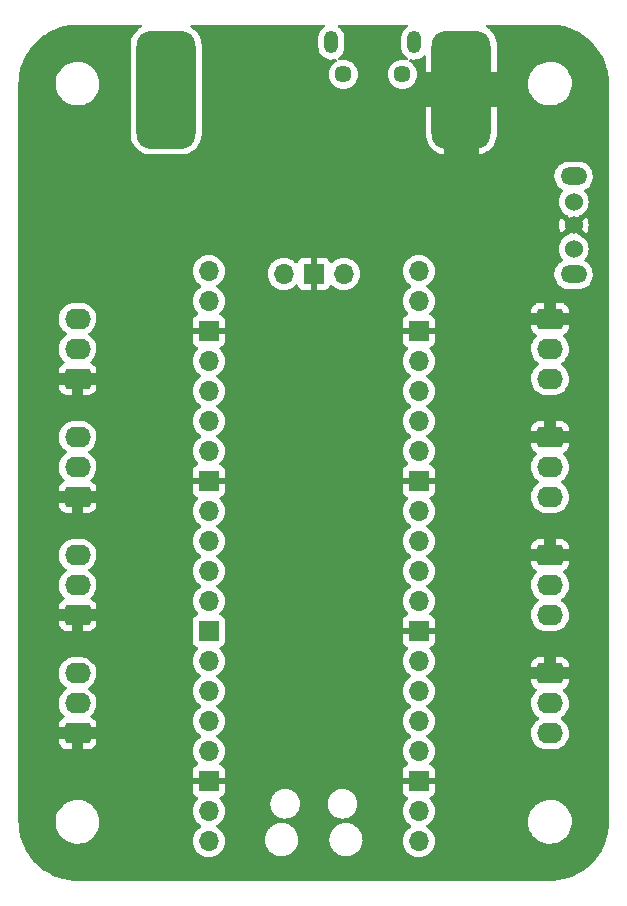
<source format=gbl>
%TF.GenerationSoftware,KiCad,Pcbnew,(7.0.0)*%
%TF.CreationDate,2023-03-15T20:35:50+00:00*%
%TF.ProjectId,porta-jelly,706f7274-612d-46a6-956c-6c792e6b6963,rev?*%
%TF.SameCoordinates,Original*%
%TF.FileFunction,Copper,L2,Bot*%
%TF.FilePolarity,Positive*%
%FSLAX46Y46*%
G04 Gerber Fmt 4.6, Leading zero omitted, Abs format (unit mm)*
G04 Created by KiCad (PCBNEW (7.0.0)) date 2023-03-15 20:35:50*
%MOMM*%
%LPD*%
G01*
G04 APERTURE LIST*
G04 Aperture macros list*
%AMRoundRect*
0 Rectangle with rounded corners*
0 $1 Rounding radius*
0 $2 $3 $4 $5 $6 $7 $8 $9 X,Y pos of 4 corners*
0 Add a 4 corners polygon primitive as box body*
4,1,4,$2,$3,$4,$5,$6,$7,$8,$9,$2,$3,0*
0 Add four circle primitives for the rounded corners*
1,1,$1+$1,$2,$3*
1,1,$1+$1,$4,$5*
1,1,$1+$1,$6,$7*
1,1,$1+$1,$8,$9*
0 Add four rect primitives between the rounded corners*
20,1,$1+$1,$2,$3,$4,$5,0*
20,1,$1+$1,$4,$5,$6,$7,0*
20,1,$1+$1,$6,$7,$8,$9,0*
20,1,$1+$1,$8,$9,$2,$3,0*%
G04 Aperture macros list end*
%TA.AperFunction,ComponentPad*%
%ADD10RoundRect,0.250000X0.845000X-0.620000X0.845000X0.620000X-0.845000X0.620000X-0.845000X-0.620000X0*%
%TD*%
%TA.AperFunction,ComponentPad*%
%ADD11O,2.190000X1.740000*%
%TD*%
%TA.AperFunction,ComponentPad*%
%ADD12RoundRect,0.250000X-0.845000X0.620000X-0.845000X-0.620000X0.845000X-0.620000X0.845000X0.620000X0*%
%TD*%
%TA.AperFunction,ComponentPad*%
%ADD13O,1.200000X1.900000*%
%TD*%
%TA.AperFunction,ComponentPad*%
%ADD14C,1.450000*%
%TD*%
%TA.AperFunction,ComponentPad*%
%ADD15O,2.250000X1.500000*%
%TD*%
%TA.AperFunction,ComponentPad*%
%ADD16C,1.524000*%
%TD*%
%TA.AperFunction,ComponentPad*%
%ADD17O,1.700000X1.700000*%
%TD*%
%TA.AperFunction,ComponentPad*%
%ADD18R,1.700000X1.700000*%
%TD*%
%TA.AperFunction,ComponentPad*%
%ADD19C,0.700000*%
%TD*%
%TA.AperFunction,SMDPad,CuDef*%
%ADD20R,2.500000X1.800000*%
%TD*%
%TA.AperFunction,SMDPad,CuDef*%
%ADD21RoundRect,1.250000X1.250000X-3.750000X1.250000X3.750000X-1.250000X3.750000X-1.250000X-3.750000X0*%
%TD*%
%TA.AperFunction,ViaPad*%
%ADD22C,0.600000*%
%TD*%
G04 APERTURE END LIST*
D10*
%TO.P,J3,1,Pin_1*%
%TO.N,GND*%
X90000000Y-95000000D03*
D11*
%TO.P,J3,2,Pin_2*%
%TO.N,Net-(J3-Pin_2)*%
X89999999Y-92459999D03*
%TO.P,J3,3,Pin_3*%
%TO.N,+5V*%
X89999999Y-89919999D03*
%TD*%
D10*
%TO.P,J4,1,Pin_1*%
%TO.N,GND*%
X90000000Y-105000000D03*
D11*
%TO.P,J4,2,Pin_2*%
%TO.N,Net-(J4-Pin_2)*%
X89999999Y-102459999D03*
%TO.P,J4,3,Pin_3*%
%TO.N,+5V*%
X89999999Y-99919999D03*
%TD*%
D12*
%TO.P,J9,1,Pin_1*%
%TO.N,GND*%
X130000000Y-99920000D03*
D11*
%TO.P,J9,2,Pin_2*%
%TO.N,Net-(J9-Pin_2)*%
X129999999Y-102459999D03*
%TO.P,J9,3,Pin_3*%
%TO.N,+5V*%
X129999999Y-104999999D03*
%TD*%
D10*
%TO.P,J5,1,Pin_1*%
%TO.N,GND*%
X90000000Y-115000000D03*
D11*
%TO.P,J5,2,Pin_2*%
%TO.N,Net-(J5-Pin_2)*%
X89999999Y-112459999D03*
%TO.P,J5,3,Pin_3*%
%TO.N,+5V*%
X89999999Y-109919999D03*
%TD*%
D12*
%TO.P,J8,1,Pin_1*%
%TO.N,GND*%
X130000000Y-109920000D03*
D11*
%TO.P,J8,2,Pin_2*%
%TO.N,Net-(J8-Pin_2)*%
X129999999Y-112459999D03*
%TO.P,J8,3,Pin_3*%
%TO.N,+5V*%
X129999999Y-114999999D03*
%TD*%
D12*
%TO.P,J7,1,Pin_1*%
%TO.N,GND*%
X130000000Y-119920000D03*
D11*
%TO.P,J7,2,Pin_2*%
%TO.N,Net-(J7-Pin_2)*%
X129999999Y-122459999D03*
%TO.P,J7,3,Pin_3*%
%TO.N,+5V*%
X129999999Y-124999999D03*
%TD*%
D13*
%TO.P,J1,6,Shield*%
%TO.N,unconnected-(J1-Shield-Pad6)*%
X118499999Y-66512499D03*
D14*
X117500000Y-69212500D03*
X112500000Y-69212500D03*
D13*
X111499999Y-66512499D03*
%TD*%
D15*
%TO.P,SW1,*%
%TO.N,*%
X131999999Y-86149999D03*
X131999999Y-77849999D03*
D16*
%TO.P,SW1,1,A*%
%TO.N,Net-(Q1-G)*%
X132000000Y-84000000D03*
%TO.P,SW1,2,B*%
%TO.N,GND*%
X132000000Y-82000000D03*
%TO.P,SW1,3,C*%
%TO.N,unconnected-(SW1-C-Pad3)*%
X132000000Y-80000000D03*
%TD*%
D10*
%TO.P,J6,1,Pin_1*%
%TO.N,GND*%
X90000000Y-125000000D03*
D11*
%TO.P,J6,2,Pin_2*%
%TO.N,Net-(J6-Pin_2)*%
X89999999Y-122459999D03*
%TO.P,J6,3,Pin_3*%
%TO.N,+5V*%
X89999999Y-119919999D03*
%TD*%
D12*
%TO.P,J10,1,Pin_1*%
%TO.N,GND*%
X130000000Y-89920000D03*
D11*
%TO.P,J10,2,Pin_2*%
%TO.N,Net-(J10-Pin_2)*%
X129999999Y-92459999D03*
%TO.P,J10,3,Pin_3*%
%TO.N,+5V*%
X129999999Y-94999999D03*
%TD*%
D17*
%TO.P,U2,1,GPIO0*%
%TO.N,unconnected-(U2-GPIO0-Pad1)*%
X118889999Y-134129999D03*
%TO.P,U2,2,GPIO1*%
%TO.N,unconnected-(U2-GPIO1-Pad2)*%
X118889999Y-131589999D03*
D18*
%TO.P,U2,3,GND*%
%TO.N,GND*%
X118889999Y-129049999D03*
D17*
%TO.P,U2,4,GPIO2*%
%TO.N,unconnected-(U2-GPIO2-Pad4)*%
X118889999Y-126509999D03*
%TO.P,U2,5,GPIO3*%
%TO.N,unconnected-(U2-GPIO3-Pad5)*%
X118889999Y-123969999D03*
%TO.P,U2,6,GPIO4*%
%TO.N,unconnected-(U2-GPIO4-Pad6)*%
X118889999Y-121429999D03*
%TO.P,U2,7,GPIO5*%
%TO.N,unconnected-(U2-GPIO5-Pad7)*%
X118889999Y-118889999D03*
D18*
%TO.P,U2,8,GND*%
%TO.N,GND*%
X118889999Y-116349999D03*
D17*
%TO.P,U2,9,GPIO6*%
%TO.N,unconnected-(U2-GPIO6-Pad9)*%
X118889999Y-113809999D03*
%TO.P,U2,10,GPIO7*%
%TO.N,unconnected-(U2-GPIO7-Pad10)*%
X118889999Y-111269999D03*
%TO.P,U2,11,GPIO8*%
%TO.N,unconnected-(U2-GPIO8-Pad11)*%
X118889999Y-108729999D03*
%TO.P,U2,12,GPIO9*%
%TO.N,unconnected-(U2-GPIO9-Pad12)*%
X118889999Y-106189999D03*
D18*
%TO.P,U2,13,GND*%
%TO.N,GND*%
X118889999Y-103649999D03*
D17*
%TO.P,U2,14,GPIO10*%
%TO.N,unconnected-(U2-GPIO10-Pad14)*%
X118889999Y-101109999D03*
%TO.P,U2,15,GPIO11*%
%TO.N,unconnected-(U2-GPIO11-Pad15)*%
X118889999Y-98569999D03*
%TO.P,U2,16,GPIO12*%
%TO.N,unconnected-(U2-GPIO12-Pad16)*%
X118889999Y-96029999D03*
%TO.P,U2,17,GPIO13*%
%TO.N,unconnected-(U2-GPIO13-Pad17)*%
X118889999Y-93489999D03*
D18*
%TO.P,U2,18,GND*%
%TO.N,GND*%
X118889999Y-90949999D03*
D17*
%TO.P,U2,19,GPIO14*%
%TO.N,unconnected-(U2-GPIO14-Pad19)*%
X118889999Y-88409999D03*
%TO.P,U2,20,GPIO15*%
%TO.N,unconnected-(U2-GPIO15-Pad20)*%
X118889999Y-85869999D03*
%TO.P,U2,21,GPIO16*%
%TO.N,/DATA*%
X101109999Y-85869999D03*
%TO.P,U2,22,GPIO17*%
%TO.N,/LATCH*%
X101109999Y-88409999D03*
D18*
%TO.P,U2,23,GND*%
%TO.N,GND*%
X101109999Y-90949999D03*
D17*
%TO.P,U2,24,GPIO18*%
%TO.N,/CLOCK*%
X101109999Y-93489999D03*
%TO.P,U2,25,GPIO19*%
%TO.N,unconnected-(U2-GPIO19-Pad25)*%
X101109999Y-96029999D03*
%TO.P,U2,26,GPIO20*%
%TO.N,unconnected-(U2-GPIO20-Pad26)*%
X101109999Y-98569999D03*
%TO.P,U2,27,GPIO21*%
%TO.N,unconnected-(U2-GPIO21-Pad27)*%
X101109999Y-101109999D03*
D18*
%TO.P,U2,28,GND*%
%TO.N,GND*%
X101109999Y-103649999D03*
D17*
%TO.P,U2,29,GPIO22*%
%TO.N,unconnected-(U2-GPIO22-Pad29)*%
X101109999Y-106189999D03*
%TO.P,U2,30,RUN*%
%TO.N,unconnected-(U2-RUN-Pad30)*%
X101109999Y-108729999D03*
%TO.P,U2,31,GPIO26_ADC0*%
%TO.N,unconnected-(U2-GPIO26_ADC0-Pad31)*%
X101109999Y-111269999D03*
%TO.P,U2,32,GPIO27_ADC1*%
%TO.N,unconnected-(U2-GPIO27_ADC1-Pad32)*%
X101109999Y-113809999D03*
D18*
%TO.P,U2,33,AGND*%
%TO.N,unconnected-(U2-AGND-Pad33)*%
X101109999Y-116349999D03*
D17*
%TO.P,U2,34,GPIO28_ADC2*%
%TO.N,unconnected-(U2-GPIO28_ADC2-Pad34)*%
X101109999Y-118889999D03*
%TO.P,U2,35,ADC_VREF*%
%TO.N,unconnected-(U2-ADC_VREF-Pad35)*%
X101109999Y-121429999D03*
%TO.P,U2,36,3V3*%
%TO.N,unconnected-(U2-3V3-Pad36)*%
X101109999Y-123969999D03*
%TO.P,U2,37,3V3_EN*%
%TO.N,unconnected-(U2-3V3_EN-Pad37)*%
X101109999Y-126509999D03*
D18*
%TO.P,U2,38,GND*%
%TO.N,GND*%
X101109999Y-129049999D03*
D17*
%TO.P,U2,39,VSYS*%
%TO.N,Net-(D1-K)*%
X101109999Y-131589999D03*
%TO.P,U2,40,VBUS*%
%TO.N,unconnected-(U2-VBUS-Pad40)*%
X101109999Y-134129999D03*
%TO.P,U2,41,SWCLK*%
%TO.N,unconnected-(U2-SWCLK-Pad41)*%
X112539999Y-86099999D03*
D18*
%TO.P,U2,42,GND*%
%TO.N,GND*%
X109999999Y-86099999D03*
D17*
%TO.P,U2,43,SWDIO*%
%TO.N,unconnected-(U2-SWDIO-Pad43)*%
X107459999Y-86099999D03*
%TD*%
D19*
%TO.P,U3,9,GND*%
%TO.N,GND*%
X111000000Y-73450000D03*
X110000000Y-73450000D03*
X109000000Y-73450000D03*
D20*
X109999999Y-74099999D03*
D19*
X111000000Y-74750000D03*
X110000000Y-74750000D03*
X109000000Y-74750000D03*
%TD*%
%TO.P,J11,1,Pin_1*%
%TO.N,GND*%
X121000000Y-74500000D03*
X122500000Y-74500000D03*
X124000000Y-74500000D03*
X121000000Y-72500000D03*
X122500000Y-72500000D03*
X124000000Y-72500000D03*
X121000000Y-70500000D03*
X122500000Y-70500000D03*
D21*
X122500000Y-70500000D03*
D19*
X124000000Y-70500000D03*
X121000000Y-68500000D03*
X122500000Y-68500000D03*
X124000000Y-68500000D03*
X121000000Y-66500000D03*
X122500000Y-66500000D03*
X124000000Y-66500000D03*
%TD*%
%TO.P,J2,1,Pin_1*%
%TO.N,Net-(J2-Pin_1)*%
X96000000Y-74500000D03*
X97500000Y-74500000D03*
X99000000Y-74500000D03*
X96000000Y-72500000D03*
X97500000Y-72500000D03*
X99000000Y-72500000D03*
X96000000Y-70500000D03*
X97500000Y-70500000D03*
D21*
X97500000Y-70500000D03*
D19*
X99000000Y-70500000D03*
X96000000Y-68500000D03*
X97500000Y-68500000D03*
X99000000Y-68500000D03*
X96000000Y-66500000D03*
X97500000Y-66500000D03*
X99000000Y-66500000D03*
%TD*%
D22*
%TO.N,GND*%
X113000000Y-78250000D03*
X111250000Y-82750000D03*
X92100000Y-81800000D03*
X90600000Y-78500000D03*
X113750000Y-82750000D03*
X104750000Y-75925000D03*
X97200000Y-84200000D03*
X106250000Y-82750000D03*
X115500000Y-78500000D03*
X118700000Y-71200000D03*
X108750000Y-82750000D03*
X117500000Y-78500000D03*
X113000000Y-80350000D03*
X114750000Y-73600000D03*
X113700000Y-68200000D03*
%TD*%
%TA.AperFunction,Conductor*%
%TO.N,GND*%
G36*
X95376788Y-65017580D02*
G01*
X95422290Y-65064113D01*
X95437956Y-65127282D01*
X95419471Y-65189685D01*
X95371928Y-65234130D01*
X95320175Y-65261481D01*
X95320156Y-65261492D01*
X95316067Y-65263654D01*
X95312335Y-65266407D01*
X95312329Y-65266412D01*
X95108706Y-65416691D01*
X95108697Y-65416697D01*
X95104969Y-65419450D01*
X95101691Y-65422727D01*
X95101684Y-65422734D01*
X94922734Y-65601684D01*
X94922727Y-65601691D01*
X94919450Y-65604969D01*
X94916697Y-65608697D01*
X94916691Y-65608706D01*
X94766412Y-65812329D01*
X94766407Y-65812335D01*
X94763654Y-65816067D01*
X94761488Y-65820165D01*
X94761485Y-65820170D01*
X94673787Y-65986102D01*
X94641059Y-66048026D01*
X94639530Y-66052393D01*
X94639527Y-66052402D01*
X94555938Y-66291286D01*
X94555934Y-66291297D01*
X94554406Y-66295667D01*
X94553544Y-66300221D01*
X94553542Y-66300230D01*
X94506385Y-66549462D01*
X94506383Y-66549475D01*
X94505630Y-66553457D01*
X94505402Y-66557509D01*
X94505402Y-66557513D01*
X94499596Y-66660883D01*
X94499596Y-66660892D01*
X94499500Y-66662608D01*
X94499500Y-74337392D01*
X94499595Y-74339087D01*
X94499596Y-74339116D01*
X94505399Y-74442431D01*
X94505630Y-74446543D01*
X94506383Y-74450526D01*
X94506385Y-74450537D01*
X94553542Y-74699769D01*
X94554406Y-74704333D01*
X94555935Y-74708705D01*
X94555938Y-74708713D01*
X94639457Y-74947396D01*
X94641059Y-74951974D01*
X94763654Y-75183933D01*
X94919450Y-75395031D01*
X95104969Y-75580550D01*
X95316067Y-75736346D01*
X95548026Y-75858941D01*
X95795667Y-75945594D01*
X96053457Y-75994370D01*
X96162608Y-76000500D01*
X98835663Y-76000500D01*
X98837392Y-76000500D01*
X98946543Y-75994370D01*
X99204333Y-75945594D01*
X99451974Y-75858941D01*
X99683933Y-75736346D01*
X99895031Y-75580550D01*
X100080550Y-75395031D01*
X100236346Y-75183933D01*
X100358941Y-74951974D01*
X100445594Y-74704333D01*
X100494370Y-74446543D01*
X100500500Y-74337392D01*
X100500500Y-74335650D01*
X119500001Y-74335650D01*
X119500098Y-74339107D01*
X119505899Y-74442432D01*
X119506882Y-74450478D01*
X119554026Y-74699639D01*
X119556422Y-74708583D01*
X119639986Y-74947396D01*
X119643686Y-74955875D01*
X119761906Y-75179557D01*
X119766835Y-75187403D01*
X119917071Y-75390966D01*
X119923116Y-75397990D01*
X120102009Y-75576883D01*
X120109033Y-75582928D01*
X120312596Y-75733164D01*
X120320442Y-75738093D01*
X120544124Y-75856313D01*
X120552603Y-75860013D01*
X120791416Y-75943577D01*
X120800360Y-75945973D01*
X120986558Y-75981204D01*
X120997593Y-75980843D01*
X121000000Y-75970068D01*
X124000000Y-75970068D01*
X124002406Y-75980843D01*
X124013441Y-75981204D01*
X124199639Y-75945973D01*
X124208583Y-75943577D01*
X124447396Y-75860013D01*
X124455875Y-75856313D01*
X124679557Y-75738093D01*
X124687403Y-75733164D01*
X124890966Y-75582928D01*
X124897990Y-75576883D01*
X125076883Y-75397990D01*
X125082928Y-75390966D01*
X125233164Y-75187403D01*
X125238093Y-75179557D01*
X125356313Y-74955875D01*
X125360013Y-74947396D01*
X125443577Y-74708583D01*
X125445973Y-74699639D01*
X125493117Y-74450480D01*
X125494100Y-74442431D01*
X125499903Y-74339107D01*
X125500000Y-74335651D01*
X125500000Y-72016326D01*
X125496549Y-72003450D01*
X125483674Y-72000000D01*
X124016326Y-72000000D01*
X124003450Y-72003450D01*
X124000000Y-72016326D01*
X124000000Y-75970068D01*
X121000000Y-75970068D01*
X121000000Y-72016326D01*
X120996549Y-72003450D01*
X120983674Y-72000000D01*
X119516327Y-72000000D01*
X119503451Y-72003450D01*
X119500001Y-72016326D01*
X119500001Y-74335650D01*
X100500500Y-74335650D01*
X100500500Y-66662608D01*
X100494370Y-66553457D01*
X100445594Y-66295667D01*
X100358941Y-66048026D01*
X100236346Y-65816067D01*
X100080550Y-65604969D01*
X99895031Y-65419450D01*
X99683933Y-65263654D01*
X99679837Y-65261489D01*
X99679824Y-65261481D01*
X99628072Y-65234130D01*
X99580529Y-65189685D01*
X99562044Y-65127282D01*
X99577710Y-65064113D01*
X99623212Y-65017580D01*
X99686013Y-65000500D01*
X110846668Y-65000500D01*
X110906612Y-65015952D01*
X110951617Y-65058457D01*
X110970466Y-65117421D01*
X110958461Y-65178150D01*
X110918597Y-65225505D01*
X110776048Y-65327014D01*
X110771974Y-65331286D01*
X110771969Y-65331291D01*
X110635088Y-65474848D01*
X110635082Y-65474855D01*
X110631014Y-65479122D01*
X110627822Y-65484088D01*
X110627821Y-65484090D01*
X110520582Y-65650955D01*
X110520578Y-65650962D01*
X110517387Y-65655928D01*
X110515195Y-65661403D01*
X110515190Y-65661413D01*
X110441469Y-65845560D01*
X110441466Y-65845569D01*
X110439275Y-65851043D01*
X110438158Y-65856834D01*
X110438156Y-65856844D01*
X110400617Y-66051617D01*
X110399500Y-66057415D01*
X110399500Y-66914925D01*
X110399779Y-66917854D01*
X110399780Y-66917860D01*
X110403964Y-66961682D01*
X110414472Y-67071718D01*
X110473684Y-67273375D01*
X110569989Y-67460182D01*
X110573642Y-67464827D01*
X110693473Y-67617204D01*
X110699908Y-67625386D01*
X110858744Y-67763019D01*
X111040756Y-67868104D01*
X111239367Y-67936844D01*
X111447398Y-67966754D01*
X111657330Y-67956754D01*
X111782721Y-67926334D01*
X111850460Y-67928968D01*
X111906692Y-67966831D01*
X111934608Y-68028606D01*
X111925867Y-68095831D01*
X111883080Y-68148413D01*
X111715619Y-68265671D01*
X111709255Y-68270127D01*
X111705431Y-68273950D01*
X111705425Y-68273956D01*
X111561456Y-68417925D01*
X111561450Y-68417931D01*
X111557627Y-68421755D01*
X111554524Y-68426185D01*
X111554521Y-68426190D01*
X111437740Y-68592970D01*
X111437735Y-68592977D01*
X111434632Y-68597410D01*
X111432344Y-68602316D01*
X111432342Y-68602320D01*
X111346295Y-68786846D01*
X111346290Y-68786857D01*
X111344008Y-68791753D01*
X111342608Y-68796975D01*
X111342607Y-68796980D01*
X111289909Y-68993648D01*
X111289906Y-68993660D01*
X111288508Y-68998881D01*
X111288036Y-69004270D01*
X111288035Y-69004279D01*
X111274779Y-69155802D01*
X111269819Y-69212500D01*
X111270291Y-69217895D01*
X111288035Y-69420720D01*
X111288036Y-69420727D01*
X111288508Y-69426119D01*
X111289907Y-69431341D01*
X111289909Y-69431351D01*
X111328840Y-69576641D01*
X111344008Y-69633247D01*
X111346292Y-69638146D01*
X111346295Y-69638153D01*
X111432345Y-69822688D01*
X111432348Y-69822694D01*
X111434632Y-69827591D01*
X111437731Y-69832018D01*
X111437733Y-69832020D01*
X111554521Y-69998810D01*
X111554524Y-69998814D01*
X111557627Y-70003245D01*
X111709255Y-70154873D01*
X111713687Y-70157976D01*
X111713689Y-70157978D01*
X111777891Y-70202933D01*
X111884909Y-70277868D01*
X111889809Y-70280153D01*
X111889811Y-70280154D01*
X112011756Y-70337018D01*
X112079253Y-70368492D01*
X112233595Y-70409848D01*
X112281148Y-70422590D01*
X112281150Y-70422590D01*
X112286381Y-70423992D01*
X112500000Y-70442681D01*
X112713619Y-70423992D01*
X112920747Y-70368492D01*
X113115091Y-70277868D01*
X113290745Y-70154873D01*
X113442373Y-70003245D01*
X113565368Y-69827591D01*
X113655992Y-69633247D01*
X113711492Y-69426119D01*
X113730181Y-69212500D01*
X113711492Y-68998881D01*
X113655992Y-68791753D01*
X113565368Y-68597410D01*
X113442373Y-68421755D01*
X113290745Y-68270127D01*
X113286314Y-68267024D01*
X113286310Y-68267021D01*
X113119520Y-68150233D01*
X113119518Y-68150231D01*
X113115091Y-68147132D01*
X113110194Y-68144848D01*
X113110188Y-68144845D01*
X112925653Y-68058795D01*
X112925646Y-68058792D01*
X112920747Y-68056508D01*
X112915520Y-68055107D01*
X112915519Y-68055107D01*
X112718851Y-68002409D01*
X112718841Y-68002407D01*
X112713619Y-68001008D01*
X112708227Y-68000536D01*
X112708220Y-68000535D01*
X112505395Y-67982791D01*
X112500000Y-67982319D01*
X112494605Y-67982791D01*
X112291779Y-68000535D01*
X112291770Y-68000536D01*
X112286381Y-68001008D01*
X112281155Y-68002408D01*
X112281145Y-68002410D01*
X112167899Y-68032754D01*
X112099739Y-68031618D01*
X112042480Y-67994626D01*
X112013426Y-67932959D01*
X112021358Y-67865253D01*
X112063877Y-67811974D01*
X112223952Y-67697986D01*
X112368986Y-67545878D01*
X112482613Y-67369072D01*
X112560725Y-67173957D01*
X112600500Y-66967585D01*
X112600500Y-66110075D01*
X112585528Y-65953282D01*
X112526316Y-65751625D01*
X112430011Y-65564818D01*
X112315691Y-65419450D01*
X112303745Y-65404259D01*
X112303744Y-65404258D01*
X112300092Y-65399614D01*
X112141256Y-65261981D01*
X112136147Y-65259031D01*
X112136141Y-65259027D01*
X112089132Y-65231887D01*
X112043745Y-65186500D01*
X112027132Y-65124500D01*
X112043745Y-65062500D01*
X112089132Y-65017113D01*
X112151132Y-65000500D01*
X117846668Y-65000500D01*
X117906612Y-65015952D01*
X117951617Y-65058457D01*
X117970466Y-65117421D01*
X117958461Y-65178150D01*
X117918597Y-65225505D01*
X117776048Y-65327014D01*
X117771974Y-65331286D01*
X117771969Y-65331291D01*
X117635088Y-65474848D01*
X117635082Y-65474855D01*
X117631014Y-65479122D01*
X117627822Y-65484088D01*
X117627821Y-65484090D01*
X117520582Y-65650955D01*
X117520578Y-65650962D01*
X117517387Y-65655928D01*
X117515195Y-65661403D01*
X117515190Y-65661413D01*
X117441469Y-65845560D01*
X117441466Y-65845569D01*
X117439275Y-65851043D01*
X117438158Y-65856834D01*
X117438156Y-65856844D01*
X117400617Y-66051617D01*
X117399500Y-66057415D01*
X117399500Y-66914925D01*
X117399779Y-66917854D01*
X117399780Y-66917860D01*
X117403964Y-66961682D01*
X117414472Y-67071718D01*
X117473684Y-67273375D01*
X117569989Y-67460182D01*
X117573642Y-67464827D01*
X117693473Y-67617204D01*
X117699908Y-67625386D01*
X117858744Y-67763019D01*
X117863854Y-67765969D01*
X117863858Y-67765972D01*
X117937931Y-67808738D01*
X117980512Y-67849500D01*
X117999459Y-67905318D01*
X117990492Y-67963578D01*
X117955636Y-68011115D01*
X117902769Y-68037186D01*
X117843837Y-68035900D01*
X117718851Y-68002409D01*
X117718841Y-68002407D01*
X117713619Y-68001008D01*
X117708227Y-68000536D01*
X117708220Y-68000535D01*
X117505395Y-67982791D01*
X117500000Y-67982319D01*
X117494605Y-67982791D01*
X117291779Y-68000535D01*
X117291770Y-68000536D01*
X117286381Y-68001008D01*
X117281160Y-68002406D01*
X117281148Y-68002409D01*
X117084480Y-68055107D01*
X117084475Y-68055108D01*
X117079253Y-68056508D01*
X117074357Y-68058790D01*
X117074346Y-68058795D01*
X116889820Y-68144842D01*
X116889816Y-68144844D01*
X116884910Y-68147132D01*
X116880477Y-68150235D01*
X116880470Y-68150240D01*
X116713690Y-68267021D01*
X116713685Y-68267024D01*
X116709255Y-68270127D01*
X116705431Y-68273950D01*
X116705425Y-68273956D01*
X116561456Y-68417925D01*
X116561450Y-68417931D01*
X116557627Y-68421755D01*
X116554524Y-68426185D01*
X116554521Y-68426190D01*
X116437740Y-68592970D01*
X116437735Y-68592977D01*
X116434632Y-68597410D01*
X116432344Y-68602316D01*
X116432342Y-68602320D01*
X116346295Y-68786846D01*
X116346290Y-68786857D01*
X116344008Y-68791753D01*
X116342608Y-68796975D01*
X116342607Y-68796980D01*
X116289909Y-68993648D01*
X116289906Y-68993660D01*
X116288508Y-68998881D01*
X116288036Y-69004270D01*
X116288035Y-69004279D01*
X116274779Y-69155802D01*
X116269819Y-69212500D01*
X116270291Y-69217895D01*
X116288035Y-69420720D01*
X116288036Y-69420727D01*
X116288508Y-69426119D01*
X116289907Y-69431341D01*
X116289909Y-69431351D01*
X116328840Y-69576641D01*
X116344008Y-69633247D01*
X116346292Y-69638146D01*
X116346295Y-69638153D01*
X116432345Y-69822688D01*
X116432348Y-69822694D01*
X116434632Y-69827591D01*
X116437731Y-69832018D01*
X116437733Y-69832020D01*
X116554521Y-69998810D01*
X116554524Y-69998814D01*
X116557627Y-70003245D01*
X116709255Y-70154873D01*
X116713687Y-70157976D01*
X116713689Y-70157978D01*
X116777891Y-70202933D01*
X116884909Y-70277868D01*
X116889809Y-70280153D01*
X116889811Y-70280154D01*
X117011756Y-70337018D01*
X117079253Y-70368492D01*
X117233595Y-70409848D01*
X117281148Y-70422590D01*
X117281150Y-70422590D01*
X117286381Y-70423992D01*
X117500000Y-70442681D01*
X117713619Y-70423992D01*
X117920747Y-70368492D01*
X118115091Y-70277868D01*
X118290745Y-70154873D01*
X118377853Y-70067765D01*
X128145788Y-70067765D01*
X128146282Y-70072262D01*
X128146283Y-70072267D01*
X128174917Y-70332506D01*
X128174918Y-70332513D01*
X128175414Y-70337018D01*
X128176559Y-70341398D01*
X128176561Y-70341408D01*
X128208830Y-70464838D01*
X128243928Y-70599088D01*
X128245693Y-70603242D01*
X128245696Y-70603250D01*
X128348099Y-70844223D01*
X128349870Y-70848390D01*
X128352226Y-70852251D01*
X128352229Y-70852256D01*
X128488618Y-71075737D01*
X128490982Y-71079610D01*
X128664255Y-71287820D01*
X128667630Y-71290844D01*
X128667631Y-71290845D01*
X128772330Y-71384656D01*
X128865998Y-71468582D01*
X129091910Y-71618044D01*
X129337176Y-71733020D01*
X129596569Y-71811060D01*
X129864561Y-71850500D01*
X130065369Y-71850500D01*
X130067631Y-71850500D01*
X130270156Y-71835677D01*
X130534553Y-71776780D01*
X130787558Y-71680014D01*
X131023777Y-71547441D01*
X131238177Y-71381888D01*
X131426186Y-71186881D01*
X131583799Y-70966579D01*
X131707656Y-70725675D01*
X131795118Y-70469305D01*
X131844319Y-70202933D01*
X131854212Y-69932235D01*
X131824586Y-69662982D01*
X131756072Y-69400912D01*
X131650130Y-69151610D01*
X131509018Y-68920390D01*
X131335745Y-68712180D01*
X131230759Y-68618112D01*
X131137382Y-68534446D01*
X131137378Y-68534442D01*
X131134002Y-68531418D01*
X130908090Y-68381956D01*
X130903996Y-68380036D01*
X130903991Y-68380034D01*
X130666929Y-68268904D01*
X130666925Y-68268902D01*
X130662824Y-68266980D01*
X130658477Y-68265672D01*
X130658474Y-68265671D01*
X130407772Y-68190246D01*
X130407771Y-68190245D01*
X130403431Y-68188940D01*
X130398957Y-68188281D01*
X130398950Y-68188280D01*
X130139913Y-68150158D01*
X130139907Y-68150157D01*
X130135439Y-68149500D01*
X129932369Y-68149500D01*
X129930120Y-68149664D01*
X129930109Y-68149665D01*
X129734363Y-68163992D01*
X129734359Y-68163992D01*
X129729844Y-68164323D01*
X129725426Y-68165307D01*
X129725420Y-68165308D01*
X129469877Y-68222232D01*
X129469861Y-68222236D01*
X129465447Y-68223220D01*
X129461216Y-68224838D01*
X129461210Y-68224840D01*
X129216673Y-68318367D01*
X129216663Y-68318371D01*
X129212442Y-68319986D01*
X129208494Y-68322201D01*
X129208489Y-68322204D01*
X128980176Y-68450340D01*
X128980171Y-68450343D01*
X128976223Y-68452559D01*
X128972639Y-68455325D01*
X128972635Y-68455329D01*
X128765407Y-68615343D01*
X128765394Y-68615354D01*
X128761823Y-68618112D01*
X128758685Y-68621366D01*
X128758678Y-68621373D01*
X128576958Y-68809857D01*
X128576952Y-68809864D01*
X128573814Y-68813119D01*
X128571189Y-68816787D01*
X128571179Y-68816800D01*
X128418834Y-69029740D01*
X128418830Y-69029745D01*
X128416201Y-69033421D01*
X128414132Y-69037444D01*
X128414129Y-69037450D01*
X128294416Y-69270293D01*
X128294411Y-69270304D01*
X128292344Y-69274325D01*
X128290884Y-69278602D01*
X128290879Y-69278616D01*
X128206348Y-69526395D01*
X128206344Y-69526407D01*
X128204882Y-69530695D01*
X128204057Y-69535159D01*
X128204057Y-69535161D01*
X128156504Y-69792606D01*
X128156502Y-69792619D01*
X128155681Y-69797067D01*
X128155515Y-69801593D01*
X128155515Y-69801599D01*
X128148006Y-70007076D01*
X128145788Y-70067765D01*
X118377853Y-70067765D01*
X118442373Y-70003245D01*
X118565368Y-69827591D01*
X118655992Y-69633247D01*
X118711492Y-69426119D01*
X118730181Y-69212500D01*
X118711492Y-68998881D01*
X118655992Y-68791753D01*
X118565368Y-68597410D01*
X118442373Y-68421755D01*
X118290745Y-68270127D01*
X118286314Y-68267024D01*
X118286310Y-68267021D01*
X118126690Y-68155254D01*
X118087977Y-68111227D01*
X118073816Y-68054337D01*
X118087372Y-67997300D01*
X118125616Y-67952865D01*
X118179999Y-67930965D01*
X118227572Y-67935474D01*
X118228047Y-67933520D01*
X118233784Y-67934912D01*
X118239367Y-67936844D01*
X118447398Y-67966754D01*
X118657330Y-67956754D01*
X118861576Y-67907204D01*
X119052753Y-67819896D01*
X119223952Y-67697986D01*
X119286257Y-67632641D01*
X119335443Y-67601032D01*
X119393647Y-67595474D01*
X119447927Y-67617204D01*
X119486216Y-67661392D01*
X119500000Y-67718212D01*
X119500000Y-68983674D01*
X119503450Y-68996549D01*
X119516326Y-69000000D01*
X125483673Y-69000000D01*
X125496548Y-68996549D01*
X125499999Y-68983674D01*
X125499999Y-66664350D01*
X125499901Y-66660892D01*
X125494100Y-66557567D01*
X125493117Y-66549521D01*
X125445973Y-66300360D01*
X125443577Y-66291416D01*
X125360013Y-66052603D01*
X125356313Y-66044124D01*
X125238093Y-65820442D01*
X125233164Y-65812596D01*
X125082928Y-65609033D01*
X125076883Y-65602009D01*
X124897990Y-65423116D01*
X124890966Y-65417071D01*
X124687403Y-65266835D01*
X124679563Y-65261909D01*
X124627002Y-65234130D01*
X124579460Y-65189685D01*
X124560975Y-65127282D01*
X124576641Y-65064113D01*
X124622143Y-65017580D01*
X124684944Y-65000500D01*
X129997439Y-65000500D01*
X130002562Y-65000605D01*
X130217600Y-65009500D01*
X130413455Y-65018052D01*
X130423330Y-65018881D01*
X130636706Y-65045479D01*
X130636793Y-65045490D01*
X130834945Y-65071577D01*
X130844192Y-65073153D01*
X131053521Y-65117044D01*
X131054765Y-65117312D01*
X131250386Y-65160680D01*
X131258901Y-65162889D01*
X131463665Y-65223850D01*
X131465325Y-65224359D01*
X131656696Y-65284698D01*
X131664453Y-65287431D01*
X131863363Y-65365046D01*
X131865513Y-65365911D01*
X132051024Y-65442752D01*
X132057972Y-65445886D01*
X132225903Y-65527982D01*
X132249587Y-65539561D01*
X132252383Y-65540972D01*
X132430420Y-65633652D01*
X132436636Y-65637118D01*
X132619793Y-65746255D01*
X132622929Y-65748187D01*
X132686491Y-65788681D01*
X132792282Y-65856078D01*
X132797710Y-65859741D01*
X132971184Y-65983599D01*
X132974616Y-65986140D01*
X133133912Y-66108372D01*
X133138567Y-66112126D01*
X133301226Y-66249891D01*
X133304838Y-66253072D01*
X133452925Y-66388769D01*
X133456807Y-66392486D01*
X133607512Y-66543191D01*
X133611232Y-66547076D01*
X133746921Y-66695155D01*
X133750107Y-66698772D01*
X133887872Y-66861431D01*
X133891626Y-66866086D01*
X134013858Y-67025382D01*
X134016399Y-67028814D01*
X134140257Y-67202288D01*
X134143920Y-67207716D01*
X134251800Y-67377052D01*
X134253743Y-67380205D01*
X134362880Y-67563362D01*
X134366346Y-67569578D01*
X134459026Y-67747615D01*
X134460437Y-67750411D01*
X134554099Y-67941997D01*
X134557260Y-67949005D01*
X134634051Y-68134395D01*
X134634991Y-68136734D01*
X134668353Y-68222232D01*
X134712559Y-68335523D01*
X134715302Y-68343309D01*
X134775602Y-68534554D01*
X134776186Y-68536460D01*
X134837105Y-68741084D01*
X134839321Y-68749627D01*
X134882671Y-68945166D01*
X134882971Y-68946559D01*
X134926844Y-69155802D01*
X134928422Y-69165062D01*
X134954459Y-69362829D01*
X134954568Y-69363677D01*
X134981114Y-69576641D01*
X134981948Y-69586570D01*
X134990513Y-69782728D01*
X134990525Y-69783013D01*
X134999394Y-69997438D01*
X134999500Y-70002562D01*
X134999500Y-132497438D01*
X134999394Y-132502563D01*
X134990525Y-132716987D01*
X134990513Y-132717271D01*
X134981948Y-132913428D01*
X134981114Y-132923357D01*
X134954568Y-133136321D01*
X134954459Y-133137169D01*
X134928422Y-133334936D01*
X134926844Y-133344196D01*
X134882971Y-133553439D01*
X134882671Y-133554832D01*
X134839321Y-133750371D01*
X134837105Y-133758914D01*
X134776186Y-133963538D01*
X134775602Y-133965444D01*
X134715302Y-134156689D01*
X134712559Y-134164475D01*
X134635008Y-134363224D01*
X134634051Y-134365603D01*
X134557260Y-134550993D01*
X134554099Y-134558001D01*
X134460437Y-134749587D01*
X134459026Y-134752383D01*
X134366346Y-134930420D01*
X134362880Y-134936636D01*
X134253743Y-135119793D01*
X134251800Y-135122946D01*
X134143920Y-135292282D01*
X134140257Y-135297710D01*
X134016399Y-135471184D01*
X134013858Y-135474616D01*
X133891626Y-135633912D01*
X133887872Y-135638567D01*
X133750107Y-135801226D01*
X133746908Y-135804858D01*
X133611254Y-135952899D01*
X133607512Y-135956807D01*
X133456807Y-136107512D01*
X133452899Y-136111254D01*
X133304858Y-136246908D01*
X133301226Y-136250107D01*
X133138567Y-136387872D01*
X133133912Y-136391626D01*
X132974616Y-136513858D01*
X132971184Y-136516399D01*
X132797710Y-136640257D01*
X132792282Y-136643920D01*
X132622946Y-136751800D01*
X132619793Y-136753743D01*
X132436636Y-136862880D01*
X132430420Y-136866346D01*
X132252383Y-136959026D01*
X132249587Y-136960437D01*
X132058001Y-137054099D01*
X132050993Y-137057260D01*
X131865603Y-137134051D01*
X131863224Y-137135008D01*
X131664475Y-137212559D01*
X131656689Y-137215302D01*
X131465444Y-137275602D01*
X131463538Y-137276186D01*
X131258914Y-137337105D01*
X131250371Y-137339321D01*
X131054832Y-137382671D01*
X131053439Y-137382971D01*
X130844196Y-137426844D01*
X130834936Y-137428422D01*
X130637169Y-137454459D01*
X130636321Y-137454568D01*
X130423357Y-137481114D01*
X130413428Y-137481948D01*
X130217381Y-137490508D01*
X130217097Y-137490520D01*
X130002563Y-137499394D01*
X129997438Y-137499500D01*
X90002562Y-137499500D01*
X89997437Y-137499394D01*
X89782901Y-137490520D01*
X89782617Y-137490508D01*
X89586570Y-137481948D01*
X89576641Y-137481114D01*
X89363677Y-137454568D01*
X89362829Y-137454459D01*
X89165062Y-137428422D01*
X89155802Y-137426844D01*
X88946559Y-137382971D01*
X88945166Y-137382671D01*
X88749627Y-137339321D01*
X88741084Y-137337105D01*
X88536460Y-137276186D01*
X88534554Y-137275602D01*
X88343309Y-137215302D01*
X88335523Y-137212559D01*
X88206985Y-137162404D01*
X88136734Y-137134991D01*
X88134395Y-137134051D01*
X87949005Y-137057260D01*
X87941997Y-137054099D01*
X87750411Y-136960437D01*
X87747615Y-136959026D01*
X87569578Y-136866346D01*
X87563362Y-136862880D01*
X87380205Y-136753743D01*
X87377052Y-136751800D01*
X87207716Y-136643920D01*
X87202288Y-136640257D01*
X87028814Y-136516399D01*
X87025382Y-136513858D01*
X86866086Y-136391626D01*
X86861431Y-136387872D01*
X86698772Y-136250107D01*
X86695155Y-136246921D01*
X86547076Y-136111232D01*
X86543191Y-136107512D01*
X86392486Y-135956807D01*
X86388769Y-135952925D01*
X86253072Y-135804838D01*
X86249891Y-135801226D01*
X86112126Y-135638567D01*
X86108372Y-135633912D01*
X85986140Y-135474616D01*
X85983599Y-135471184D01*
X85859741Y-135297710D01*
X85856078Y-135292282D01*
X85778286Y-135170174D01*
X85748187Y-135122929D01*
X85746255Y-135119793D01*
X85637118Y-134936636D01*
X85633652Y-134930420D01*
X85540972Y-134752383D01*
X85539561Y-134749587D01*
X85515531Y-134700434D01*
X85445886Y-134557972D01*
X85442752Y-134551024D01*
X85365911Y-134365513D01*
X85365046Y-134363363D01*
X85287431Y-134164453D01*
X85284696Y-134156689D01*
X85271723Y-134115544D01*
X85224359Y-133965325D01*
X85223850Y-133963665D01*
X85162889Y-133758901D01*
X85160680Y-133750386D01*
X85117312Y-133554765D01*
X85117027Y-133553439D01*
X85116026Y-133548667D01*
X85073153Y-133344192D01*
X85071576Y-133334936D01*
X85067684Y-133305371D01*
X85045490Y-133136793D01*
X85045483Y-133136743D01*
X85018881Y-132923330D01*
X85018052Y-132913455D01*
X85009486Y-132717271D01*
X85003302Y-132567765D01*
X88145788Y-132567765D01*
X88146282Y-132572262D01*
X88146283Y-132572267D01*
X88174917Y-132832506D01*
X88174918Y-132832513D01*
X88175414Y-132837018D01*
X88176559Y-132841398D01*
X88176561Y-132841408D01*
X88215199Y-132989198D01*
X88243928Y-133099088D01*
X88245693Y-133103242D01*
X88245696Y-133103250D01*
X88348088Y-133344196D01*
X88349870Y-133348390D01*
X88352226Y-133352251D01*
X88352229Y-133352256D01*
X88472099Y-133548669D01*
X88490982Y-133579610D01*
X88664255Y-133787820D01*
X88667630Y-133790844D01*
X88667631Y-133790845D01*
X88862495Y-133965444D01*
X88865998Y-133968582D01*
X89091910Y-134118044D01*
X89337176Y-134233020D01*
X89596569Y-134311060D01*
X89864561Y-134350500D01*
X90065369Y-134350500D01*
X90067631Y-134350500D01*
X90270156Y-134335677D01*
X90534553Y-134276780D01*
X90787558Y-134180014D01*
X90876673Y-134130000D01*
X99754341Y-134130000D01*
X99754813Y-134135395D01*
X99773632Y-134350500D01*
X99774937Y-134365408D01*
X99776336Y-134370630D01*
X99776337Y-134370634D01*
X99834694Y-134588430D01*
X99834697Y-134588438D01*
X99836097Y-134593663D01*
X99838385Y-134598570D01*
X99838386Y-134598572D01*
X99933678Y-134802927D01*
X99933681Y-134802933D01*
X99935965Y-134807830D01*
X99939064Y-134812257D01*
X99939066Y-134812259D01*
X100068399Y-134996966D01*
X100068402Y-134996970D01*
X100071505Y-135001401D01*
X100238599Y-135168495D01*
X100243031Y-135171598D01*
X100243033Y-135171600D01*
X100249988Y-135176470D01*
X100432170Y-135304035D01*
X100437070Y-135306320D01*
X100437072Y-135306321D01*
X100491443Y-135331674D01*
X100646337Y-135403903D01*
X100874592Y-135465063D01*
X101110000Y-135485659D01*
X101345408Y-135465063D01*
X101573663Y-135403903D01*
X101787830Y-135304035D01*
X101981401Y-135168495D01*
X102148495Y-135001401D01*
X102284035Y-134807830D01*
X102383903Y-134593663D01*
X102445063Y-134365408D01*
X102465659Y-134130000D01*
X102454285Y-134000000D01*
X105869700Y-134000000D01*
X105870123Y-134005106D01*
X105876750Y-134085097D01*
X105877061Y-134090071D01*
X105879591Y-134149607D01*
X105880820Y-134178532D01*
X105881928Y-134183676D01*
X105881929Y-134183679D01*
X105885093Y-134198358D01*
X105887451Y-134214234D01*
X105888442Y-134226197D01*
X105888443Y-134226204D01*
X105888866Y-134231305D01*
X105890123Y-134236270D01*
X105890124Y-134236274D01*
X105910660Y-134317372D01*
X105911671Y-134321685D01*
X105929935Y-134406429D01*
X105929937Y-134406436D01*
X105931046Y-134411581D01*
X105933012Y-134416473D01*
X105937334Y-134427230D01*
X105942478Y-134443013D01*
X105944583Y-134451327D01*
X105944584Y-134451330D01*
X105945843Y-134456300D01*
X105947901Y-134460993D01*
X105947905Y-134461003D01*
X105982875Y-134540727D01*
X105984370Y-134544284D01*
X106019936Y-134632790D01*
X106022694Y-134637270D01*
X106022695Y-134637271D01*
X106026980Y-134644231D01*
X106034943Y-134659430D01*
X106037008Y-134664137D01*
X106037013Y-134664147D01*
X106039076Y-134668849D01*
X106041881Y-134673142D01*
X106041883Y-134673146D01*
X106091366Y-134748886D01*
X106093146Y-134751692D01*
X106121150Y-134797173D01*
X106144931Y-134835795D01*
X106151539Y-134843303D01*
X106162267Y-134857408D01*
X106163213Y-134858856D01*
X106163216Y-134858860D01*
X106166021Y-134863153D01*
X106169496Y-134866928D01*
X106169497Y-134866929D01*
X106233077Y-134935996D01*
X106234930Y-134938054D01*
X106302436Y-135014755D01*
X106306532Y-135018063D01*
X106306538Y-135018068D01*
X106307567Y-135018899D01*
X106315920Y-135026727D01*
X106315973Y-135026670D01*
X106319744Y-135030141D01*
X106323216Y-135033913D01*
X106363617Y-135065358D01*
X106404062Y-135096837D01*
X106405795Y-135098211D01*
X106487920Y-135164523D01*
X106492523Y-135167094D01*
X106496881Y-135170040D01*
X106496789Y-135170174D01*
X106497809Y-135170860D01*
X106498035Y-135170516D01*
X106502324Y-135173318D01*
X106506374Y-135176470D01*
X106599504Y-135226869D01*
X106600844Y-135227606D01*
X106696046Y-135280790D01*
X106701021Y-135282547D01*
X106702190Y-135283076D01*
X106706552Y-135284801D01*
X106710497Y-135286936D01*
X106813944Y-135322449D01*
X106814697Y-135322712D01*
X106915858Y-135358455D01*
X106915862Y-135358456D01*
X106920829Y-135360211D01*
X106926021Y-135361100D01*
X106927439Y-135361470D01*
X106927880Y-135361563D01*
X106930019Y-135362298D01*
X107041192Y-135380849D01*
X107041608Y-135380919D01*
X107155800Y-135400500D01*
X107158951Y-135400500D01*
X107334497Y-135400500D01*
X107385917Y-135400500D01*
X107391049Y-135400500D01*
X107396109Y-135399655D01*
X107396115Y-135399655D01*
X107421529Y-135395413D01*
X107445016Y-135391493D01*
X107454861Y-135390254D01*
X107512541Y-135385346D01*
X107538124Y-135378684D01*
X107561926Y-135372487D01*
X107572760Y-135370177D01*
X107619981Y-135362298D01*
X107631175Y-135358455D01*
X107674945Y-135343428D01*
X107683941Y-135340716D01*
X107743249Y-135325275D01*
X107786649Y-135305656D01*
X107797454Y-135301371D01*
X107808119Y-135297710D01*
X107839503Y-135286936D01*
X107893611Y-135257653D01*
X107901541Y-135253721D01*
X107960486Y-135227077D01*
X107997120Y-135202316D01*
X108007503Y-135196018D01*
X108043626Y-135176470D01*
X108063229Y-135161212D01*
X108094879Y-135136578D01*
X108101608Y-135131694D01*
X108158003Y-135093579D01*
X108187454Y-135065351D01*
X108197067Y-135057041D01*
X108226784Y-135033913D01*
X108230262Y-135030134D01*
X108230266Y-135030131D01*
X108273070Y-134983632D01*
X108278490Y-134978100D01*
X108330118Y-134928621D01*
X108352343Y-134898569D01*
X108360805Y-134888324D01*
X108383979Y-134863153D01*
X108423233Y-134803067D01*
X108427312Y-134797203D01*
X108471879Y-134736947D01*
X108487166Y-134706624D01*
X108494071Y-134694643D01*
X108510924Y-134668849D01*
X108541130Y-134599984D01*
X108543927Y-134594045D01*
X108579207Y-134524074D01*
X108588152Y-134494864D01*
X108593156Y-134481378D01*
X108604157Y-134456300D01*
X108623450Y-134380110D01*
X108625088Y-134374255D01*
X108632565Y-134349841D01*
X108649016Y-134296123D01*
X108652459Y-134269228D01*
X108655251Y-134254535D01*
X108661134Y-134231305D01*
X108667903Y-134149600D01*
X108668485Y-134144094D01*
X108678629Y-134064880D01*
X108678629Y-134064876D01*
X108679298Y-134059654D01*
X108678291Y-134035961D01*
X108678602Y-134020481D01*
X108680300Y-134000000D01*
X111319700Y-134000000D01*
X111320123Y-134005106D01*
X111326750Y-134085097D01*
X111327061Y-134090071D01*
X111329591Y-134149607D01*
X111330820Y-134178532D01*
X111331928Y-134183676D01*
X111331929Y-134183679D01*
X111335093Y-134198358D01*
X111337451Y-134214234D01*
X111338442Y-134226197D01*
X111338443Y-134226204D01*
X111338866Y-134231305D01*
X111340123Y-134236270D01*
X111340124Y-134236274D01*
X111360660Y-134317372D01*
X111361671Y-134321685D01*
X111379935Y-134406429D01*
X111379937Y-134406436D01*
X111381046Y-134411581D01*
X111383012Y-134416473D01*
X111387334Y-134427230D01*
X111392478Y-134443013D01*
X111394583Y-134451327D01*
X111394584Y-134451330D01*
X111395843Y-134456300D01*
X111397901Y-134460993D01*
X111397905Y-134461003D01*
X111432875Y-134540727D01*
X111434370Y-134544284D01*
X111469936Y-134632790D01*
X111472694Y-134637270D01*
X111472695Y-134637271D01*
X111476980Y-134644231D01*
X111484943Y-134659430D01*
X111487008Y-134664137D01*
X111487013Y-134664147D01*
X111489076Y-134668849D01*
X111491881Y-134673142D01*
X111491883Y-134673146D01*
X111541366Y-134748886D01*
X111543146Y-134751692D01*
X111571150Y-134797173D01*
X111594931Y-134835795D01*
X111601539Y-134843303D01*
X111612267Y-134857408D01*
X111613213Y-134858856D01*
X111613216Y-134858860D01*
X111616021Y-134863153D01*
X111619496Y-134866928D01*
X111619497Y-134866929D01*
X111683077Y-134935996D01*
X111684930Y-134938054D01*
X111752436Y-135014755D01*
X111756532Y-135018063D01*
X111756538Y-135018068D01*
X111757567Y-135018899D01*
X111765920Y-135026727D01*
X111765973Y-135026670D01*
X111769744Y-135030141D01*
X111773216Y-135033913D01*
X111813617Y-135065358D01*
X111854062Y-135096837D01*
X111855795Y-135098211D01*
X111937920Y-135164523D01*
X111942523Y-135167094D01*
X111946881Y-135170040D01*
X111946789Y-135170174D01*
X111947809Y-135170860D01*
X111948035Y-135170516D01*
X111952324Y-135173318D01*
X111956374Y-135176470D01*
X112049504Y-135226869D01*
X112050844Y-135227606D01*
X112146046Y-135280790D01*
X112151021Y-135282547D01*
X112152190Y-135283076D01*
X112156552Y-135284801D01*
X112160497Y-135286936D01*
X112263944Y-135322449D01*
X112264697Y-135322712D01*
X112365858Y-135358455D01*
X112365862Y-135358456D01*
X112370829Y-135360211D01*
X112376021Y-135361100D01*
X112377439Y-135361470D01*
X112377880Y-135361563D01*
X112380019Y-135362298D01*
X112491192Y-135380849D01*
X112491608Y-135380919D01*
X112605800Y-135400500D01*
X112608951Y-135400500D01*
X112784497Y-135400500D01*
X112835917Y-135400500D01*
X112841049Y-135400500D01*
X112846109Y-135399655D01*
X112846115Y-135399655D01*
X112871529Y-135395413D01*
X112895016Y-135391493D01*
X112904861Y-135390254D01*
X112962541Y-135385346D01*
X112988124Y-135378684D01*
X113011926Y-135372487D01*
X113022760Y-135370177D01*
X113069981Y-135362298D01*
X113081175Y-135358455D01*
X113124945Y-135343428D01*
X113133941Y-135340716D01*
X113193249Y-135325275D01*
X113236649Y-135305656D01*
X113247454Y-135301371D01*
X113258119Y-135297710D01*
X113289503Y-135286936D01*
X113343611Y-135257653D01*
X113351541Y-135253721D01*
X113410486Y-135227077D01*
X113447120Y-135202316D01*
X113457503Y-135196018D01*
X113493626Y-135176470D01*
X113513229Y-135161212D01*
X113544879Y-135136578D01*
X113551608Y-135131694D01*
X113608003Y-135093579D01*
X113637454Y-135065351D01*
X113647067Y-135057041D01*
X113676784Y-135033913D01*
X113680262Y-135030134D01*
X113680266Y-135030131D01*
X113723070Y-134983632D01*
X113728490Y-134978100D01*
X113780118Y-134928621D01*
X113802343Y-134898569D01*
X113810805Y-134888324D01*
X113833979Y-134863153D01*
X113873233Y-134803067D01*
X113877312Y-134797203D01*
X113921879Y-134736947D01*
X113937166Y-134706624D01*
X113944071Y-134694643D01*
X113960924Y-134668849D01*
X113991130Y-134599984D01*
X113993927Y-134594045D01*
X114029207Y-134524074D01*
X114038152Y-134494864D01*
X114043156Y-134481378D01*
X114054157Y-134456300D01*
X114073450Y-134380110D01*
X114075088Y-134374255D01*
X114082565Y-134349841D01*
X114099016Y-134296123D01*
X114102459Y-134269228D01*
X114105251Y-134254535D01*
X114111134Y-134231305D01*
X114117903Y-134149600D01*
X114118485Y-134144094D01*
X114120290Y-134130000D01*
X117534341Y-134130000D01*
X117534813Y-134135395D01*
X117553632Y-134350500D01*
X117554937Y-134365408D01*
X117556336Y-134370630D01*
X117556337Y-134370634D01*
X117614694Y-134588430D01*
X117614697Y-134588438D01*
X117616097Y-134593663D01*
X117618385Y-134598570D01*
X117618386Y-134598572D01*
X117713678Y-134802927D01*
X117713681Y-134802933D01*
X117715965Y-134807830D01*
X117719064Y-134812257D01*
X117719066Y-134812259D01*
X117848399Y-134996966D01*
X117848402Y-134996970D01*
X117851505Y-135001401D01*
X118018599Y-135168495D01*
X118023031Y-135171598D01*
X118023033Y-135171600D01*
X118029988Y-135176470D01*
X118212170Y-135304035D01*
X118217070Y-135306320D01*
X118217072Y-135306321D01*
X118271443Y-135331674D01*
X118426337Y-135403903D01*
X118654592Y-135465063D01*
X118890000Y-135485659D01*
X119125408Y-135465063D01*
X119353663Y-135403903D01*
X119567830Y-135304035D01*
X119761401Y-135168495D01*
X119928495Y-135001401D01*
X120064035Y-134807830D01*
X120163903Y-134593663D01*
X120225063Y-134365408D01*
X120245659Y-134130000D01*
X120225063Y-133894592D01*
X120172610Y-133698833D01*
X120165305Y-133671569D01*
X120165304Y-133671567D01*
X120163903Y-133666337D01*
X120064035Y-133452171D01*
X119928495Y-133258599D01*
X119761401Y-133091505D01*
X119756968Y-133088401D01*
X119756961Y-133088395D01*
X119575842Y-132961575D01*
X119536976Y-132917257D01*
X119522965Y-132860000D01*
X119536976Y-132802743D01*
X119575842Y-132758425D01*
X119756961Y-132631604D01*
X119756961Y-132631603D01*
X119761401Y-132628495D01*
X119822131Y-132567765D01*
X128145788Y-132567765D01*
X128146282Y-132572262D01*
X128146283Y-132572267D01*
X128174917Y-132832506D01*
X128174918Y-132832513D01*
X128175414Y-132837018D01*
X128176559Y-132841398D01*
X128176561Y-132841408D01*
X128215199Y-132989198D01*
X128243928Y-133099088D01*
X128245693Y-133103242D01*
X128245696Y-133103250D01*
X128348088Y-133344196D01*
X128349870Y-133348390D01*
X128352226Y-133352251D01*
X128352229Y-133352256D01*
X128472099Y-133548669D01*
X128490982Y-133579610D01*
X128664255Y-133787820D01*
X128667630Y-133790844D01*
X128667631Y-133790845D01*
X128862495Y-133965444D01*
X128865998Y-133968582D01*
X129091910Y-134118044D01*
X129337176Y-134233020D01*
X129596569Y-134311060D01*
X129864561Y-134350500D01*
X130065369Y-134350500D01*
X130067631Y-134350500D01*
X130270156Y-134335677D01*
X130534553Y-134276780D01*
X130787558Y-134180014D01*
X131023777Y-134047441D01*
X131238177Y-133881888D01*
X131426186Y-133686881D01*
X131583799Y-133466579D01*
X131707656Y-133225675D01*
X131795118Y-132969305D01*
X131844319Y-132702933D01*
X131854212Y-132432235D01*
X131824586Y-132162982D01*
X131756072Y-131900912D01*
X131650130Y-131651610D01*
X131509018Y-131420390D01*
X131335745Y-131212180D01*
X131314577Y-131193213D01*
X131137382Y-131034446D01*
X131137378Y-131034442D01*
X131134002Y-131031418D01*
X130908090Y-130881956D01*
X130903996Y-130880036D01*
X130903991Y-130880034D01*
X130666929Y-130768904D01*
X130666925Y-130768902D01*
X130662824Y-130766980D01*
X130658477Y-130765672D01*
X130658474Y-130765671D01*
X130407772Y-130690246D01*
X130407771Y-130690245D01*
X130403431Y-130688940D01*
X130398957Y-130688281D01*
X130398950Y-130688280D01*
X130139913Y-130650158D01*
X130139907Y-130650157D01*
X130135439Y-130649500D01*
X129932369Y-130649500D01*
X129930120Y-130649664D01*
X129930109Y-130649665D01*
X129734363Y-130663992D01*
X129734359Y-130663992D01*
X129729844Y-130664323D01*
X129725426Y-130665307D01*
X129725420Y-130665308D01*
X129469877Y-130722232D01*
X129469861Y-130722236D01*
X129465447Y-130723220D01*
X129461216Y-130724838D01*
X129461210Y-130724840D01*
X129216673Y-130818367D01*
X129216663Y-130818371D01*
X129212442Y-130819986D01*
X129208494Y-130822201D01*
X129208489Y-130822204D01*
X128980176Y-130950340D01*
X128980171Y-130950343D01*
X128976223Y-130952559D01*
X128972639Y-130955325D01*
X128972635Y-130955329D01*
X128765407Y-131115343D01*
X128765394Y-131115354D01*
X128761823Y-131118112D01*
X128758685Y-131121366D01*
X128758678Y-131121373D01*
X128576958Y-131309857D01*
X128576952Y-131309864D01*
X128573814Y-131313119D01*
X128571189Y-131316787D01*
X128571179Y-131316800D01*
X128418834Y-131529740D01*
X128418830Y-131529745D01*
X128416201Y-131533421D01*
X128414132Y-131537444D01*
X128414129Y-131537450D01*
X128294416Y-131770293D01*
X128294411Y-131770304D01*
X128292344Y-131774325D01*
X128290884Y-131778602D01*
X128290879Y-131778616D01*
X128206348Y-132026395D01*
X128206344Y-132026407D01*
X128204882Y-132030695D01*
X128204057Y-132035159D01*
X128204057Y-132035161D01*
X128156504Y-132292606D01*
X128156502Y-132292619D01*
X128155681Y-132297067D01*
X128155515Y-132301593D01*
X128155515Y-132301599D01*
X128148171Y-132502563D01*
X128145788Y-132567765D01*
X119822131Y-132567765D01*
X119928495Y-132461401D01*
X120064035Y-132267830D01*
X120163903Y-132053663D01*
X120225063Y-131825408D01*
X120245659Y-131590000D01*
X120225063Y-131354592D01*
X120163903Y-131126337D01*
X120064035Y-130912171D01*
X119928495Y-130718599D01*
X119806180Y-130596284D01*
X119774885Y-130543539D01*
X119772696Y-130482246D01*
X119800149Y-130427401D01*
X119850529Y-130392422D01*
X119973777Y-130346452D01*
X119989189Y-130338037D01*
X120090092Y-130262501D01*
X120102501Y-130250092D01*
X120178037Y-130149189D01*
X120186452Y-130133777D01*
X120230888Y-130014641D01*
X120234426Y-129999667D01*
X120239646Y-129951114D01*
X120240000Y-129944518D01*
X120240000Y-129316326D01*
X120236549Y-129303450D01*
X120223674Y-129300000D01*
X117556326Y-129300000D01*
X117543450Y-129303450D01*
X117540000Y-129316326D01*
X117540000Y-129944518D01*
X117540353Y-129951114D01*
X117545573Y-129999667D01*
X117549111Y-130014641D01*
X117593547Y-130133777D01*
X117601962Y-130149189D01*
X117677498Y-130250092D01*
X117689907Y-130262501D01*
X117790810Y-130338037D01*
X117806220Y-130346451D01*
X117929471Y-130392422D01*
X117979850Y-130427401D01*
X118007303Y-130482246D01*
X118005114Y-130543538D01*
X117973819Y-130596284D01*
X117851505Y-130718599D01*
X117848402Y-130723029D01*
X117848399Y-130723034D01*
X117719073Y-130907731D01*
X117719068Y-130907738D01*
X117715965Y-130912171D01*
X117713677Y-130917077D01*
X117713675Y-130917081D01*
X117618386Y-131121427D01*
X117618383Y-131121432D01*
X117616097Y-131126337D01*
X117614698Y-131131557D01*
X117614694Y-131131569D01*
X117556337Y-131349365D01*
X117556335Y-131349371D01*
X117554937Y-131354592D01*
X117554465Y-131359977D01*
X117554465Y-131359982D01*
X117536531Y-131564968D01*
X117534341Y-131590000D01*
X117534813Y-131595395D01*
X117550467Y-131774325D01*
X117554937Y-131825408D01*
X117556336Y-131830630D01*
X117556337Y-131830634D01*
X117614694Y-132048430D01*
X117614697Y-132048438D01*
X117616097Y-132053663D01*
X117618385Y-132058570D01*
X117618386Y-132058572D01*
X117713678Y-132262927D01*
X117713681Y-132262933D01*
X117715965Y-132267830D01*
X117719064Y-132272257D01*
X117719066Y-132272259D01*
X117848399Y-132456966D01*
X117848402Y-132456970D01*
X117851505Y-132461401D01*
X118018599Y-132628495D01*
X118023032Y-132631599D01*
X118023038Y-132631604D01*
X118204158Y-132758425D01*
X118243024Y-132802743D01*
X118257035Y-132860000D01*
X118243024Y-132917257D01*
X118204159Y-132961575D01*
X118023041Y-133088395D01*
X118018599Y-133091505D01*
X118014775Y-133095328D01*
X118014769Y-133095334D01*
X117855334Y-133254769D01*
X117855328Y-133254775D01*
X117851505Y-133258599D01*
X117848402Y-133263029D01*
X117848399Y-133263034D01*
X117719073Y-133447731D01*
X117719068Y-133447738D01*
X117715965Y-133452171D01*
X117713677Y-133457077D01*
X117713675Y-133457081D01*
X117618386Y-133661427D01*
X117618383Y-133661432D01*
X117616097Y-133666337D01*
X117614698Y-133671557D01*
X117614694Y-133671569D01*
X117556337Y-133889365D01*
X117556335Y-133889371D01*
X117554937Y-133894592D01*
X117554465Y-133899977D01*
X117554465Y-133899982D01*
X117540038Y-134064880D01*
X117534341Y-134130000D01*
X114120290Y-134130000D01*
X114128629Y-134064880D01*
X114128629Y-134064876D01*
X114129298Y-134059654D01*
X114128291Y-134035961D01*
X114128602Y-134020481D01*
X114130300Y-134000000D01*
X114123248Y-133914905D01*
X114122938Y-133909944D01*
X114121864Y-133884656D01*
X114119180Y-133821468D01*
X114114908Y-133801646D01*
X114112547Y-133785753D01*
X114111134Y-133768695D01*
X114089328Y-133682589D01*
X114088336Y-133678354D01*
X114068954Y-133588419D01*
X114062667Y-133572773D01*
X114057521Y-133556988D01*
X114054157Y-133543700D01*
X114017102Y-133459224D01*
X114015621Y-133455696D01*
X114012420Y-133447731D01*
X113980064Y-133367210D01*
X113973019Y-133355768D01*
X113965054Y-133340567D01*
X113960924Y-133331151D01*
X113955527Y-133322891D01*
X113919505Y-133267754D01*
X113908628Y-133251106D01*
X113906879Y-133248350D01*
X113855069Y-133164205D01*
X113848454Y-133156689D01*
X113837733Y-133142592D01*
X113836790Y-133141150D01*
X113833979Y-133136847D01*
X113766876Y-133063953D01*
X113765068Y-133061944D01*
X113701043Y-132989198D01*
X113697564Y-132985245D01*
X113692441Y-132981108D01*
X113684083Y-132973275D01*
X113684031Y-132973333D01*
X113680250Y-132969852D01*
X113676784Y-132966087D01*
X113672748Y-132962946D01*
X113672743Y-132962941D01*
X113595936Y-132903161D01*
X113594198Y-132901783D01*
X113516178Y-132838786D01*
X113512080Y-132835477D01*
X113507482Y-132832908D01*
X113504909Y-132831169D01*
X113502039Y-132829369D01*
X113501965Y-132829484D01*
X113497673Y-132826680D01*
X113493626Y-132823530D01*
X113489119Y-132821091D01*
X113489113Y-132821087D01*
X113400552Y-132773161D01*
X113399094Y-132772359D01*
X113308553Y-132721779D01*
X113308551Y-132721778D01*
X113303954Y-132719210D01*
X113298987Y-132717454D01*
X113297804Y-132716920D01*
X113293441Y-132715194D01*
X113289503Y-132713064D01*
X113284656Y-132711400D01*
X113186278Y-132677626D01*
X113185234Y-132677262D01*
X113084143Y-132641545D01*
X113084135Y-132641543D01*
X113079171Y-132639789D01*
X113073980Y-132638898D01*
X113072557Y-132638528D01*
X113072114Y-132638434D01*
X113069981Y-132637702D01*
X113064940Y-132636860D01*
X113064933Y-132636859D01*
X112958772Y-132619144D01*
X112958533Y-132619103D01*
X112844200Y-132599500D01*
X112841049Y-132599500D01*
X112608951Y-132599500D01*
X112603888Y-132600344D01*
X112603885Y-132600345D01*
X112554992Y-132608503D01*
X112545102Y-132609747D01*
X112492704Y-132614207D01*
X112492697Y-132614208D01*
X112487459Y-132614654D01*
X112482373Y-132615977D01*
X112482368Y-132615979D01*
X112438078Y-132627511D01*
X112427248Y-132629819D01*
X112385083Y-132636855D01*
X112385060Y-132636860D01*
X112380019Y-132637702D01*
X112375179Y-132639363D01*
X112375173Y-132639365D01*
X112325067Y-132656567D01*
X112316052Y-132659284D01*
X112261846Y-132673398D01*
X112261842Y-132673399D01*
X112256751Y-132674725D01*
X112251962Y-132676889D01*
X112251944Y-132676896D01*
X112213361Y-132694337D01*
X112202554Y-132698624D01*
X112165358Y-132711394D01*
X112165346Y-132711399D01*
X112160497Y-132713064D01*
X112155985Y-132715505D01*
X112155982Y-132715507D01*
X112106396Y-132742341D01*
X112098459Y-132746276D01*
X112044316Y-132770751D01*
X112044303Y-132770757D01*
X112039514Y-132772923D01*
X112035160Y-132775864D01*
X112035152Y-132775870D01*
X112002881Y-132797680D01*
X111992472Y-132803993D01*
X111960888Y-132821087D01*
X111956374Y-132823530D01*
X111952330Y-132826677D01*
X111952320Y-132826684D01*
X111905124Y-132863417D01*
X111898403Y-132868296D01*
X111848859Y-132901783D01*
X111841997Y-132906421D01*
X111838200Y-132910059D01*
X111838190Y-132910068D01*
X111812549Y-132934643D01*
X111802916Y-132942969D01*
X111777267Y-132962932D01*
X111777253Y-132962944D01*
X111773216Y-132966087D01*
X111769745Y-132969856D01*
X111769741Y-132969861D01*
X111726927Y-133016369D01*
X111721499Y-133021907D01*
X111673685Y-133067733D01*
X111673678Y-133067739D01*
X111669882Y-133071379D01*
X111666751Y-133075612D01*
X111666746Y-133075618D01*
X111647659Y-133101425D01*
X111639197Y-133111670D01*
X111619492Y-133133075D01*
X111619484Y-133133084D01*
X111616021Y-133136847D01*
X111613221Y-133141132D01*
X111613216Y-133141139D01*
X111576781Y-133196906D01*
X111572671Y-133202814D01*
X111531253Y-133258816D01*
X111531245Y-133258828D01*
X111528121Y-133263053D01*
X111525758Y-133267739D01*
X111525749Y-133267754D01*
X111512827Y-133293383D01*
X111505918Y-133305370D01*
X111489076Y-133331151D01*
X111487017Y-133335845D01*
X111487016Y-133335847D01*
X111458886Y-133399975D01*
X111456055Y-133405986D01*
X111423164Y-133471222D01*
X111423161Y-133471228D01*
X111420793Y-133475926D01*
X111419250Y-133480961D01*
X111419249Y-133480966D01*
X111411847Y-133505132D01*
X111406843Y-133518619D01*
X111397902Y-133539004D01*
X111397899Y-133539011D01*
X111395843Y-133543700D01*
X111394585Y-133548665D01*
X111394585Y-133548667D01*
X111376552Y-133619872D01*
X111374912Y-133625737D01*
X111352528Y-133698833D01*
X111352526Y-133698840D01*
X111350984Y-133703877D01*
X111350315Y-133709101D01*
X111347538Y-133730778D01*
X111344751Y-133745452D01*
X111338866Y-133768695D01*
X111338443Y-133773805D01*
X111338442Y-133773810D01*
X111332097Y-133850377D01*
X111331517Y-133855885D01*
X111323958Y-133914922D01*
X111320702Y-133940346D01*
X111320925Y-133945602D01*
X111320925Y-133945606D01*
X111321707Y-133964026D01*
X111321396Y-133979518D01*
X111320123Y-133994889D01*
X111319700Y-134000000D01*
X108680300Y-134000000D01*
X108673248Y-133914905D01*
X108672938Y-133909944D01*
X108671864Y-133884656D01*
X108669180Y-133821468D01*
X108664908Y-133801646D01*
X108662547Y-133785753D01*
X108661134Y-133768695D01*
X108639328Y-133682589D01*
X108638336Y-133678354D01*
X108618954Y-133588419D01*
X108612667Y-133572773D01*
X108607521Y-133556988D01*
X108604157Y-133543700D01*
X108567102Y-133459224D01*
X108565621Y-133455696D01*
X108562420Y-133447731D01*
X108530064Y-133367210D01*
X108523019Y-133355768D01*
X108515054Y-133340567D01*
X108510924Y-133331151D01*
X108505527Y-133322891D01*
X108469505Y-133267754D01*
X108458628Y-133251106D01*
X108456879Y-133248350D01*
X108405069Y-133164205D01*
X108398454Y-133156689D01*
X108387733Y-133142592D01*
X108386790Y-133141150D01*
X108383979Y-133136847D01*
X108316876Y-133063953D01*
X108315068Y-133061944D01*
X108251043Y-132989198D01*
X108247564Y-132985245D01*
X108242441Y-132981108D01*
X108234083Y-132973275D01*
X108234031Y-132973333D01*
X108230250Y-132969852D01*
X108226784Y-132966087D01*
X108222748Y-132962946D01*
X108222743Y-132962941D01*
X108145936Y-132903161D01*
X108144198Y-132901783D01*
X108066178Y-132838786D01*
X108062080Y-132835477D01*
X108057482Y-132832908D01*
X108054909Y-132831169D01*
X108052039Y-132829369D01*
X108051965Y-132829484D01*
X108047673Y-132826680D01*
X108043626Y-132823530D01*
X108039119Y-132821091D01*
X108039113Y-132821087D01*
X107950552Y-132773161D01*
X107949094Y-132772359D01*
X107858553Y-132721779D01*
X107858551Y-132721778D01*
X107853954Y-132719210D01*
X107848987Y-132717454D01*
X107847804Y-132716920D01*
X107843441Y-132715194D01*
X107839503Y-132713064D01*
X107834656Y-132711400D01*
X107736278Y-132677626D01*
X107735234Y-132677262D01*
X107634143Y-132641545D01*
X107634135Y-132641543D01*
X107629171Y-132639789D01*
X107623980Y-132638898D01*
X107622557Y-132638528D01*
X107622114Y-132638434D01*
X107619981Y-132637702D01*
X107614940Y-132636860D01*
X107614933Y-132636859D01*
X107508772Y-132619144D01*
X107508533Y-132619103D01*
X107394200Y-132599500D01*
X107391049Y-132599500D01*
X107158951Y-132599500D01*
X107153888Y-132600344D01*
X107153885Y-132600345D01*
X107104992Y-132608503D01*
X107095102Y-132609747D01*
X107042704Y-132614207D01*
X107042697Y-132614208D01*
X107037459Y-132614654D01*
X107032373Y-132615977D01*
X107032368Y-132615979D01*
X106988078Y-132627511D01*
X106977248Y-132629819D01*
X106935083Y-132636855D01*
X106935060Y-132636860D01*
X106930019Y-132637702D01*
X106925179Y-132639363D01*
X106925173Y-132639365D01*
X106875067Y-132656567D01*
X106866052Y-132659284D01*
X106811846Y-132673398D01*
X106811842Y-132673399D01*
X106806751Y-132674725D01*
X106801962Y-132676889D01*
X106801944Y-132676896D01*
X106763361Y-132694337D01*
X106752554Y-132698624D01*
X106715358Y-132711394D01*
X106715346Y-132711399D01*
X106710497Y-132713064D01*
X106705985Y-132715505D01*
X106705982Y-132715507D01*
X106656396Y-132742341D01*
X106648459Y-132746276D01*
X106594316Y-132770751D01*
X106594303Y-132770757D01*
X106589514Y-132772923D01*
X106585160Y-132775864D01*
X106585152Y-132775870D01*
X106552881Y-132797680D01*
X106542472Y-132803993D01*
X106510888Y-132821087D01*
X106506374Y-132823530D01*
X106502330Y-132826677D01*
X106502320Y-132826684D01*
X106455124Y-132863417D01*
X106448403Y-132868296D01*
X106398859Y-132901783D01*
X106391997Y-132906421D01*
X106388200Y-132910059D01*
X106388190Y-132910068D01*
X106362549Y-132934643D01*
X106352916Y-132942969D01*
X106327267Y-132962932D01*
X106327253Y-132962944D01*
X106323216Y-132966087D01*
X106319745Y-132969856D01*
X106319741Y-132969861D01*
X106276927Y-133016369D01*
X106271499Y-133021907D01*
X106223685Y-133067733D01*
X106223678Y-133067739D01*
X106219882Y-133071379D01*
X106216751Y-133075612D01*
X106216746Y-133075618D01*
X106197659Y-133101425D01*
X106189197Y-133111670D01*
X106169492Y-133133075D01*
X106169484Y-133133084D01*
X106166021Y-133136847D01*
X106163221Y-133141132D01*
X106163216Y-133141139D01*
X106126781Y-133196906D01*
X106122671Y-133202814D01*
X106081253Y-133258816D01*
X106081245Y-133258828D01*
X106078121Y-133263053D01*
X106075758Y-133267739D01*
X106075749Y-133267754D01*
X106062827Y-133293383D01*
X106055918Y-133305370D01*
X106039076Y-133331151D01*
X106037017Y-133335845D01*
X106037016Y-133335847D01*
X106008886Y-133399975D01*
X106006055Y-133405986D01*
X105973164Y-133471222D01*
X105973161Y-133471228D01*
X105970793Y-133475926D01*
X105969250Y-133480961D01*
X105969249Y-133480966D01*
X105961847Y-133505132D01*
X105956843Y-133518619D01*
X105947902Y-133539004D01*
X105947899Y-133539011D01*
X105945843Y-133543700D01*
X105944585Y-133548665D01*
X105944585Y-133548667D01*
X105926552Y-133619872D01*
X105924912Y-133625737D01*
X105902528Y-133698833D01*
X105902526Y-133698840D01*
X105900984Y-133703877D01*
X105900315Y-133709101D01*
X105897538Y-133730778D01*
X105894751Y-133745452D01*
X105888866Y-133768695D01*
X105888443Y-133773805D01*
X105888442Y-133773810D01*
X105882097Y-133850377D01*
X105881517Y-133855885D01*
X105873958Y-133914922D01*
X105870702Y-133940346D01*
X105870925Y-133945602D01*
X105870925Y-133945606D01*
X105871707Y-133964026D01*
X105871396Y-133979518D01*
X105870123Y-133994889D01*
X105869700Y-134000000D01*
X102454285Y-134000000D01*
X102445063Y-133894592D01*
X102392610Y-133698833D01*
X102385305Y-133671569D01*
X102385304Y-133671567D01*
X102383903Y-133666337D01*
X102284035Y-133452171D01*
X102148495Y-133258599D01*
X101981401Y-133091505D01*
X101976968Y-133088401D01*
X101976961Y-133088395D01*
X101795842Y-132961575D01*
X101756976Y-132917257D01*
X101742965Y-132860000D01*
X101756976Y-132802743D01*
X101795842Y-132758425D01*
X101976961Y-132631604D01*
X101976961Y-132631603D01*
X101981401Y-132628495D01*
X102148495Y-132461401D01*
X102284035Y-132267830D01*
X102383903Y-132053663D01*
X102445063Y-131825408D01*
X102465659Y-131590000D01*
X102445063Y-131354592D01*
X102383903Y-131126337D01*
X102311001Y-130970000D01*
X106319723Y-130970000D01*
X106321332Y-130988399D01*
X106321678Y-131004750D01*
X106320959Y-131020765D01*
X106320959Y-131020773D01*
X106320710Y-131026330D01*
X106321456Y-131031844D01*
X106321457Y-131031845D01*
X106331444Y-131105576D01*
X106332094Y-131111412D01*
X106338321Y-131182585D01*
X106338793Y-131187977D01*
X106340192Y-131193199D01*
X106340193Y-131193203D01*
X106344461Y-131209131D01*
X106347564Y-131224577D01*
X106350178Y-131243878D01*
X106350179Y-131243885D01*
X106350925Y-131249387D01*
X106352641Y-131254668D01*
X106352643Y-131254677D01*
X106374573Y-131322169D01*
X106376417Y-131328393D01*
X106385720Y-131363110D01*
X106395425Y-131399330D01*
X106397710Y-131404230D01*
X106397714Y-131404241D01*
X106406135Y-131422300D01*
X106411682Y-131436381D01*
X106418761Y-131458166D01*
X106418763Y-131458171D01*
X106420483Y-131463464D01*
X106423118Y-131468360D01*
X106423122Y-131468370D01*
X106455127Y-131527846D01*
X106458315Y-131534199D01*
X106487898Y-131597639D01*
X106491004Y-131602076D01*
X106491006Y-131602078D01*
X106504406Y-131621215D01*
X106512025Y-131633578D01*
X106521728Y-131651610D01*
X106527148Y-131661681D01*
X106567226Y-131711938D01*
X106570587Y-131716152D01*
X106575214Y-131722341D01*
X106610290Y-131772434D01*
X106610295Y-131772440D01*
X106613402Y-131776877D01*
X106617231Y-131780706D01*
X106617233Y-131780708D01*
X106636186Y-131799661D01*
X106645452Y-131810029D01*
X106657716Y-131825408D01*
X106667492Y-131837666D01*
X106671679Y-131841324D01*
X106671680Y-131841325D01*
X106717388Y-131881259D01*
X106723484Y-131886959D01*
X106768123Y-131931598D01*
X106772562Y-131934706D01*
X106772567Y-131934710D01*
X106797329Y-131952048D01*
X106807794Y-131960245D01*
X106832806Y-131982098D01*
X106832811Y-131982101D01*
X106837004Y-131985765D01*
X106841784Y-131988621D01*
X106841787Y-131988623D01*
X106890923Y-132017980D01*
X106898449Y-132022854D01*
X106942923Y-132053995D01*
X106942927Y-132053997D01*
X106947361Y-132057102D01*
X106982799Y-132073627D01*
X106993991Y-132079560D01*
X107030236Y-132101215D01*
X107035452Y-132103172D01*
X107035451Y-132103172D01*
X107085838Y-132122082D01*
X107094660Y-132125787D01*
X107145670Y-132149575D01*
X107175326Y-132157521D01*
X107186757Y-132160584D01*
X107198233Y-132164265D01*
X107240976Y-132180307D01*
X107296024Y-132190296D01*
X107305973Y-132192528D01*
X107351790Y-132204805D01*
X107351792Y-132204805D01*
X107357023Y-132206207D01*
X107401197Y-132210071D01*
X107402814Y-132210213D01*
X107414148Y-132211734D01*
X107431460Y-132214875D01*
X107462453Y-132220500D01*
X107514985Y-132220500D01*
X107525792Y-132220972D01*
X107575000Y-132225277D01*
X107628283Y-132220615D01*
X107630026Y-132220500D01*
X107631155Y-132220500D01*
X107685172Y-132215638D01*
X107685180Y-132215727D01*
X107685479Y-132215611D01*
X107792977Y-132206207D01*
X107794499Y-132205798D01*
X107799188Y-132205377D01*
X107902621Y-132176829D01*
X107903422Y-132176611D01*
X108004330Y-132149575D01*
X108007417Y-132148134D01*
X108009344Y-132147519D01*
X108010783Y-132146978D01*
X108016170Y-132145493D01*
X108109951Y-132100329D01*
X108111007Y-132099830D01*
X108202639Y-132057102D01*
X108207089Y-132053984D01*
X108207602Y-132053689D01*
X108212677Y-132051007D01*
X108213942Y-132050250D01*
X108218973Y-132047829D01*
X108300325Y-131988721D01*
X108301993Y-131987531D01*
X108381877Y-131931598D01*
X108385712Y-131927763D01*
X108389857Y-131924285D01*
X108390039Y-131924502D01*
X108392397Y-131922488D01*
X108392375Y-131922462D01*
X108396568Y-131918797D01*
X108401078Y-131915522D01*
X108468196Y-131845320D01*
X108470054Y-131843419D01*
X108536598Y-131776877D01*
X108539710Y-131772431D01*
X108542953Y-131768567D01*
X108551239Y-131758465D01*
X108556632Y-131752825D01*
X108608256Y-131674616D01*
X108610106Y-131671895D01*
X108662102Y-131597639D01*
X108665535Y-131590277D01*
X108674438Y-131574356D01*
X108674830Y-131573761D01*
X108680635Y-131564968D01*
X108716104Y-131481982D01*
X108717735Y-131478331D01*
X108724668Y-131463464D01*
X108754575Y-131399330D01*
X108757569Y-131388152D01*
X108763325Y-131371505D01*
X108769103Y-131357988D01*
X108788436Y-131273279D01*
X108789533Y-131268863D01*
X108805533Y-131209154D01*
X108811207Y-131187977D01*
X108812516Y-131173005D01*
X108815153Y-131156227D01*
X108819191Y-131138537D01*
X108822932Y-131055227D01*
X108823279Y-131049984D01*
X108824639Y-131034446D01*
X108830277Y-130970000D01*
X111169723Y-130970000D01*
X111171332Y-130988399D01*
X111171678Y-131004750D01*
X111170959Y-131020765D01*
X111170959Y-131020773D01*
X111170710Y-131026330D01*
X111171456Y-131031844D01*
X111171457Y-131031845D01*
X111181444Y-131105576D01*
X111182094Y-131111412D01*
X111188321Y-131182585D01*
X111188793Y-131187977D01*
X111190192Y-131193199D01*
X111190193Y-131193203D01*
X111194461Y-131209131D01*
X111197564Y-131224577D01*
X111200178Y-131243878D01*
X111200179Y-131243885D01*
X111200925Y-131249387D01*
X111202641Y-131254668D01*
X111202643Y-131254677D01*
X111224573Y-131322169D01*
X111226417Y-131328393D01*
X111235720Y-131363110D01*
X111245425Y-131399330D01*
X111247710Y-131404230D01*
X111247714Y-131404241D01*
X111256135Y-131422300D01*
X111261682Y-131436381D01*
X111268761Y-131458166D01*
X111268763Y-131458171D01*
X111270483Y-131463464D01*
X111273118Y-131468360D01*
X111273122Y-131468370D01*
X111305127Y-131527846D01*
X111308315Y-131534199D01*
X111337898Y-131597639D01*
X111341004Y-131602076D01*
X111341006Y-131602078D01*
X111354406Y-131621215D01*
X111362025Y-131633578D01*
X111371728Y-131651610D01*
X111377148Y-131661681D01*
X111417226Y-131711938D01*
X111420587Y-131716152D01*
X111425214Y-131722341D01*
X111460290Y-131772434D01*
X111460295Y-131772440D01*
X111463402Y-131776877D01*
X111467231Y-131780706D01*
X111467233Y-131780708D01*
X111486186Y-131799661D01*
X111495452Y-131810029D01*
X111507716Y-131825408D01*
X111517492Y-131837666D01*
X111521679Y-131841324D01*
X111521680Y-131841325D01*
X111567388Y-131881259D01*
X111573484Y-131886959D01*
X111618123Y-131931598D01*
X111622562Y-131934706D01*
X111622567Y-131934710D01*
X111647329Y-131952048D01*
X111657794Y-131960245D01*
X111682806Y-131982098D01*
X111682811Y-131982101D01*
X111687004Y-131985765D01*
X111691784Y-131988621D01*
X111691787Y-131988623D01*
X111740923Y-132017980D01*
X111748449Y-132022854D01*
X111792923Y-132053995D01*
X111792927Y-132053997D01*
X111797361Y-132057102D01*
X111832799Y-132073627D01*
X111843991Y-132079560D01*
X111880236Y-132101215D01*
X111885452Y-132103172D01*
X111885451Y-132103172D01*
X111935838Y-132122082D01*
X111944660Y-132125787D01*
X111995670Y-132149575D01*
X112025326Y-132157521D01*
X112036757Y-132160584D01*
X112048233Y-132164265D01*
X112090976Y-132180307D01*
X112146024Y-132190296D01*
X112155973Y-132192528D01*
X112201790Y-132204805D01*
X112201792Y-132204805D01*
X112207023Y-132206207D01*
X112251197Y-132210071D01*
X112252814Y-132210213D01*
X112264148Y-132211734D01*
X112281460Y-132214875D01*
X112312453Y-132220500D01*
X112364985Y-132220500D01*
X112375792Y-132220972D01*
X112425000Y-132225277D01*
X112478283Y-132220615D01*
X112480026Y-132220500D01*
X112481155Y-132220500D01*
X112535172Y-132215638D01*
X112535180Y-132215727D01*
X112535479Y-132215611D01*
X112642977Y-132206207D01*
X112644499Y-132205798D01*
X112649188Y-132205377D01*
X112752621Y-132176829D01*
X112753422Y-132176611D01*
X112854330Y-132149575D01*
X112857417Y-132148134D01*
X112859344Y-132147519D01*
X112860783Y-132146978D01*
X112866170Y-132145493D01*
X112959951Y-132100329D01*
X112961007Y-132099830D01*
X113052639Y-132057102D01*
X113057089Y-132053984D01*
X113057602Y-132053689D01*
X113062677Y-132051007D01*
X113063942Y-132050250D01*
X113068973Y-132047829D01*
X113150325Y-131988721D01*
X113151993Y-131987531D01*
X113231877Y-131931598D01*
X113235712Y-131927763D01*
X113239857Y-131924285D01*
X113240039Y-131924502D01*
X113242397Y-131922488D01*
X113242375Y-131922462D01*
X113246568Y-131918797D01*
X113251078Y-131915522D01*
X113318196Y-131845320D01*
X113320054Y-131843419D01*
X113386598Y-131776877D01*
X113389710Y-131772431D01*
X113392953Y-131768567D01*
X113401239Y-131758465D01*
X113406632Y-131752825D01*
X113458256Y-131674616D01*
X113460106Y-131671895D01*
X113512102Y-131597639D01*
X113515535Y-131590277D01*
X113524438Y-131574356D01*
X113524830Y-131573761D01*
X113530635Y-131564968D01*
X113566104Y-131481982D01*
X113567735Y-131478331D01*
X113574668Y-131463464D01*
X113604575Y-131399330D01*
X113607569Y-131388152D01*
X113613325Y-131371505D01*
X113619103Y-131357988D01*
X113638436Y-131273279D01*
X113639533Y-131268863D01*
X113655533Y-131209154D01*
X113661207Y-131187977D01*
X113662516Y-131173005D01*
X113665153Y-131156227D01*
X113669191Y-131138537D01*
X113672932Y-131055227D01*
X113673279Y-131049984D01*
X113674639Y-131034446D01*
X113680277Y-130970000D01*
X113678667Y-130951608D01*
X113678321Y-130935239D01*
X113679040Y-130919229D01*
X113679290Y-130913670D01*
X113668549Y-130834380D01*
X113667905Y-130828600D01*
X113661207Y-130752023D01*
X113655537Y-130730866D01*
X113652434Y-130715414D01*
X113652347Y-130714775D01*
X113649075Y-130690613D01*
X113625421Y-130617816D01*
X113623578Y-130611592D01*
X113615652Y-130582012D01*
X113604575Y-130540670D01*
X113593861Y-130517696D01*
X113588316Y-130503617D01*
X113581239Y-130481834D01*
X113581236Y-130481827D01*
X113579517Y-130476536D01*
X113544869Y-130412149D01*
X113541681Y-130405794D01*
X113514390Y-130347269D01*
X113512102Y-130342362D01*
X113495591Y-130318782D01*
X113487975Y-130306423D01*
X113475491Y-130283223D01*
X113475490Y-130283221D01*
X113472852Y-130278319D01*
X113450341Y-130250092D01*
X113429404Y-130223837D01*
X113424776Y-130217647D01*
X113389703Y-130167558D01*
X113386598Y-130163123D01*
X113363812Y-130140337D01*
X113354546Y-130129968D01*
X113335981Y-130106689D01*
X113335980Y-130106688D01*
X113332508Y-130102334D01*
X113328318Y-130098673D01*
X113328313Y-130098668D01*
X113282610Y-130058738D01*
X113276514Y-130053039D01*
X113235706Y-130012231D01*
X113235705Y-130012230D01*
X113231877Y-130008402D01*
X113202665Y-129987947D01*
X113192202Y-129979752D01*
X113190709Y-129978448D01*
X113162996Y-129954235D01*
X113109065Y-129922013D01*
X113101550Y-129917145D01*
X113057073Y-129886002D01*
X113057067Y-129885998D01*
X113052639Y-129882898D01*
X113017200Y-129866372D01*
X113006015Y-129860442D01*
X112974545Y-129841640D01*
X112974532Y-129841634D01*
X112969764Y-129838785D01*
X112914167Y-129817919D01*
X112905349Y-129814216D01*
X112854330Y-129790425D01*
X112813228Y-129779411D01*
X112801768Y-129775735D01*
X112759024Y-129759693D01*
X112753545Y-129758698D01*
X112753543Y-129758698D01*
X112703965Y-129749700D01*
X112694018Y-129747468D01*
X112648212Y-129735195D01*
X112648204Y-129735193D01*
X112642977Y-129733793D01*
X112637583Y-129733321D01*
X112597175Y-129729785D01*
X112585857Y-129728266D01*
X112537547Y-129719500D01*
X112531973Y-129719500D01*
X112485015Y-129719500D01*
X112474208Y-129719028D01*
X112430395Y-129715195D01*
X112425000Y-129714723D01*
X112419605Y-129715195D01*
X112371722Y-129719384D01*
X112369969Y-129719500D01*
X112368845Y-129719500D01*
X112366082Y-129719748D01*
X112366073Y-129719749D01*
X112314916Y-129724352D01*
X112314613Y-129724379D01*
X112210332Y-129733503D01*
X112210321Y-129733504D01*
X112207023Y-129733793D01*
X112205500Y-129734201D01*
X112200812Y-129734623D01*
X112195457Y-129736100D01*
X112195445Y-129736103D01*
X112097521Y-129763129D01*
X112096627Y-129763373D01*
X112000898Y-129789023D01*
X112000886Y-129789027D01*
X111995670Y-129790425D01*
X111992585Y-129791862D01*
X111990616Y-129792492D01*
X111989186Y-129793028D01*
X111983830Y-129794507D01*
X111978826Y-129796916D01*
X111978817Y-129796920D01*
X111890246Y-129839573D01*
X111888852Y-129840233D01*
X111802268Y-129880608D01*
X111802247Y-129880619D01*
X111797362Y-129882898D01*
X111792939Y-129885993D01*
X111792366Y-129886325D01*
X111787291Y-129889008D01*
X111786031Y-129889760D01*
X111781027Y-129892171D01*
X111776539Y-129895431D01*
X111776525Y-129895440D01*
X111699661Y-129951284D01*
X111697903Y-129952538D01*
X111622558Y-130005296D01*
X111622554Y-130005299D01*
X111618123Y-130008402D01*
X111614295Y-130012229D01*
X111610147Y-130015710D01*
X111609968Y-130015497D01*
X111607600Y-130017518D01*
X111607620Y-130017541D01*
X111603425Y-130021205D01*
X111598922Y-130024478D01*
X111595075Y-130028501D01*
X111595071Y-130028505D01*
X111531846Y-130094632D01*
X111529904Y-130096619D01*
X111467225Y-130159299D01*
X111467220Y-130159304D01*
X111463402Y-130163123D01*
X111460300Y-130167551D01*
X111457210Y-130171235D01*
X111448782Y-130181511D01*
X111447217Y-130183147D01*
X111447208Y-130183158D01*
X111443368Y-130187175D01*
X111440304Y-130191815D01*
X111440302Y-130191819D01*
X111391775Y-130265333D01*
X111389865Y-130268141D01*
X111341004Y-130337923D01*
X111340993Y-130337940D01*
X111337898Y-130342362D01*
X111335614Y-130347258D01*
X111335605Y-130347275D01*
X111334454Y-130349744D01*
X111325575Y-130365622D01*
X111322433Y-130370381D01*
X111322424Y-130370396D01*
X111319365Y-130375032D01*
X111317179Y-130380146D01*
X111317177Y-130380150D01*
X111283893Y-130458021D01*
X111282254Y-130461689D01*
X111247712Y-130535763D01*
X111247707Y-130535774D01*
X111245425Y-130540670D01*
X111244026Y-130545886D01*
X111244021Y-130545903D01*
X111242424Y-130551863D01*
X111236682Y-130568473D01*
X111233085Y-130576889D01*
X111233080Y-130576902D01*
X111230897Y-130582012D01*
X111229659Y-130587435D01*
X111229655Y-130587448D01*
X111211574Y-130666660D01*
X111210460Y-130671156D01*
X111188793Y-130752023D01*
X111188321Y-130757415D01*
X111188319Y-130757427D01*
X111187481Y-130766999D01*
X111184848Y-130783761D01*
X111182047Y-130796035D01*
X111182045Y-130796042D01*
X111180809Y-130801463D01*
X111180559Y-130807023D01*
X111180559Y-130807025D01*
X111177066Y-130884776D01*
X111176719Y-130890016D01*
X111171006Y-130955329D01*
X111169723Y-130970000D01*
X108830277Y-130970000D01*
X108828667Y-130951608D01*
X108828321Y-130935239D01*
X108829040Y-130919229D01*
X108829290Y-130913670D01*
X108818549Y-130834380D01*
X108817905Y-130828600D01*
X108811207Y-130752023D01*
X108805537Y-130730866D01*
X108802434Y-130715414D01*
X108802347Y-130714775D01*
X108799075Y-130690613D01*
X108775421Y-130617816D01*
X108773578Y-130611592D01*
X108765652Y-130582012D01*
X108754575Y-130540670D01*
X108743861Y-130517696D01*
X108738316Y-130503617D01*
X108731239Y-130481834D01*
X108731236Y-130481827D01*
X108729517Y-130476536D01*
X108694869Y-130412149D01*
X108691681Y-130405794D01*
X108664390Y-130347269D01*
X108662102Y-130342362D01*
X108645591Y-130318782D01*
X108637975Y-130306423D01*
X108625491Y-130283223D01*
X108625490Y-130283221D01*
X108622852Y-130278319D01*
X108600341Y-130250092D01*
X108579404Y-130223837D01*
X108574776Y-130217647D01*
X108539703Y-130167558D01*
X108536598Y-130163123D01*
X108513812Y-130140337D01*
X108504546Y-130129968D01*
X108485981Y-130106689D01*
X108485980Y-130106688D01*
X108482508Y-130102334D01*
X108478318Y-130098673D01*
X108478313Y-130098668D01*
X108432610Y-130058738D01*
X108426514Y-130053039D01*
X108385706Y-130012231D01*
X108385705Y-130012230D01*
X108381877Y-130008402D01*
X108352665Y-129987947D01*
X108342202Y-129979752D01*
X108340709Y-129978448D01*
X108312996Y-129954235D01*
X108259065Y-129922013D01*
X108251550Y-129917145D01*
X108207073Y-129886002D01*
X108207067Y-129885998D01*
X108202639Y-129882898D01*
X108167200Y-129866372D01*
X108156015Y-129860442D01*
X108124545Y-129841640D01*
X108124532Y-129841634D01*
X108119764Y-129838785D01*
X108064167Y-129817919D01*
X108055349Y-129814216D01*
X108004330Y-129790425D01*
X107963228Y-129779411D01*
X107951768Y-129775735D01*
X107909024Y-129759693D01*
X107903545Y-129758698D01*
X107903543Y-129758698D01*
X107853965Y-129749700D01*
X107844018Y-129747468D01*
X107798212Y-129735195D01*
X107798204Y-129735193D01*
X107792977Y-129733793D01*
X107787583Y-129733321D01*
X107747175Y-129729785D01*
X107735857Y-129728266D01*
X107687547Y-129719500D01*
X107681973Y-129719500D01*
X107635015Y-129719500D01*
X107624208Y-129719028D01*
X107580395Y-129715195D01*
X107575000Y-129714723D01*
X107569605Y-129715195D01*
X107521722Y-129719384D01*
X107519969Y-129719500D01*
X107518845Y-129719500D01*
X107516082Y-129719748D01*
X107516073Y-129719749D01*
X107464916Y-129724352D01*
X107464613Y-129724379D01*
X107360332Y-129733503D01*
X107360321Y-129733504D01*
X107357023Y-129733793D01*
X107355500Y-129734201D01*
X107350812Y-129734623D01*
X107345457Y-129736100D01*
X107345445Y-129736103D01*
X107247521Y-129763129D01*
X107246627Y-129763373D01*
X107150898Y-129789023D01*
X107150886Y-129789027D01*
X107145670Y-129790425D01*
X107142585Y-129791862D01*
X107140616Y-129792492D01*
X107139186Y-129793028D01*
X107133830Y-129794507D01*
X107128826Y-129796916D01*
X107128817Y-129796920D01*
X107040246Y-129839573D01*
X107038852Y-129840233D01*
X106952268Y-129880608D01*
X106952247Y-129880619D01*
X106947362Y-129882898D01*
X106942939Y-129885993D01*
X106942366Y-129886325D01*
X106937291Y-129889008D01*
X106936031Y-129889760D01*
X106931027Y-129892171D01*
X106926539Y-129895431D01*
X106926525Y-129895440D01*
X106849661Y-129951284D01*
X106847903Y-129952538D01*
X106772558Y-130005296D01*
X106772554Y-130005299D01*
X106768123Y-130008402D01*
X106764295Y-130012229D01*
X106760147Y-130015710D01*
X106759968Y-130015497D01*
X106757600Y-130017518D01*
X106757620Y-130017541D01*
X106753425Y-130021205D01*
X106748922Y-130024478D01*
X106745075Y-130028501D01*
X106745071Y-130028505D01*
X106681846Y-130094632D01*
X106679904Y-130096619D01*
X106617225Y-130159299D01*
X106617220Y-130159304D01*
X106613402Y-130163123D01*
X106610300Y-130167551D01*
X106607210Y-130171235D01*
X106598782Y-130181511D01*
X106597217Y-130183147D01*
X106597208Y-130183158D01*
X106593368Y-130187175D01*
X106590304Y-130191815D01*
X106590302Y-130191819D01*
X106541775Y-130265333D01*
X106539865Y-130268141D01*
X106491004Y-130337923D01*
X106490993Y-130337940D01*
X106487898Y-130342362D01*
X106485614Y-130347258D01*
X106485605Y-130347275D01*
X106484454Y-130349744D01*
X106475575Y-130365622D01*
X106472433Y-130370381D01*
X106472424Y-130370396D01*
X106469365Y-130375032D01*
X106467179Y-130380146D01*
X106467177Y-130380150D01*
X106433893Y-130458021D01*
X106432254Y-130461689D01*
X106397712Y-130535763D01*
X106397707Y-130535774D01*
X106395425Y-130540670D01*
X106394026Y-130545886D01*
X106394021Y-130545903D01*
X106392424Y-130551863D01*
X106386682Y-130568473D01*
X106383085Y-130576889D01*
X106383080Y-130576902D01*
X106380897Y-130582012D01*
X106379659Y-130587435D01*
X106379655Y-130587448D01*
X106361574Y-130666660D01*
X106360460Y-130671156D01*
X106338793Y-130752023D01*
X106338321Y-130757415D01*
X106338319Y-130757427D01*
X106337481Y-130766999D01*
X106334848Y-130783761D01*
X106332047Y-130796035D01*
X106332045Y-130796042D01*
X106330809Y-130801463D01*
X106330559Y-130807023D01*
X106330559Y-130807025D01*
X106327066Y-130884776D01*
X106326719Y-130890016D01*
X106321006Y-130955329D01*
X106319723Y-130970000D01*
X102311001Y-130970000D01*
X102284035Y-130912171D01*
X102148495Y-130718599D01*
X102026180Y-130596284D01*
X101994885Y-130543539D01*
X101992696Y-130482246D01*
X102020149Y-130427401D01*
X102070529Y-130392422D01*
X102193777Y-130346452D01*
X102209189Y-130338037D01*
X102310092Y-130262501D01*
X102322501Y-130250092D01*
X102398037Y-130149189D01*
X102406452Y-130133777D01*
X102450888Y-130014641D01*
X102454426Y-129999667D01*
X102459646Y-129951114D01*
X102460000Y-129944518D01*
X102460000Y-129316326D01*
X102456549Y-129303450D01*
X102443674Y-129300000D01*
X99776326Y-129300000D01*
X99763450Y-129303450D01*
X99760000Y-129316326D01*
X99760000Y-129944518D01*
X99760353Y-129951114D01*
X99765573Y-129999667D01*
X99769111Y-130014641D01*
X99813547Y-130133777D01*
X99821962Y-130149189D01*
X99897498Y-130250092D01*
X99909907Y-130262501D01*
X100010810Y-130338037D01*
X100026220Y-130346451D01*
X100149471Y-130392422D01*
X100199850Y-130427401D01*
X100227303Y-130482246D01*
X100225114Y-130543538D01*
X100193819Y-130596284D01*
X100071505Y-130718599D01*
X100068402Y-130723029D01*
X100068399Y-130723034D01*
X99939073Y-130907731D01*
X99939068Y-130907738D01*
X99935965Y-130912171D01*
X99933677Y-130917077D01*
X99933675Y-130917081D01*
X99838386Y-131121427D01*
X99838383Y-131121432D01*
X99836097Y-131126337D01*
X99834698Y-131131557D01*
X99834694Y-131131569D01*
X99776337Y-131349365D01*
X99776335Y-131349371D01*
X99774937Y-131354592D01*
X99774465Y-131359977D01*
X99774465Y-131359982D01*
X99756531Y-131564968D01*
X99754341Y-131590000D01*
X99754813Y-131595395D01*
X99770467Y-131774325D01*
X99774937Y-131825408D01*
X99776336Y-131830630D01*
X99776337Y-131830634D01*
X99834694Y-132048430D01*
X99834697Y-132048438D01*
X99836097Y-132053663D01*
X99838385Y-132058570D01*
X99838386Y-132058572D01*
X99933678Y-132262927D01*
X99933681Y-132262933D01*
X99935965Y-132267830D01*
X99939064Y-132272257D01*
X99939066Y-132272259D01*
X100068399Y-132456966D01*
X100068402Y-132456970D01*
X100071505Y-132461401D01*
X100238599Y-132628495D01*
X100243032Y-132631599D01*
X100243038Y-132631604D01*
X100424158Y-132758425D01*
X100463024Y-132802743D01*
X100477035Y-132860000D01*
X100463024Y-132917257D01*
X100424159Y-132961575D01*
X100243041Y-133088395D01*
X100238599Y-133091505D01*
X100234775Y-133095328D01*
X100234769Y-133095334D01*
X100075334Y-133254769D01*
X100075328Y-133254775D01*
X100071505Y-133258599D01*
X100068402Y-133263029D01*
X100068399Y-133263034D01*
X99939073Y-133447731D01*
X99939068Y-133447738D01*
X99935965Y-133452171D01*
X99933677Y-133457077D01*
X99933675Y-133457081D01*
X99838386Y-133661427D01*
X99838383Y-133661432D01*
X99836097Y-133666337D01*
X99834698Y-133671557D01*
X99834694Y-133671569D01*
X99776337Y-133889365D01*
X99776335Y-133889371D01*
X99774937Y-133894592D01*
X99774465Y-133899977D01*
X99774465Y-133899982D01*
X99760038Y-134064880D01*
X99754341Y-134130000D01*
X90876673Y-134130000D01*
X91023777Y-134047441D01*
X91238177Y-133881888D01*
X91426186Y-133686881D01*
X91583799Y-133466579D01*
X91707656Y-133225675D01*
X91795118Y-132969305D01*
X91844319Y-132702933D01*
X91854212Y-132432235D01*
X91824586Y-132162982D01*
X91756072Y-131900912D01*
X91650130Y-131651610D01*
X91509018Y-131420390D01*
X91335745Y-131212180D01*
X91314577Y-131193213D01*
X91137382Y-131034446D01*
X91137378Y-131034442D01*
X91134002Y-131031418D01*
X90908090Y-130881956D01*
X90903996Y-130880036D01*
X90903991Y-130880034D01*
X90666929Y-130768904D01*
X90666925Y-130768902D01*
X90662824Y-130766980D01*
X90658477Y-130765672D01*
X90658474Y-130765671D01*
X90407772Y-130690246D01*
X90407771Y-130690245D01*
X90403431Y-130688940D01*
X90398957Y-130688281D01*
X90398950Y-130688280D01*
X90139913Y-130650158D01*
X90139907Y-130650157D01*
X90135439Y-130649500D01*
X89932369Y-130649500D01*
X89930120Y-130649664D01*
X89930109Y-130649665D01*
X89734363Y-130663992D01*
X89734359Y-130663992D01*
X89729844Y-130664323D01*
X89725426Y-130665307D01*
X89725420Y-130665308D01*
X89469877Y-130722232D01*
X89469861Y-130722236D01*
X89465447Y-130723220D01*
X89461216Y-130724838D01*
X89461210Y-130724840D01*
X89216673Y-130818367D01*
X89216663Y-130818371D01*
X89212442Y-130819986D01*
X89208494Y-130822201D01*
X89208489Y-130822204D01*
X88980176Y-130950340D01*
X88980171Y-130950343D01*
X88976223Y-130952559D01*
X88972639Y-130955325D01*
X88972635Y-130955329D01*
X88765407Y-131115343D01*
X88765394Y-131115354D01*
X88761823Y-131118112D01*
X88758685Y-131121366D01*
X88758678Y-131121373D01*
X88576958Y-131309857D01*
X88576952Y-131309864D01*
X88573814Y-131313119D01*
X88571189Y-131316787D01*
X88571179Y-131316800D01*
X88418834Y-131529740D01*
X88418830Y-131529745D01*
X88416201Y-131533421D01*
X88414132Y-131537444D01*
X88414129Y-131537450D01*
X88294416Y-131770293D01*
X88294411Y-131770304D01*
X88292344Y-131774325D01*
X88290884Y-131778602D01*
X88290879Y-131778616D01*
X88206348Y-132026395D01*
X88206344Y-132026407D01*
X88204882Y-132030695D01*
X88204057Y-132035159D01*
X88204057Y-132035161D01*
X88156504Y-132292606D01*
X88156502Y-132292619D01*
X88155681Y-132297067D01*
X88155515Y-132301593D01*
X88155515Y-132301599D01*
X88148171Y-132502563D01*
X88145788Y-132567765D01*
X85003302Y-132567765D01*
X85000605Y-132502562D01*
X85000500Y-132497439D01*
X85000500Y-126510000D01*
X99754341Y-126510000D01*
X99774937Y-126745408D01*
X99776336Y-126750630D01*
X99776337Y-126750634D01*
X99834694Y-126968430D01*
X99834697Y-126968438D01*
X99836097Y-126973663D01*
X99838385Y-126978570D01*
X99838386Y-126978572D01*
X99933678Y-127182927D01*
X99933681Y-127182933D01*
X99935965Y-127187830D01*
X99939064Y-127192257D01*
X99939066Y-127192259D01*
X100068399Y-127376966D01*
X100068402Y-127376970D01*
X100071505Y-127381401D01*
X100075335Y-127385231D01*
X100075336Y-127385232D01*
X100193818Y-127503714D01*
X100225114Y-127556460D01*
X100227303Y-127617753D01*
X100199850Y-127672597D01*
X100149471Y-127707576D01*
X100026226Y-127753544D01*
X100010810Y-127761962D01*
X99909907Y-127837498D01*
X99897498Y-127849907D01*
X99821962Y-127950810D01*
X99813547Y-127966222D01*
X99769111Y-128085358D01*
X99765573Y-128100332D01*
X99760353Y-128148885D01*
X99760000Y-128155482D01*
X99760000Y-128783674D01*
X99763450Y-128796549D01*
X99776326Y-128800000D01*
X102443674Y-128800000D01*
X102456549Y-128796549D01*
X102460000Y-128783674D01*
X102460000Y-128155482D01*
X102459646Y-128148885D01*
X102454426Y-128100332D01*
X102450888Y-128085358D01*
X102406452Y-127966222D01*
X102398037Y-127950810D01*
X102322501Y-127849907D01*
X102310092Y-127837498D01*
X102209189Y-127761962D01*
X102193779Y-127753548D01*
X102070528Y-127707577D01*
X102020149Y-127672597D01*
X101992696Y-127617753D01*
X101994885Y-127556460D01*
X102026178Y-127503717D01*
X102148495Y-127381401D01*
X102284035Y-127187830D01*
X102383903Y-126973663D01*
X102445063Y-126745408D01*
X102465659Y-126510000D01*
X117534341Y-126510000D01*
X117554937Y-126745408D01*
X117556336Y-126750630D01*
X117556337Y-126750634D01*
X117614694Y-126968430D01*
X117614697Y-126968438D01*
X117616097Y-126973663D01*
X117618385Y-126978570D01*
X117618386Y-126978572D01*
X117713678Y-127182927D01*
X117713681Y-127182933D01*
X117715965Y-127187830D01*
X117719064Y-127192257D01*
X117719066Y-127192259D01*
X117848399Y-127376966D01*
X117848402Y-127376970D01*
X117851505Y-127381401D01*
X117855335Y-127385231D01*
X117855336Y-127385232D01*
X117973818Y-127503714D01*
X118005114Y-127556460D01*
X118007303Y-127617753D01*
X117979850Y-127672597D01*
X117929471Y-127707576D01*
X117806226Y-127753544D01*
X117790810Y-127761962D01*
X117689907Y-127837498D01*
X117677498Y-127849907D01*
X117601962Y-127950810D01*
X117593547Y-127966222D01*
X117549111Y-128085358D01*
X117545573Y-128100332D01*
X117540353Y-128148885D01*
X117540000Y-128155482D01*
X117540000Y-128783674D01*
X117543450Y-128796549D01*
X117556326Y-128800000D01*
X120223674Y-128800000D01*
X120236549Y-128796549D01*
X120240000Y-128783674D01*
X120240000Y-128155482D01*
X120239646Y-128148885D01*
X120234426Y-128100332D01*
X120230888Y-128085358D01*
X120186452Y-127966222D01*
X120178037Y-127950810D01*
X120102501Y-127849907D01*
X120090092Y-127837498D01*
X119989189Y-127761962D01*
X119973779Y-127753548D01*
X119850528Y-127707577D01*
X119800149Y-127672597D01*
X119772696Y-127617753D01*
X119774885Y-127556460D01*
X119806178Y-127503717D01*
X119928495Y-127381401D01*
X120064035Y-127187830D01*
X120163903Y-126973663D01*
X120225063Y-126745408D01*
X120245659Y-126510000D01*
X120225063Y-126274592D01*
X120163903Y-126046337D01*
X120064035Y-125832171D01*
X119928495Y-125638599D01*
X119761401Y-125471505D01*
X119756968Y-125468401D01*
X119756961Y-125468395D01*
X119575842Y-125341575D01*
X119536976Y-125297257D01*
X119522965Y-125240000D01*
X119536976Y-125182743D01*
X119575842Y-125138425D01*
X119756961Y-125011604D01*
X119756961Y-125011603D01*
X119761401Y-125008495D01*
X119828272Y-124941624D01*
X128400784Y-124941624D01*
X128401007Y-124946877D01*
X128401007Y-124946882D01*
X128409383Y-125144035D01*
X128410686Y-125174707D01*
X128411793Y-125179848D01*
X128411795Y-125179856D01*
X128458726Y-125397616D01*
X128459836Y-125402765D01*
X128461799Y-125407651D01*
X128461800Y-125407653D01*
X128487458Y-125471505D01*
X128546821Y-125619235D01*
X128549579Y-125623714D01*
X128666379Y-125813411D01*
X128666382Y-125813415D01*
X128669138Y-125817891D01*
X128823269Y-125993018D01*
X129004780Y-126139578D01*
X129208448Y-126253354D01*
X129428416Y-126331073D01*
X129658353Y-126370500D01*
X130280585Y-126370500D01*
X130283216Y-126370500D01*
X130457453Y-126355670D01*
X130683219Y-126296885D01*
X130895802Y-126200792D01*
X131089088Y-126070153D01*
X131257516Y-125908728D01*
X131396240Y-125721161D01*
X131501270Y-125512847D01*
X131569583Y-125289780D01*
X131599216Y-125058376D01*
X131589314Y-124825293D01*
X131540164Y-124597235D01*
X131453179Y-124380765D01*
X131354732Y-124220877D01*
X131333620Y-124186588D01*
X131333618Y-124186586D01*
X131330862Y-124182109D01*
X131176731Y-124006982D01*
X130995220Y-123860422D01*
X130983236Y-123853727D01*
X130954896Y-123837895D01*
X130909782Y-123794655D01*
X130891484Y-123734904D01*
X130904650Y-123673816D01*
X130945933Y-123626909D01*
X131089088Y-123530153D01*
X131257516Y-123368728D01*
X131396240Y-123181161D01*
X131501270Y-122972847D01*
X131569583Y-122749780D01*
X131599216Y-122518376D01*
X131589314Y-122285293D01*
X131540164Y-122057235D01*
X131453179Y-121840765D01*
X131361722Y-121692230D01*
X131333620Y-121646588D01*
X131333618Y-121646586D01*
X131330862Y-121642109D01*
X131176731Y-121466982D01*
X131135544Y-121433726D01*
X131098522Y-121383821D01*
X131090359Y-121322221D01*
X131113106Y-121264395D01*
X131161049Y-121224865D01*
X131170268Y-121220566D01*
X131307194Y-121136109D01*
X131318455Y-121127205D01*
X131432205Y-121013455D01*
X131441109Y-121002194D01*
X131525567Y-120865266D01*
X131531629Y-120852267D01*
X131582375Y-120699125D01*
X131585194Y-120685958D01*
X131594680Y-120593109D01*
X131595000Y-120586832D01*
X131595000Y-120436326D01*
X131591549Y-120423450D01*
X131578674Y-120420000D01*
X128421327Y-120420000D01*
X128408451Y-120423450D01*
X128405001Y-120436326D01*
X128405001Y-120586829D01*
X128405321Y-120593111D01*
X128414805Y-120685959D01*
X128417623Y-120699122D01*
X128468370Y-120852267D01*
X128474432Y-120865266D01*
X128558890Y-121002194D01*
X128567794Y-121013455D01*
X128681544Y-121127205D01*
X128692805Y-121136109D01*
X128829735Y-121220569D01*
X128838974Y-121224877D01*
X128885346Y-121262295D01*
X128908910Y-121317023D01*
X128904225Y-121376424D01*
X128872373Y-121426782D01*
X128746284Y-121547629D01*
X128746278Y-121547635D01*
X128742484Y-121551272D01*
X128739362Y-121555493D01*
X128739356Y-121555500D01*
X128658069Y-121665408D01*
X128603760Y-121738839D01*
X128601395Y-121743528D01*
X128601391Y-121743536D01*
X128525699Y-121893663D01*
X128498730Y-121947153D01*
X128497189Y-121952183D01*
X128497188Y-121952187D01*
X128431959Y-122165183D01*
X128431957Y-122165189D01*
X128430417Y-122170220D01*
X128429748Y-122175441D01*
X128429748Y-122175443D01*
X128416341Y-122280143D01*
X128400784Y-122401624D01*
X128401007Y-122406877D01*
X128401007Y-122406882D01*
X128409383Y-122604035D01*
X128410686Y-122634707D01*
X128411793Y-122639848D01*
X128411795Y-122639856D01*
X128458726Y-122857616D01*
X128459836Y-122862765D01*
X128461799Y-122867651D01*
X128461800Y-122867653D01*
X128487458Y-122931505D01*
X128546821Y-123079235D01*
X128549579Y-123083714D01*
X128666379Y-123273411D01*
X128666382Y-123273415D01*
X128669138Y-123277891D01*
X128823269Y-123453018D01*
X129004780Y-123599578D01*
X129009380Y-123602148D01*
X129009382Y-123602149D01*
X129045102Y-123622104D01*
X129090217Y-123665343D01*
X129108515Y-123725094D01*
X129095350Y-123786182D01*
X129054064Y-123833092D01*
X128915279Y-123926895D01*
X128915275Y-123926897D01*
X128910912Y-123929847D01*
X128907112Y-123933488D01*
X128907107Y-123933493D01*
X128746283Y-124087630D01*
X128746277Y-124087636D01*
X128742484Y-124091272D01*
X128739362Y-124095493D01*
X128739356Y-124095500D01*
X128636893Y-124234040D01*
X128603760Y-124278839D01*
X128601395Y-124283528D01*
X128601391Y-124283536D01*
X128525699Y-124433663D01*
X128498730Y-124487153D01*
X128497189Y-124492183D01*
X128497188Y-124492187D01*
X128431959Y-124705183D01*
X128431957Y-124705189D01*
X128430417Y-124710220D01*
X128429748Y-124715441D01*
X128429748Y-124715443D01*
X128416341Y-124820143D01*
X128400784Y-124941624D01*
X119828272Y-124941624D01*
X119928495Y-124841401D01*
X120064035Y-124647830D01*
X120163903Y-124433663D01*
X120225063Y-124205408D01*
X120245659Y-123970000D01*
X120225063Y-123734592D01*
X120163903Y-123506337D01*
X120064035Y-123292171D01*
X119928495Y-123098599D01*
X119761401Y-122931505D01*
X119756968Y-122928401D01*
X119756961Y-122928395D01*
X119575842Y-122801575D01*
X119536976Y-122757257D01*
X119522965Y-122700000D01*
X119536976Y-122642743D01*
X119575842Y-122598425D01*
X119756961Y-122471604D01*
X119756961Y-122471603D01*
X119761401Y-122468495D01*
X119928495Y-122301401D01*
X120064035Y-122107830D01*
X120163903Y-121893663D01*
X120225063Y-121665408D01*
X120245659Y-121430000D01*
X120225063Y-121194592D01*
X120163903Y-120966337D01*
X120064035Y-120752171D01*
X119928495Y-120558599D01*
X119761401Y-120391505D01*
X119756970Y-120388402D01*
X119756966Y-120388399D01*
X119575841Y-120261574D01*
X119536976Y-120217256D01*
X119522965Y-120159999D01*
X119536976Y-120102742D01*
X119575839Y-120058426D01*
X119761401Y-119928495D01*
X119928495Y-119761401D01*
X120064035Y-119567830D01*
X120140582Y-119403674D01*
X128405000Y-119403674D01*
X128408450Y-119416549D01*
X128421326Y-119420000D01*
X129483674Y-119420000D01*
X129496549Y-119416549D01*
X129500000Y-119403674D01*
X130500000Y-119403674D01*
X130503450Y-119416549D01*
X130516326Y-119420000D01*
X131578673Y-119420000D01*
X131591548Y-119416549D01*
X131594999Y-119403674D01*
X131594999Y-119253171D01*
X131594678Y-119246888D01*
X131585194Y-119154040D01*
X131582376Y-119140877D01*
X131531629Y-118987732D01*
X131525567Y-118974733D01*
X131441109Y-118837805D01*
X131432205Y-118826544D01*
X131318455Y-118712794D01*
X131307194Y-118703890D01*
X131170266Y-118619432D01*
X131157267Y-118613370D01*
X131004125Y-118562624D01*
X130990958Y-118559805D01*
X130898109Y-118550319D01*
X130891832Y-118550000D01*
X130516326Y-118550000D01*
X130503450Y-118553450D01*
X130500000Y-118566326D01*
X130500000Y-119403674D01*
X129500000Y-119403674D01*
X129500000Y-118566327D01*
X129496549Y-118553451D01*
X129483674Y-118550001D01*
X129108171Y-118550001D01*
X129101888Y-118550321D01*
X129009040Y-118559805D01*
X128995877Y-118562623D01*
X128842732Y-118613370D01*
X128829733Y-118619432D01*
X128692805Y-118703890D01*
X128681544Y-118712794D01*
X128567794Y-118826544D01*
X128558890Y-118837805D01*
X128474432Y-118974733D01*
X128468370Y-118987732D01*
X128417624Y-119140874D01*
X128414805Y-119154041D01*
X128405319Y-119246890D01*
X128405000Y-119253168D01*
X128405000Y-119403674D01*
X120140582Y-119403674D01*
X120163903Y-119353663D01*
X120225063Y-119125408D01*
X120245659Y-118890000D01*
X120225063Y-118654592D01*
X120163903Y-118426337D01*
X120064035Y-118212171D01*
X119928495Y-118018599D01*
X119806180Y-117896284D01*
X119774885Y-117843539D01*
X119772696Y-117782246D01*
X119800149Y-117727401D01*
X119850529Y-117692422D01*
X119973777Y-117646452D01*
X119989189Y-117638037D01*
X120090092Y-117562501D01*
X120102501Y-117550092D01*
X120178037Y-117449189D01*
X120186452Y-117433777D01*
X120230888Y-117314641D01*
X120234426Y-117299667D01*
X120239646Y-117251114D01*
X120240000Y-117244518D01*
X120240000Y-116616326D01*
X120236549Y-116603450D01*
X120223674Y-116600000D01*
X117556326Y-116600000D01*
X117543450Y-116603450D01*
X117540000Y-116616326D01*
X117540000Y-117244518D01*
X117540353Y-117251114D01*
X117545573Y-117299667D01*
X117549111Y-117314641D01*
X117593547Y-117433777D01*
X117601962Y-117449189D01*
X117677498Y-117550092D01*
X117689907Y-117562501D01*
X117790810Y-117638037D01*
X117806220Y-117646451D01*
X117929471Y-117692422D01*
X117979850Y-117727401D01*
X118007303Y-117782246D01*
X118005114Y-117843538D01*
X117973818Y-117896285D01*
X117851505Y-118018599D01*
X117848402Y-118023029D01*
X117848399Y-118023034D01*
X117719073Y-118207731D01*
X117719068Y-118207738D01*
X117715965Y-118212171D01*
X117713677Y-118217077D01*
X117713675Y-118217081D01*
X117618386Y-118421427D01*
X117618383Y-118421432D01*
X117616097Y-118426337D01*
X117614698Y-118431557D01*
X117614694Y-118431569D01*
X117556337Y-118649365D01*
X117556335Y-118649371D01*
X117554937Y-118654592D01*
X117554465Y-118659977D01*
X117554465Y-118659982D01*
X117538112Y-118846895D01*
X117534341Y-118890000D01*
X117534813Y-118895395D01*
X117552898Y-119102109D01*
X117554937Y-119125408D01*
X117556336Y-119130630D01*
X117556337Y-119130634D01*
X117614694Y-119348430D01*
X117614697Y-119348438D01*
X117616097Y-119353663D01*
X117618385Y-119358570D01*
X117618386Y-119358572D01*
X117713678Y-119562927D01*
X117713681Y-119562933D01*
X117715965Y-119567830D01*
X117719064Y-119572257D01*
X117719066Y-119572259D01*
X117848399Y-119756966D01*
X117848402Y-119756970D01*
X117851505Y-119761401D01*
X118018599Y-119928495D01*
X118023032Y-119931599D01*
X118023038Y-119931604D01*
X118204158Y-120058425D01*
X118243024Y-120102743D01*
X118257035Y-120160000D01*
X118243024Y-120217257D01*
X118204160Y-120261574D01*
X118018599Y-120391505D01*
X118014775Y-120395328D01*
X118014769Y-120395334D01*
X117855334Y-120554769D01*
X117855328Y-120554775D01*
X117851505Y-120558599D01*
X117848402Y-120563029D01*
X117848399Y-120563034D01*
X117719073Y-120747731D01*
X117719068Y-120747738D01*
X117715965Y-120752171D01*
X117713677Y-120757077D01*
X117713675Y-120757081D01*
X117618386Y-120961427D01*
X117618383Y-120961432D01*
X117616097Y-120966337D01*
X117614698Y-120971557D01*
X117614694Y-120971569D01*
X117556337Y-121189365D01*
X117556335Y-121189371D01*
X117554937Y-121194592D01*
X117554465Y-121199977D01*
X117554465Y-121199982D01*
X117543638Y-121323733D01*
X117534341Y-121430000D01*
X117534813Y-121435395D01*
X117552898Y-121642109D01*
X117554937Y-121665408D01*
X117556336Y-121670630D01*
X117556337Y-121670634D01*
X117614694Y-121888430D01*
X117614697Y-121888438D01*
X117616097Y-121893663D01*
X117618385Y-121898570D01*
X117618386Y-121898572D01*
X117713678Y-122102927D01*
X117713681Y-122102933D01*
X117715965Y-122107830D01*
X117719064Y-122112257D01*
X117719066Y-122112259D01*
X117848399Y-122296966D01*
X117848402Y-122296970D01*
X117851505Y-122301401D01*
X118018599Y-122468495D01*
X118023032Y-122471599D01*
X118023038Y-122471604D01*
X118204158Y-122598425D01*
X118243024Y-122642743D01*
X118257035Y-122700000D01*
X118243024Y-122757257D01*
X118204159Y-122801575D01*
X118023041Y-122928395D01*
X118018599Y-122931505D01*
X118014775Y-122935328D01*
X118014769Y-122935334D01*
X117855334Y-123094769D01*
X117855328Y-123094775D01*
X117851505Y-123098599D01*
X117848402Y-123103029D01*
X117848399Y-123103034D01*
X117719073Y-123287731D01*
X117719068Y-123287738D01*
X117715965Y-123292171D01*
X117713677Y-123297077D01*
X117713675Y-123297081D01*
X117618386Y-123501427D01*
X117618383Y-123501432D01*
X117616097Y-123506337D01*
X117614698Y-123511557D01*
X117614694Y-123511569D01*
X117556337Y-123729365D01*
X117556335Y-123729371D01*
X117554937Y-123734592D01*
X117554465Y-123739977D01*
X117554465Y-123739982D01*
X117538112Y-123926895D01*
X117534341Y-123970000D01*
X117534813Y-123975395D01*
X117552898Y-124182109D01*
X117554937Y-124205408D01*
X117556336Y-124210630D01*
X117556337Y-124210634D01*
X117614694Y-124428430D01*
X117614697Y-124428438D01*
X117616097Y-124433663D01*
X117618385Y-124438570D01*
X117618386Y-124438572D01*
X117713678Y-124642927D01*
X117713681Y-124642933D01*
X117715965Y-124647830D01*
X117719064Y-124652257D01*
X117719066Y-124652259D01*
X117848399Y-124836966D01*
X117848402Y-124836970D01*
X117851505Y-124841401D01*
X118018599Y-125008495D01*
X118023032Y-125011599D01*
X118023038Y-125011604D01*
X118204158Y-125138425D01*
X118243024Y-125182743D01*
X118257035Y-125240000D01*
X118243024Y-125297257D01*
X118204159Y-125341575D01*
X118023041Y-125468395D01*
X118018599Y-125471505D01*
X118014775Y-125475328D01*
X118014769Y-125475334D01*
X117855334Y-125634769D01*
X117855328Y-125634775D01*
X117851505Y-125638599D01*
X117848402Y-125643029D01*
X117848399Y-125643034D01*
X117719073Y-125827731D01*
X117719068Y-125827738D01*
X117715965Y-125832171D01*
X117713677Y-125837077D01*
X117713675Y-125837081D01*
X117618386Y-126041427D01*
X117618383Y-126041432D01*
X117616097Y-126046337D01*
X117614698Y-126051557D01*
X117614694Y-126051569D01*
X117556337Y-126269365D01*
X117556335Y-126269371D01*
X117554937Y-126274592D01*
X117554465Y-126279977D01*
X117554465Y-126279982D01*
X117546546Y-126370500D01*
X117534341Y-126510000D01*
X102465659Y-126510000D01*
X102445063Y-126274592D01*
X102383903Y-126046337D01*
X102284035Y-125832171D01*
X102148495Y-125638599D01*
X101981401Y-125471505D01*
X101976968Y-125468401D01*
X101976961Y-125468395D01*
X101795842Y-125341575D01*
X101756976Y-125297257D01*
X101742965Y-125240000D01*
X101756976Y-125182743D01*
X101795842Y-125138425D01*
X101976961Y-125011604D01*
X101976961Y-125011603D01*
X101981401Y-125008495D01*
X102148495Y-124841401D01*
X102284035Y-124647830D01*
X102383903Y-124433663D01*
X102445063Y-124205408D01*
X102465659Y-123970000D01*
X102445063Y-123734592D01*
X102383903Y-123506337D01*
X102284035Y-123292171D01*
X102148495Y-123098599D01*
X101981401Y-122931505D01*
X101976968Y-122928401D01*
X101976961Y-122928395D01*
X101795842Y-122801575D01*
X101756976Y-122757257D01*
X101742965Y-122700000D01*
X101756976Y-122642743D01*
X101795842Y-122598425D01*
X101976961Y-122471604D01*
X101976961Y-122471603D01*
X101981401Y-122468495D01*
X102148495Y-122301401D01*
X102284035Y-122107830D01*
X102383903Y-121893663D01*
X102445063Y-121665408D01*
X102465659Y-121430000D01*
X102445063Y-121194592D01*
X102383903Y-120966337D01*
X102284035Y-120752171D01*
X102148495Y-120558599D01*
X101981401Y-120391505D01*
X101976970Y-120388402D01*
X101976966Y-120388399D01*
X101795841Y-120261574D01*
X101756976Y-120217256D01*
X101742965Y-120159999D01*
X101756976Y-120102742D01*
X101795839Y-120058426D01*
X101981401Y-119928495D01*
X102148495Y-119761401D01*
X102284035Y-119567830D01*
X102383903Y-119353663D01*
X102445063Y-119125408D01*
X102465659Y-118890000D01*
X102445063Y-118654592D01*
X102383903Y-118426337D01*
X102284035Y-118212171D01*
X102148495Y-118018599D01*
X102026569Y-117896673D01*
X101995273Y-117843927D01*
X101993084Y-117782634D01*
X102020537Y-117727789D01*
X102070916Y-117692810D01*
X102202331Y-117643796D01*
X102317546Y-117557546D01*
X102403796Y-117442331D01*
X102454091Y-117307483D01*
X102460500Y-117247873D01*
X102460499Y-115452128D01*
X102454091Y-115392517D01*
X102403796Y-115257669D01*
X102317546Y-115142454D01*
X102212201Y-115063593D01*
X102209431Y-115061519D01*
X102209430Y-115061518D01*
X102202331Y-115056204D01*
X102132359Y-115030106D01*
X102070916Y-115007189D01*
X102020537Y-114972210D01*
X101993084Y-114917365D01*
X101995273Y-114856072D01*
X102026566Y-114803329D01*
X102148495Y-114681401D01*
X102284035Y-114487830D01*
X102383903Y-114273663D01*
X102445063Y-114045408D01*
X102465659Y-113810000D01*
X117534341Y-113810000D01*
X117554937Y-114045408D01*
X117556336Y-114050630D01*
X117556337Y-114050634D01*
X117614694Y-114268430D01*
X117614697Y-114268438D01*
X117616097Y-114273663D01*
X117618385Y-114278570D01*
X117618386Y-114278572D01*
X117713678Y-114482927D01*
X117713681Y-114482933D01*
X117715965Y-114487830D01*
X117719064Y-114492257D01*
X117719066Y-114492259D01*
X117848399Y-114676966D01*
X117848402Y-114676970D01*
X117851505Y-114681401D01*
X117855335Y-114685231D01*
X117855336Y-114685232D01*
X117973818Y-114803714D01*
X118005114Y-114856460D01*
X118007303Y-114917753D01*
X117979850Y-114972597D01*
X117929471Y-115007576D01*
X117806226Y-115053544D01*
X117790810Y-115061962D01*
X117689907Y-115137498D01*
X117677498Y-115149907D01*
X117601962Y-115250810D01*
X117593547Y-115266222D01*
X117549111Y-115385358D01*
X117545573Y-115400332D01*
X117540353Y-115448885D01*
X117540000Y-115455482D01*
X117540000Y-116083674D01*
X117543450Y-116096549D01*
X117556326Y-116100000D01*
X120223674Y-116100000D01*
X120236549Y-116096549D01*
X120240000Y-116083674D01*
X120240000Y-115455482D01*
X120239646Y-115448885D01*
X120234426Y-115400332D01*
X120230888Y-115385358D01*
X120186452Y-115266222D01*
X120178037Y-115250810D01*
X120102501Y-115149907D01*
X120090092Y-115137498D01*
X119989189Y-115061962D01*
X119973779Y-115053548D01*
X119850528Y-115007577D01*
X119800149Y-114972597D01*
X119784645Y-114941624D01*
X128400784Y-114941624D01*
X128401007Y-114946877D01*
X128401007Y-114946882D01*
X128410462Y-115169441D01*
X128410686Y-115174707D01*
X128411793Y-115179848D01*
X128411795Y-115179856D01*
X128457627Y-115392517D01*
X128459836Y-115402765D01*
X128461799Y-115407651D01*
X128461800Y-115407653D01*
X128479671Y-115452127D01*
X128546821Y-115619235D01*
X128549579Y-115623714D01*
X128666379Y-115813411D01*
X128666382Y-115813415D01*
X128669138Y-115817891D01*
X128823269Y-115993018D01*
X129004780Y-116139578D01*
X129208448Y-116253354D01*
X129428416Y-116331073D01*
X129658353Y-116370500D01*
X130280585Y-116370500D01*
X130283216Y-116370500D01*
X130457453Y-116355670D01*
X130683219Y-116296885D01*
X130895802Y-116200792D01*
X131089088Y-116070153D01*
X131257516Y-115908728D01*
X131396240Y-115721161D01*
X131501270Y-115512847D01*
X131569583Y-115289780D01*
X131599216Y-115058376D01*
X131589314Y-114825293D01*
X131540164Y-114597235D01*
X131453179Y-114380765D01*
X131354732Y-114220877D01*
X131333620Y-114186588D01*
X131333618Y-114186586D01*
X131330862Y-114182109D01*
X131176731Y-114006982D01*
X130995220Y-113860422D01*
X130983236Y-113853727D01*
X130954896Y-113837895D01*
X130909782Y-113794655D01*
X130891484Y-113734904D01*
X130904650Y-113673816D01*
X130945933Y-113626909D01*
X131089088Y-113530153D01*
X131257516Y-113368728D01*
X131396240Y-113181161D01*
X131501270Y-112972847D01*
X131569583Y-112749780D01*
X131599216Y-112518376D01*
X131589314Y-112285293D01*
X131540164Y-112057235D01*
X131453179Y-111840765D01*
X131330862Y-111642109D01*
X131176731Y-111466982D01*
X131135544Y-111433726D01*
X131098522Y-111383821D01*
X131090359Y-111322221D01*
X131113106Y-111264395D01*
X131161049Y-111224865D01*
X131170268Y-111220566D01*
X131307194Y-111136109D01*
X131318455Y-111127205D01*
X131432205Y-111013455D01*
X131441109Y-111002194D01*
X131525567Y-110865266D01*
X131531629Y-110852267D01*
X131582375Y-110699125D01*
X131585194Y-110685958D01*
X131594680Y-110593109D01*
X131595000Y-110586832D01*
X131595000Y-110436326D01*
X131591549Y-110423450D01*
X131578674Y-110420000D01*
X128421327Y-110420000D01*
X128408451Y-110423450D01*
X128405001Y-110436326D01*
X128405001Y-110586829D01*
X128405321Y-110593111D01*
X128414805Y-110685959D01*
X128417623Y-110699122D01*
X128468370Y-110852267D01*
X128474432Y-110865266D01*
X128558890Y-111002194D01*
X128567794Y-111013455D01*
X128681544Y-111127205D01*
X128692805Y-111136109D01*
X128829735Y-111220569D01*
X128838974Y-111224877D01*
X128885346Y-111262295D01*
X128908910Y-111317023D01*
X128904225Y-111376424D01*
X128872373Y-111426782D01*
X128746284Y-111547629D01*
X128746278Y-111547635D01*
X128742484Y-111551272D01*
X128739362Y-111555493D01*
X128739356Y-111555500D01*
X128611458Y-111728430D01*
X128603760Y-111738839D01*
X128601395Y-111743528D01*
X128601391Y-111743536D01*
X128549907Y-111845649D01*
X128498730Y-111947153D01*
X128497189Y-111952183D01*
X128497188Y-111952187D01*
X128431959Y-112165183D01*
X128431957Y-112165189D01*
X128430417Y-112170220D01*
X128429748Y-112175441D01*
X128429748Y-112175443D01*
X128413201Y-112304663D01*
X128400784Y-112401624D01*
X128401007Y-112406877D01*
X128401007Y-112406882D01*
X128409095Y-112597256D01*
X128410686Y-112634707D01*
X128411793Y-112639848D01*
X128411795Y-112639856D01*
X128458726Y-112857616D01*
X128459836Y-112862765D01*
X128546821Y-113079235D01*
X128549579Y-113083714D01*
X128666379Y-113273411D01*
X128666382Y-113273415D01*
X128669138Y-113277891D01*
X128823269Y-113453018D01*
X129004780Y-113599578D01*
X129009380Y-113602148D01*
X129009382Y-113602149D01*
X129045102Y-113622104D01*
X129090217Y-113665343D01*
X129108515Y-113725094D01*
X129095350Y-113786182D01*
X129054064Y-113833092D01*
X128915279Y-113926895D01*
X128915275Y-113926897D01*
X128910912Y-113929847D01*
X128907112Y-113933488D01*
X128907107Y-113933493D01*
X128746283Y-114087630D01*
X128746277Y-114087636D01*
X128742484Y-114091272D01*
X128739362Y-114095493D01*
X128739356Y-114095500D01*
X128636893Y-114234040D01*
X128603760Y-114278839D01*
X128601395Y-114283528D01*
X128601391Y-114283536D01*
X128549907Y-114385649D01*
X128498730Y-114487153D01*
X128497189Y-114492183D01*
X128497188Y-114492187D01*
X128431959Y-114705183D01*
X128431957Y-114705189D01*
X128430417Y-114710220D01*
X128429748Y-114715441D01*
X128429748Y-114715443D01*
X128403891Y-114917365D01*
X128400784Y-114941624D01*
X119784645Y-114941624D01*
X119772696Y-114917753D01*
X119774885Y-114856460D01*
X119806178Y-114803717D01*
X119928495Y-114681401D01*
X120064035Y-114487830D01*
X120163903Y-114273663D01*
X120225063Y-114045408D01*
X120245659Y-113810000D01*
X120225063Y-113574592D01*
X120169903Y-113368728D01*
X120165305Y-113351569D01*
X120165304Y-113351567D01*
X120163903Y-113346337D01*
X120064035Y-113132171D01*
X119928495Y-112938599D01*
X119761401Y-112771505D01*
X119756970Y-112768402D01*
X119756966Y-112768399D01*
X119575841Y-112641574D01*
X119536976Y-112597256D01*
X119522965Y-112539999D01*
X119536976Y-112482742D01*
X119575839Y-112438426D01*
X119761401Y-112308495D01*
X119928495Y-112141401D01*
X120064035Y-111947830D01*
X120163903Y-111733663D01*
X120225063Y-111505408D01*
X120245659Y-111270000D01*
X120225063Y-111034592D01*
X120169903Y-110828728D01*
X120165305Y-110811569D01*
X120165304Y-110811567D01*
X120163903Y-110806337D01*
X120064035Y-110592171D01*
X119928495Y-110398599D01*
X119761401Y-110231505D01*
X119756968Y-110228401D01*
X119756961Y-110228395D01*
X119575842Y-110101575D01*
X119536976Y-110057257D01*
X119522965Y-110000000D01*
X119536976Y-109942743D01*
X119575842Y-109898425D01*
X119756961Y-109771604D01*
X119756961Y-109771603D01*
X119761401Y-109768495D01*
X119928495Y-109601401D01*
X120064035Y-109407830D01*
X120065973Y-109403674D01*
X128405000Y-109403674D01*
X128408450Y-109416549D01*
X128421326Y-109420000D01*
X129483674Y-109420000D01*
X129496549Y-109416549D01*
X129500000Y-109403674D01*
X130500000Y-109403674D01*
X130503450Y-109416549D01*
X130516326Y-109420000D01*
X131578673Y-109420000D01*
X131591548Y-109416549D01*
X131594999Y-109403674D01*
X131594999Y-109253171D01*
X131594678Y-109246888D01*
X131585194Y-109154040D01*
X131582376Y-109140877D01*
X131531629Y-108987732D01*
X131525567Y-108974733D01*
X131441109Y-108837805D01*
X131432205Y-108826544D01*
X131318455Y-108712794D01*
X131307194Y-108703890D01*
X131170266Y-108619432D01*
X131157267Y-108613370D01*
X131004125Y-108562624D01*
X130990958Y-108559805D01*
X130898109Y-108550319D01*
X130891832Y-108550000D01*
X130516326Y-108550000D01*
X130503450Y-108553450D01*
X130500000Y-108566326D01*
X130500000Y-109403674D01*
X129500000Y-109403674D01*
X129500000Y-108566327D01*
X129496549Y-108553451D01*
X129483674Y-108550001D01*
X129108171Y-108550001D01*
X129101888Y-108550321D01*
X129009040Y-108559805D01*
X128995877Y-108562623D01*
X128842732Y-108613370D01*
X128829733Y-108619432D01*
X128692805Y-108703890D01*
X128681544Y-108712794D01*
X128567794Y-108826544D01*
X128558890Y-108837805D01*
X128474432Y-108974733D01*
X128468370Y-108987732D01*
X128417624Y-109140874D01*
X128414805Y-109154041D01*
X128405319Y-109246890D01*
X128405000Y-109253168D01*
X128405000Y-109403674D01*
X120065973Y-109403674D01*
X120163903Y-109193663D01*
X120225063Y-108965408D01*
X120245659Y-108730000D01*
X120225063Y-108494592D01*
X120163903Y-108266337D01*
X120064035Y-108052171D01*
X119928495Y-107858599D01*
X119761401Y-107691505D01*
X119756968Y-107688401D01*
X119756961Y-107688395D01*
X119575842Y-107561575D01*
X119536976Y-107517257D01*
X119522965Y-107460000D01*
X119536976Y-107402743D01*
X119575842Y-107358425D01*
X119756961Y-107231604D01*
X119756961Y-107231603D01*
X119761401Y-107228495D01*
X119928495Y-107061401D01*
X120064035Y-106867830D01*
X120163903Y-106653663D01*
X120225063Y-106425408D01*
X120245659Y-106190000D01*
X120225063Y-105954592D01*
X120163903Y-105726337D01*
X120064035Y-105512171D01*
X119928495Y-105318599D01*
X119806181Y-105196285D01*
X119774885Y-105143539D01*
X119772696Y-105082246D01*
X119800149Y-105027401D01*
X119850529Y-104992422D01*
X119973777Y-104946452D01*
X119982619Y-104941624D01*
X128400784Y-104941624D01*
X128401007Y-104946877D01*
X128401007Y-104946882D01*
X128406758Y-105082246D01*
X128410686Y-105174707D01*
X128411793Y-105179848D01*
X128411795Y-105179856D01*
X128458726Y-105397616D01*
X128459836Y-105402765D01*
X128546821Y-105619235D01*
X128549579Y-105623714D01*
X128666379Y-105813411D01*
X128666382Y-105813415D01*
X128669138Y-105817891D01*
X128823269Y-105993018D01*
X129004780Y-106139578D01*
X129208448Y-106253354D01*
X129428416Y-106331073D01*
X129658353Y-106370500D01*
X130280585Y-106370500D01*
X130283216Y-106370500D01*
X130457453Y-106355670D01*
X130683219Y-106296885D01*
X130895802Y-106200792D01*
X131089088Y-106070153D01*
X131257516Y-105908728D01*
X131396240Y-105721161D01*
X131501270Y-105512847D01*
X131569583Y-105289780D01*
X131599216Y-105058376D01*
X131589314Y-104825293D01*
X131540164Y-104597235D01*
X131453179Y-104380765D01*
X131354732Y-104220877D01*
X131333620Y-104186588D01*
X131333618Y-104186586D01*
X131330862Y-104182109D01*
X131176731Y-104006982D01*
X130995220Y-103860422D01*
X130983236Y-103853727D01*
X130954896Y-103837895D01*
X130909782Y-103794655D01*
X130891484Y-103734904D01*
X130904650Y-103673816D01*
X130945933Y-103626909D01*
X131089088Y-103530153D01*
X131257516Y-103368728D01*
X131396240Y-103181161D01*
X131501270Y-102972847D01*
X131569583Y-102749780D01*
X131599216Y-102518376D01*
X131589314Y-102285293D01*
X131540164Y-102057235D01*
X131453179Y-101840765D01*
X131330862Y-101642109D01*
X131176731Y-101466982D01*
X131135544Y-101433726D01*
X131098522Y-101383821D01*
X131090359Y-101322221D01*
X131113106Y-101264395D01*
X131161049Y-101224865D01*
X131170268Y-101220566D01*
X131307194Y-101136109D01*
X131318455Y-101127205D01*
X131432205Y-101013455D01*
X131441109Y-101002194D01*
X131525567Y-100865266D01*
X131531629Y-100852267D01*
X131582375Y-100699125D01*
X131585194Y-100685958D01*
X131594680Y-100593109D01*
X131595000Y-100586832D01*
X131595000Y-100436326D01*
X131591549Y-100423450D01*
X131578674Y-100420000D01*
X128421327Y-100420000D01*
X128408451Y-100423450D01*
X128405001Y-100436326D01*
X128405001Y-100586829D01*
X128405321Y-100593111D01*
X128414805Y-100685959D01*
X128417623Y-100699122D01*
X128468370Y-100852267D01*
X128474432Y-100865266D01*
X128558890Y-101002194D01*
X128567794Y-101013455D01*
X128681544Y-101127205D01*
X128692805Y-101136109D01*
X128829735Y-101220569D01*
X128838974Y-101224877D01*
X128885346Y-101262295D01*
X128908910Y-101317023D01*
X128904225Y-101376424D01*
X128872373Y-101426782D01*
X128746284Y-101547629D01*
X128746278Y-101547635D01*
X128742484Y-101551272D01*
X128739362Y-101555493D01*
X128739356Y-101555500D01*
X128606886Y-101734612D01*
X128603760Y-101738839D01*
X128601395Y-101743528D01*
X128601391Y-101743536D01*
X128549907Y-101845649D01*
X128498730Y-101947153D01*
X128497189Y-101952183D01*
X128497188Y-101952187D01*
X128431959Y-102165183D01*
X128431957Y-102165189D01*
X128430417Y-102170220D01*
X128429748Y-102175441D01*
X128429748Y-102175443D01*
X128412828Y-102307576D01*
X128400784Y-102401624D01*
X128401007Y-102406877D01*
X128401007Y-102406882D01*
X128410462Y-102629441D01*
X128410686Y-102634707D01*
X128411793Y-102639848D01*
X128411795Y-102639856D01*
X128458726Y-102857616D01*
X128459836Y-102862765D01*
X128546821Y-103079235D01*
X128549579Y-103083714D01*
X128666379Y-103273411D01*
X128666382Y-103273415D01*
X128669138Y-103277891D01*
X128823269Y-103453018D01*
X129004780Y-103599578D01*
X129009380Y-103602148D01*
X129009382Y-103602149D01*
X129045102Y-103622104D01*
X129090217Y-103665343D01*
X129108515Y-103725094D01*
X129095350Y-103786182D01*
X129054064Y-103833092D01*
X128915279Y-103926895D01*
X128915275Y-103926897D01*
X128910912Y-103929847D01*
X128907112Y-103933488D01*
X128907107Y-103933493D01*
X128746283Y-104087630D01*
X128746277Y-104087636D01*
X128742484Y-104091272D01*
X128739362Y-104095493D01*
X128739356Y-104095500D01*
X128636893Y-104234040D01*
X128603760Y-104278839D01*
X128601395Y-104283528D01*
X128601391Y-104283536D01*
X128549907Y-104385649D01*
X128498730Y-104487153D01*
X128497189Y-104492183D01*
X128497188Y-104492187D01*
X128431959Y-104705183D01*
X128431957Y-104705189D01*
X128430417Y-104710220D01*
X128429748Y-104715441D01*
X128429748Y-104715443D01*
X128416341Y-104820143D01*
X128400784Y-104941624D01*
X119982619Y-104941624D01*
X119989189Y-104938037D01*
X120090092Y-104862501D01*
X120102501Y-104850092D01*
X120178037Y-104749189D01*
X120186452Y-104733777D01*
X120230888Y-104614641D01*
X120234426Y-104599667D01*
X120239646Y-104551114D01*
X120240000Y-104544518D01*
X120240000Y-103916326D01*
X120236549Y-103903450D01*
X120223674Y-103900000D01*
X117556326Y-103900000D01*
X117543450Y-103903450D01*
X117540000Y-103916326D01*
X117540000Y-104544518D01*
X117540353Y-104551114D01*
X117545573Y-104599667D01*
X117549111Y-104614641D01*
X117593547Y-104733777D01*
X117601962Y-104749189D01*
X117677498Y-104850092D01*
X117689907Y-104862501D01*
X117790810Y-104938037D01*
X117806220Y-104946451D01*
X117929471Y-104992422D01*
X117979850Y-105027401D01*
X118007303Y-105082246D01*
X118005114Y-105143538D01*
X117973819Y-105196284D01*
X117851505Y-105318599D01*
X117848402Y-105323029D01*
X117848399Y-105323034D01*
X117719073Y-105507731D01*
X117719068Y-105507738D01*
X117715965Y-105512171D01*
X117713677Y-105517077D01*
X117713675Y-105517081D01*
X117618386Y-105721427D01*
X117618383Y-105721432D01*
X117616097Y-105726337D01*
X117614698Y-105731557D01*
X117614694Y-105731569D01*
X117556337Y-105949365D01*
X117556335Y-105949371D01*
X117554937Y-105954592D01*
X117554465Y-105959977D01*
X117554465Y-105959982D01*
X117544826Y-106070153D01*
X117534341Y-106190000D01*
X117534813Y-106195395D01*
X117548874Y-106356117D01*
X117554937Y-106425408D01*
X117556336Y-106430630D01*
X117556337Y-106430634D01*
X117614694Y-106648430D01*
X117614697Y-106648438D01*
X117616097Y-106653663D01*
X117618385Y-106658570D01*
X117618386Y-106658572D01*
X117713678Y-106862927D01*
X117713681Y-106862933D01*
X117715965Y-106867830D01*
X117719064Y-106872257D01*
X117719066Y-106872259D01*
X117848399Y-107056966D01*
X117848402Y-107056970D01*
X117851505Y-107061401D01*
X118018599Y-107228495D01*
X118023032Y-107231599D01*
X118023038Y-107231604D01*
X118204158Y-107358425D01*
X118243024Y-107402743D01*
X118257035Y-107460000D01*
X118243024Y-107517257D01*
X118204159Y-107561575D01*
X118023041Y-107688395D01*
X118018599Y-107691505D01*
X118014775Y-107695328D01*
X118014769Y-107695334D01*
X117855334Y-107854769D01*
X117855328Y-107854775D01*
X117851505Y-107858599D01*
X117848402Y-107863029D01*
X117848399Y-107863034D01*
X117719073Y-108047731D01*
X117719068Y-108047738D01*
X117715965Y-108052171D01*
X117713677Y-108057077D01*
X117713675Y-108057081D01*
X117618386Y-108261427D01*
X117618383Y-108261432D01*
X117616097Y-108266337D01*
X117614698Y-108271557D01*
X117614694Y-108271569D01*
X117556337Y-108489365D01*
X117556335Y-108489371D01*
X117554937Y-108494592D01*
X117554465Y-108499977D01*
X117554465Y-108499982D01*
X117539884Y-108666646D01*
X117534341Y-108730000D01*
X117554937Y-108965408D01*
X117556336Y-108970630D01*
X117556337Y-108970634D01*
X117614694Y-109188430D01*
X117614697Y-109188438D01*
X117616097Y-109193663D01*
X117618385Y-109198570D01*
X117618386Y-109198572D01*
X117713678Y-109402927D01*
X117713681Y-109402933D01*
X117715965Y-109407830D01*
X117719064Y-109412257D01*
X117719066Y-109412259D01*
X117848399Y-109596966D01*
X117848402Y-109596970D01*
X117851505Y-109601401D01*
X118018599Y-109768495D01*
X118023032Y-109771599D01*
X118023038Y-109771604D01*
X118204158Y-109898425D01*
X118243024Y-109942743D01*
X118257035Y-110000000D01*
X118243024Y-110057257D01*
X118204159Y-110101575D01*
X118023041Y-110228395D01*
X118018599Y-110231505D01*
X118014775Y-110235328D01*
X118014769Y-110235334D01*
X117855334Y-110394769D01*
X117855328Y-110394775D01*
X117851505Y-110398599D01*
X117848402Y-110403029D01*
X117848399Y-110403034D01*
X117719073Y-110587731D01*
X117719068Y-110587738D01*
X117715965Y-110592171D01*
X117713677Y-110597077D01*
X117713675Y-110597081D01*
X117618386Y-110801427D01*
X117618383Y-110801432D01*
X117616097Y-110806337D01*
X117614698Y-110811557D01*
X117614694Y-110811569D01*
X117556337Y-111029365D01*
X117556335Y-111029371D01*
X117554937Y-111034592D01*
X117554465Y-111039977D01*
X117554465Y-111039982D01*
X117541310Y-111190345D01*
X117534341Y-111270000D01*
X117534813Y-111275395D01*
X117551285Y-111463674D01*
X117554937Y-111505408D01*
X117556336Y-111510630D01*
X117556337Y-111510634D01*
X117614694Y-111728430D01*
X117614697Y-111728438D01*
X117616097Y-111733663D01*
X117618385Y-111738570D01*
X117618386Y-111738572D01*
X117713678Y-111942927D01*
X117713681Y-111942933D01*
X117715965Y-111947830D01*
X117719064Y-111952257D01*
X117719066Y-111952259D01*
X117848399Y-112136966D01*
X117848402Y-112136970D01*
X117851505Y-112141401D01*
X118018599Y-112308495D01*
X118023032Y-112311599D01*
X118023038Y-112311604D01*
X118204158Y-112438425D01*
X118243024Y-112482743D01*
X118257035Y-112540000D01*
X118243024Y-112597257D01*
X118204159Y-112641575D01*
X118023041Y-112768395D01*
X118018599Y-112771505D01*
X118014775Y-112775328D01*
X118014769Y-112775334D01*
X117855334Y-112934769D01*
X117855328Y-112934775D01*
X117851505Y-112938599D01*
X117848402Y-112943029D01*
X117848399Y-112943034D01*
X117719073Y-113127731D01*
X117719068Y-113127738D01*
X117715965Y-113132171D01*
X117713677Y-113137077D01*
X117713675Y-113137081D01*
X117618386Y-113341427D01*
X117618383Y-113341432D01*
X117616097Y-113346337D01*
X117614698Y-113351557D01*
X117614694Y-113351569D01*
X117556337Y-113569365D01*
X117556335Y-113569371D01*
X117554937Y-113574592D01*
X117554465Y-113579977D01*
X117554465Y-113579982D01*
X117541310Y-113730345D01*
X117534341Y-113810000D01*
X102465659Y-113810000D01*
X102445063Y-113574592D01*
X102389903Y-113368728D01*
X102385305Y-113351569D01*
X102385304Y-113351567D01*
X102383903Y-113346337D01*
X102284035Y-113132171D01*
X102148495Y-112938599D01*
X101981401Y-112771505D01*
X101976968Y-112768401D01*
X101976961Y-112768395D01*
X101795842Y-112641575D01*
X101756976Y-112597257D01*
X101742965Y-112540000D01*
X101756976Y-112482743D01*
X101795842Y-112438425D01*
X101976961Y-112311604D01*
X101976961Y-112311603D01*
X101981401Y-112308495D01*
X102148495Y-112141401D01*
X102284035Y-111947830D01*
X102383903Y-111733663D01*
X102445063Y-111505408D01*
X102465659Y-111270000D01*
X102445063Y-111034592D01*
X102389903Y-110828728D01*
X102385305Y-110811569D01*
X102385304Y-110811567D01*
X102383903Y-110806337D01*
X102284035Y-110592171D01*
X102148495Y-110398599D01*
X101981401Y-110231505D01*
X101976968Y-110228401D01*
X101976961Y-110228395D01*
X101795842Y-110101575D01*
X101756976Y-110057257D01*
X101742965Y-110000000D01*
X101756976Y-109942743D01*
X101795842Y-109898425D01*
X101976961Y-109771604D01*
X101976961Y-109771603D01*
X101981401Y-109768495D01*
X102148495Y-109601401D01*
X102284035Y-109407830D01*
X102383903Y-109193663D01*
X102445063Y-108965408D01*
X102465659Y-108730000D01*
X102445063Y-108494592D01*
X102383903Y-108266337D01*
X102284035Y-108052171D01*
X102148495Y-107858599D01*
X101981401Y-107691505D01*
X101976970Y-107688402D01*
X101976966Y-107688399D01*
X101795841Y-107561574D01*
X101756976Y-107517256D01*
X101742965Y-107459999D01*
X101756976Y-107402742D01*
X101795839Y-107358426D01*
X101981401Y-107228495D01*
X102148495Y-107061401D01*
X102284035Y-106867830D01*
X102383903Y-106653663D01*
X102445063Y-106425408D01*
X102465659Y-106190000D01*
X102445063Y-105954592D01*
X102383903Y-105726337D01*
X102284035Y-105512171D01*
X102148495Y-105318599D01*
X102026181Y-105196285D01*
X101994885Y-105143539D01*
X101992696Y-105082246D01*
X102020149Y-105027401D01*
X102070529Y-104992422D01*
X102193777Y-104946452D01*
X102209189Y-104938037D01*
X102310092Y-104862501D01*
X102322501Y-104850092D01*
X102398037Y-104749189D01*
X102406452Y-104733777D01*
X102450888Y-104614641D01*
X102454426Y-104599667D01*
X102459646Y-104551114D01*
X102460000Y-104544518D01*
X102460000Y-103916326D01*
X102456549Y-103903450D01*
X102443674Y-103900000D01*
X99776326Y-103900000D01*
X99763450Y-103903450D01*
X99760000Y-103916326D01*
X99760000Y-104544518D01*
X99760353Y-104551114D01*
X99765573Y-104599667D01*
X99769111Y-104614641D01*
X99813547Y-104733777D01*
X99821962Y-104749189D01*
X99897498Y-104850092D01*
X99909907Y-104862501D01*
X100010810Y-104938037D01*
X100026220Y-104946451D01*
X100149471Y-104992422D01*
X100199850Y-105027401D01*
X100227303Y-105082246D01*
X100225114Y-105143538D01*
X100193819Y-105196284D01*
X100071505Y-105318599D01*
X100068402Y-105323029D01*
X100068399Y-105323034D01*
X99939073Y-105507731D01*
X99939068Y-105507738D01*
X99935965Y-105512171D01*
X99933677Y-105517077D01*
X99933675Y-105517081D01*
X99838386Y-105721427D01*
X99838383Y-105721432D01*
X99836097Y-105726337D01*
X99834698Y-105731557D01*
X99834694Y-105731569D01*
X99776337Y-105949365D01*
X99776335Y-105949371D01*
X99774937Y-105954592D01*
X99774465Y-105959977D01*
X99774465Y-105959982D01*
X99764826Y-106070153D01*
X99754341Y-106190000D01*
X99754813Y-106195395D01*
X99768874Y-106356117D01*
X99774937Y-106425408D01*
X99776336Y-106430630D01*
X99776337Y-106430634D01*
X99834694Y-106648430D01*
X99834697Y-106648438D01*
X99836097Y-106653663D01*
X99838385Y-106658570D01*
X99838386Y-106658572D01*
X99933678Y-106862927D01*
X99933681Y-106862933D01*
X99935965Y-106867830D01*
X99939064Y-106872257D01*
X99939066Y-106872259D01*
X100068399Y-107056966D01*
X100068402Y-107056970D01*
X100071505Y-107061401D01*
X100238599Y-107228495D01*
X100243032Y-107231599D01*
X100243038Y-107231604D01*
X100424158Y-107358425D01*
X100463024Y-107402743D01*
X100477035Y-107460000D01*
X100463024Y-107517257D01*
X100424159Y-107561575D01*
X100243041Y-107688395D01*
X100238599Y-107691505D01*
X100234775Y-107695328D01*
X100234769Y-107695334D01*
X100075334Y-107854769D01*
X100075328Y-107854775D01*
X100071505Y-107858599D01*
X100068402Y-107863029D01*
X100068399Y-107863034D01*
X99939073Y-108047731D01*
X99939068Y-108047738D01*
X99935965Y-108052171D01*
X99933677Y-108057077D01*
X99933675Y-108057081D01*
X99838386Y-108261427D01*
X99838383Y-108261432D01*
X99836097Y-108266337D01*
X99834698Y-108271557D01*
X99834694Y-108271569D01*
X99776337Y-108489365D01*
X99776335Y-108489371D01*
X99774937Y-108494592D01*
X99774465Y-108499977D01*
X99774465Y-108499982D01*
X99759884Y-108666646D01*
X99754341Y-108730000D01*
X99774937Y-108965408D01*
X99776336Y-108970630D01*
X99776337Y-108970634D01*
X99834694Y-109188430D01*
X99834697Y-109188438D01*
X99836097Y-109193663D01*
X99838385Y-109198570D01*
X99838386Y-109198572D01*
X99933678Y-109402927D01*
X99933681Y-109402933D01*
X99935965Y-109407830D01*
X99939064Y-109412257D01*
X99939066Y-109412259D01*
X100068399Y-109596966D01*
X100068402Y-109596970D01*
X100071505Y-109601401D01*
X100238599Y-109768495D01*
X100243032Y-109771599D01*
X100243038Y-109771604D01*
X100424158Y-109898425D01*
X100463024Y-109942743D01*
X100477035Y-110000000D01*
X100463024Y-110057257D01*
X100424159Y-110101575D01*
X100243041Y-110228395D01*
X100238599Y-110231505D01*
X100234775Y-110235328D01*
X100234769Y-110235334D01*
X100075334Y-110394769D01*
X100075328Y-110394775D01*
X100071505Y-110398599D01*
X100068402Y-110403029D01*
X100068399Y-110403034D01*
X99939073Y-110587731D01*
X99939068Y-110587738D01*
X99935965Y-110592171D01*
X99933677Y-110597077D01*
X99933675Y-110597081D01*
X99838386Y-110801427D01*
X99838383Y-110801432D01*
X99836097Y-110806337D01*
X99834698Y-110811557D01*
X99834694Y-110811569D01*
X99776337Y-111029365D01*
X99776335Y-111029371D01*
X99774937Y-111034592D01*
X99774465Y-111039977D01*
X99774465Y-111039982D01*
X99761310Y-111190345D01*
X99754341Y-111270000D01*
X99754813Y-111275395D01*
X99771285Y-111463674D01*
X99774937Y-111505408D01*
X99776336Y-111510630D01*
X99776337Y-111510634D01*
X99834694Y-111728430D01*
X99834697Y-111728438D01*
X99836097Y-111733663D01*
X99838385Y-111738570D01*
X99838386Y-111738572D01*
X99933678Y-111942927D01*
X99933681Y-111942933D01*
X99935965Y-111947830D01*
X99939064Y-111952257D01*
X99939066Y-111952259D01*
X100068399Y-112136966D01*
X100068402Y-112136970D01*
X100071505Y-112141401D01*
X100238599Y-112308495D01*
X100243032Y-112311599D01*
X100243038Y-112311604D01*
X100424158Y-112438425D01*
X100463024Y-112482743D01*
X100477035Y-112540000D01*
X100463024Y-112597257D01*
X100424159Y-112641575D01*
X100243041Y-112768395D01*
X100238599Y-112771505D01*
X100234775Y-112775328D01*
X100234769Y-112775334D01*
X100075334Y-112934769D01*
X100075328Y-112934775D01*
X100071505Y-112938599D01*
X100068402Y-112943029D01*
X100068399Y-112943034D01*
X99939073Y-113127731D01*
X99939068Y-113127738D01*
X99935965Y-113132171D01*
X99933677Y-113137077D01*
X99933675Y-113137081D01*
X99838386Y-113341427D01*
X99838383Y-113341432D01*
X99836097Y-113346337D01*
X99834698Y-113351557D01*
X99834694Y-113351569D01*
X99776337Y-113569365D01*
X99776335Y-113569371D01*
X99774937Y-113574592D01*
X99774465Y-113579977D01*
X99774465Y-113579982D01*
X99761310Y-113730345D01*
X99754341Y-113810000D01*
X99774937Y-114045408D01*
X99776336Y-114050630D01*
X99776337Y-114050634D01*
X99834694Y-114268430D01*
X99834697Y-114268438D01*
X99836097Y-114273663D01*
X99838385Y-114278570D01*
X99838386Y-114278572D01*
X99933678Y-114482927D01*
X99933681Y-114482933D01*
X99935965Y-114487830D01*
X99939064Y-114492257D01*
X99939066Y-114492259D01*
X100068399Y-114676966D01*
X100068402Y-114676970D01*
X100071505Y-114681401D01*
X100075335Y-114685231D01*
X100075336Y-114685232D01*
X100193430Y-114803326D01*
X100224726Y-114856072D01*
X100226915Y-114917365D01*
X100199462Y-114972210D01*
X100149083Y-115007189D01*
X100033702Y-115050223D01*
X100017669Y-115056204D01*
X100010572Y-115061516D01*
X100010568Y-115061519D01*
X99909550Y-115137141D01*
X99909546Y-115137144D01*
X99902454Y-115142454D01*
X99897144Y-115149546D01*
X99897141Y-115149550D01*
X99821519Y-115250568D01*
X99821516Y-115250572D01*
X99816204Y-115257669D01*
X99813104Y-115265978D01*
X99813104Y-115265980D01*
X99768620Y-115385247D01*
X99768619Y-115385250D01*
X99765909Y-115392517D01*
X99765079Y-115400227D01*
X99765079Y-115400232D01*
X99759855Y-115448819D01*
X99759854Y-115448831D01*
X99759500Y-115452127D01*
X99759500Y-115455448D01*
X99759500Y-115455449D01*
X99759500Y-117244560D01*
X99759500Y-117244578D01*
X99759501Y-117247872D01*
X99759853Y-117251150D01*
X99759854Y-117251161D01*
X99765079Y-117299768D01*
X99765080Y-117299773D01*
X99765909Y-117307483D01*
X99768619Y-117314749D01*
X99768620Y-117314753D01*
X99802217Y-117404831D01*
X99816204Y-117442331D01*
X99902454Y-117557546D01*
X100017669Y-117643796D01*
X100127405Y-117684725D01*
X100149082Y-117692810D01*
X100199462Y-117727789D01*
X100226915Y-117782633D01*
X100224726Y-117843926D01*
X100193430Y-117896673D01*
X100071505Y-118018599D01*
X100068402Y-118023029D01*
X100068399Y-118023034D01*
X99939073Y-118207731D01*
X99939068Y-118207738D01*
X99935965Y-118212171D01*
X99933677Y-118217077D01*
X99933675Y-118217081D01*
X99838386Y-118421427D01*
X99838383Y-118421432D01*
X99836097Y-118426337D01*
X99834698Y-118431557D01*
X99834694Y-118431569D01*
X99776337Y-118649365D01*
X99776335Y-118649371D01*
X99774937Y-118654592D01*
X99774465Y-118659977D01*
X99774465Y-118659982D01*
X99758112Y-118846895D01*
X99754341Y-118890000D01*
X99754813Y-118895395D01*
X99772898Y-119102109D01*
X99774937Y-119125408D01*
X99776336Y-119130630D01*
X99776337Y-119130634D01*
X99834694Y-119348430D01*
X99834697Y-119348438D01*
X99836097Y-119353663D01*
X99838385Y-119358570D01*
X99838386Y-119358572D01*
X99933678Y-119562927D01*
X99933681Y-119562933D01*
X99935965Y-119567830D01*
X99939064Y-119572257D01*
X99939066Y-119572259D01*
X100068399Y-119756966D01*
X100068402Y-119756970D01*
X100071505Y-119761401D01*
X100238599Y-119928495D01*
X100243032Y-119931599D01*
X100243038Y-119931604D01*
X100424158Y-120058425D01*
X100463024Y-120102743D01*
X100477035Y-120160000D01*
X100463024Y-120217257D01*
X100424160Y-120261574D01*
X100238599Y-120391505D01*
X100234775Y-120395328D01*
X100234769Y-120395334D01*
X100075334Y-120554769D01*
X100075328Y-120554775D01*
X100071505Y-120558599D01*
X100068402Y-120563029D01*
X100068399Y-120563034D01*
X99939073Y-120747731D01*
X99939068Y-120747738D01*
X99935965Y-120752171D01*
X99933677Y-120757077D01*
X99933675Y-120757081D01*
X99838386Y-120961427D01*
X99838383Y-120961432D01*
X99836097Y-120966337D01*
X99834698Y-120971557D01*
X99834694Y-120971569D01*
X99776337Y-121189365D01*
X99776335Y-121189371D01*
X99774937Y-121194592D01*
X99774465Y-121199977D01*
X99774465Y-121199982D01*
X99763638Y-121323733D01*
X99754341Y-121430000D01*
X99754813Y-121435395D01*
X99772898Y-121642109D01*
X99774937Y-121665408D01*
X99776336Y-121670630D01*
X99776337Y-121670634D01*
X99834694Y-121888430D01*
X99834697Y-121888438D01*
X99836097Y-121893663D01*
X99838385Y-121898570D01*
X99838386Y-121898572D01*
X99933678Y-122102927D01*
X99933681Y-122102933D01*
X99935965Y-122107830D01*
X99939064Y-122112257D01*
X99939066Y-122112259D01*
X100068399Y-122296966D01*
X100068402Y-122296970D01*
X100071505Y-122301401D01*
X100238599Y-122468495D01*
X100243032Y-122471599D01*
X100243038Y-122471604D01*
X100424158Y-122598425D01*
X100463024Y-122642743D01*
X100477035Y-122700000D01*
X100463024Y-122757257D01*
X100424159Y-122801575D01*
X100243041Y-122928395D01*
X100238599Y-122931505D01*
X100234775Y-122935328D01*
X100234769Y-122935334D01*
X100075334Y-123094769D01*
X100075328Y-123094775D01*
X100071505Y-123098599D01*
X100068402Y-123103029D01*
X100068399Y-123103034D01*
X99939073Y-123287731D01*
X99939068Y-123287738D01*
X99935965Y-123292171D01*
X99933677Y-123297077D01*
X99933675Y-123297081D01*
X99838386Y-123501427D01*
X99838383Y-123501432D01*
X99836097Y-123506337D01*
X99834698Y-123511557D01*
X99834694Y-123511569D01*
X99776337Y-123729365D01*
X99776335Y-123729371D01*
X99774937Y-123734592D01*
X99774465Y-123739977D01*
X99774465Y-123739982D01*
X99758112Y-123926895D01*
X99754341Y-123970000D01*
X99754813Y-123975395D01*
X99772898Y-124182109D01*
X99774937Y-124205408D01*
X99776336Y-124210630D01*
X99776337Y-124210634D01*
X99834694Y-124428430D01*
X99834697Y-124428438D01*
X99836097Y-124433663D01*
X99838385Y-124438570D01*
X99838386Y-124438572D01*
X99933678Y-124642927D01*
X99933681Y-124642933D01*
X99935965Y-124647830D01*
X99939064Y-124652257D01*
X99939066Y-124652259D01*
X100068399Y-124836966D01*
X100068402Y-124836970D01*
X100071505Y-124841401D01*
X100238599Y-125008495D01*
X100243032Y-125011599D01*
X100243038Y-125011604D01*
X100424158Y-125138425D01*
X100463024Y-125182743D01*
X100477035Y-125240000D01*
X100463024Y-125297257D01*
X100424159Y-125341575D01*
X100243041Y-125468395D01*
X100238599Y-125471505D01*
X100234775Y-125475328D01*
X100234769Y-125475334D01*
X100075334Y-125634769D01*
X100075328Y-125634775D01*
X100071505Y-125638599D01*
X100068402Y-125643029D01*
X100068399Y-125643034D01*
X99939073Y-125827731D01*
X99939068Y-125827738D01*
X99935965Y-125832171D01*
X99933677Y-125837077D01*
X99933675Y-125837081D01*
X99838386Y-126041427D01*
X99838383Y-126041432D01*
X99836097Y-126046337D01*
X99834698Y-126051557D01*
X99834694Y-126051569D01*
X99776337Y-126269365D01*
X99776335Y-126269371D01*
X99774937Y-126274592D01*
X99774465Y-126279977D01*
X99774465Y-126279982D01*
X99766546Y-126370500D01*
X99754341Y-126510000D01*
X85000500Y-126510000D01*
X85000500Y-125666829D01*
X88405001Y-125666829D01*
X88405321Y-125673111D01*
X88414805Y-125765959D01*
X88417623Y-125779122D01*
X88468370Y-125932267D01*
X88474432Y-125945266D01*
X88558890Y-126082194D01*
X88567794Y-126093455D01*
X88681544Y-126207205D01*
X88692805Y-126216109D01*
X88829733Y-126300567D01*
X88842732Y-126306629D01*
X88995874Y-126357375D01*
X89009041Y-126360194D01*
X89101890Y-126369680D01*
X89108168Y-126370000D01*
X89483674Y-126370000D01*
X89496549Y-126366549D01*
X89500000Y-126353674D01*
X89500000Y-126353673D01*
X90500000Y-126353673D01*
X90503450Y-126366548D01*
X90516326Y-126369999D01*
X90891829Y-126369999D01*
X90898111Y-126369678D01*
X90990959Y-126360194D01*
X91004122Y-126357376D01*
X91157267Y-126306629D01*
X91170266Y-126300567D01*
X91307194Y-126216109D01*
X91318455Y-126207205D01*
X91432205Y-126093455D01*
X91441109Y-126082194D01*
X91525567Y-125945266D01*
X91531629Y-125932267D01*
X91582375Y-125779125D01*
X91585194Y-125765958D01*
X91594680Y-125673109D01*
X91595000Y-125666832D01*
X91595000Y-125516326D01*
X91591549Y-125503450D01*
X91578674Y-125500000D01*
X90516326Y-125500000D01*
X90503450Y-125503450D01*
X90500000Y-125516326D01*
X90500000Y-126353673D01*
X89500000Y-126353673D01*
X89500000Y-125516326D01*
X89496549Y-125503450D01*
X89483674Y-125500000D01*
X88421327Y-125500000D01*
X88408451Y-125503450D01*
X88405001Y-125516326D01*
X88405001Y-125666829D01*
X85000500Y-125666829D01*
X85000500Y-122401624D01*
X88400784Y-122401624D01*
X88401007Y-122406877D01*
X88401007Y-122406882D01*
X88409383Y-122604035D01*
X88410686Y-122634707D01*
X88411793Y-122639848D01*
X88411795Y-122639856D01*
X88458726Y-122857616D01*
X88459836Y-122862765D01*
X88461799Y-122867651D01*
X88461800Y-122867653D01*
X88487458Y-122931505D01*
X88546821Y-123079235D01*
X88549579Y-123083714D01*
X88666379Y-123273411D01*
X88666382Y-123273415D01*
X88669138Y-123277891D01*
X88823269Y-123453018D01*
X88864455Y-123486273D01*
X88901476Y-123536175D01*
X88909640Y-123597773D01*
X88886898Y-123655598D01*
X88838958Y-123695130D01*
X88829737Y-123699429D01*
X88692805Y-123783890D01*
X88681544Y-123792794D01*
X88567794Y-123906544D01*
X88558890Y-123917805D01*
X88474432Y-124054733D01*
X88468370Y-124067732D01*
X88417624Y-124220874D01*
X88414805Y-124234041D01*
X88405319Y-124326890D01*
X88405000Y-124333168D01*
X88405000Y-124483674D01*
X88408450Y-124496549D01*
X88421326Y-124500000D01*
X91578673Y-124500000D01*
X91591548Y-124496549D01*
X91594999Y-124483674D01*
X91594999Y-124333171D01*
X91594678Y-124326888D01*
X91585194Y-124234040D01*
X91582376Y-124220877D01*
X91531629Y-124067732D01*
X91525567Y-124054733D01*
X91441109Y-123917805D01*
X91432205Y-123906544D01*
X91318455Y-123792794D01*
X91307194Y-123783890D01*
X91170265Y-123699431D01*
X91161022Y-123695121D01*
X91114652Y-123657702D01*
X91091089Y-123602974D01*
X91095775Y-123543573D01*
X91127627Y-123493216D01*
X91257516Y-123368728D01*
X91396240Y-123181161D01*
X91501270Y-122972847D01*
X91569583Y-122749780D01*
X91599216Y-122518376D01*
X91589314Y-122285293D01*
X91540164Y-122057235D01*
X91453179Y-121840765D01*
X91361722Y-121692230D01*
X91333620Y-121646588D01*
X91333618Y-121646586D01*
X91330862Y-121642109D01*
X91176731Y-121466982D01*
X90995220Y-121320422D01*
X90983236Y-121313727D01*
X90954896Y-121297895D01*
X90909782Y-121254655D01*
X90891484Y-121194904D01*
X90904650Y-121133816D01*
X90945933Y-121086909D01*
X91089088Y-120990153D01*
X91257516Y-120828728D01*
X91396240Y-120641161D01*
X91501270Y-120432847D01*
X91569583Y-120209780D01*
X91599216Y-119978376D01*
X91589314Y-119745293D01*
X91540164Y-119517235D01*
X91453179Y-119300765D01*
X91354732Y-119140877D01*
X91333620Y-119106588D01*
X91333618Y-119106586D01*
X91330862Y-119102109D01*
X91176731Y-118926982D01*
X90995220Y-118780422D01*
X90890925Y-118722159D01*
X90796152Y-118669215D01*
X90796145Y-118669211D01*
X90791552Y-118666646D01*
X90786586Y-118664891D01*
X90786583Y-118664890D01*
X90576553Y-118590682D01*
X90576546Y-118590680D01*
X90571584Y-118588927D01*
X90566393Y-118588037D01*
X90566386Y-118588035D01*
X90346840Y-118550390D01*
X90346834Y-118550389D01*
X90341647Y-118549500D01*
X89716784Y-118549500D01*
X89714168Y-118549722D01*
X89714159Y-118549723D01*
X89547800Y-118563882D01*
X89547789Y-118563883D01*
X89542547Y-118564330D01*
X89537448Y-118565657D01*
X89537446Y-118565658D01*
X89321876Y-118621788D01*
X89321872Y-118621789D01*
X89316781Y-118623115D01*
X89311988Y-118625281D01*
X89311981Y-118625284D01*
X89109000Y-118717036D01*
X89108987Y-118717043D01*
X89104198Y-118719208D01*
X89099836Y-118722156D01*
X89099831Y-118722159D01*
X88915279Y-118846895D01*
X88915275Y-118846897D01*
X88910912Y-118849847D01*
X88907112Y-118853488D01*
X88907107Y-118853493D01*
X88746283Y-119007630D01*
X88746277Y-119007636D01*
X88742484Y-119011272D01*
X88739362Y-119015493D01*
X88739356Y-119015500D01*
X88636893Y-119154040D01*
X88603760Y-119198839D01*
X88601395Y-119203528D01*
X88601391Y-119203536D01*
X88525699Y-119353663D01*
X88498730Y-119407153D01*
X88497189Y-119412183D01*
X88497188Y-119412187D01*
X88431959Y-119625183D01*
X88431957Y-119625189D01*
X88430417Y-119630220D01*
X88429748Y-119635441D01*
X88429748Y-119635443D01*
X88416341Y-119740143D01*
X88400784Y-119861624D01*
X88401007Y-119866877D01*
X88401007Y-119866882D01*
X88409383Y-120064035D01*
X88410686Y-120094707D01*
X88411793Y-120099848D01*
X88411795Y-120099856D01*
X88458726Y-120317616D01*
X88459836Y-120322765D01*
X88461799Y-120327651D01*
X88461800Y-120327653D01*
X88487458Y-120391505D01*
X88546821Y-120539235D01*
X88549579Y-120543714D01*
X88666379Y-120733411D01*
X88666382Y-120733415D01*
X88669138Y-120737891D01*
X88823269Y-120913018D01*
X89004780Y-121059578D01*
X89009380Y-121062148D01*
X89009382Y-121062149D01*
X89045102Y-121082104D01*
X89090217Y-121125343D01*
X89108515Y-121185094D01*
X89095350Y-121246182D01*
X89054064Y-121293092D01*
X88915279Y-121386895D01*
X88915275Y-121386897D01*
X88910912Y-121389847D01*
X88907112Y-121393488D01*
X88907107Y-121393493D01*
X88746283Y-121547630D01*
X88746277Y-121547636D01*
X88742484Y-121551272D01*
X88739362Y-121555493D01*
X88739356Y-121555500D01*
X88658069Y-121665408D01*
X88603760Y-121738839D01*
X88601395Y-121743528D01*
X88601391Y-121743536D01*
X88525699Y-121893663D01*
X88498730Y-121947153D01*
X88497189Y-121952183D01*
X88497188Y-121952187D01*
X88431959Y-122165183D01*
X88431957Y-122165189D01*
X88430417Y-122170220D01*
X88429748Y-122175441D01*
X88429748Y-122175443D01*
X88416341Y-122280143D01*
X88400784Y-122401624D01*
X85000500Y-122401624D01*
X85000500Y-115666829D01*
X88405001Y-115666829D01*
X88405321Y-115673111D01*
X88414805Y-115765959D01*
X88417623Y-115779122D01*
X88468370Y-115932267D01*
X88474432Y-115945266D01*
X88558890Y-116082194D01*
X88567794Y-116093455D01*
X88681544Y-116207205D01*
X88692805Y-116216109D01*
X88829733Y-116300567D01*
X88842732Y-116306629D01*
X88995874Y-116357375D01*
X89009041Y-116360194D01*
X89101890Y-116369680D01*
X89108168Y-116370000D01*
X89483674Y-116370000D01*
X89496549Y-116366549D01*
X89500000Y-116353674D01*
X89500000Y-116353673D01*
X90500000Y-116353673D01*
X90503450Y-116366548D01*
X90516326Y-116369999D01*
X90891829Y-116369999D01*
X90898111Y-116369678D01*
X90990959Y-116360194D01*
X91004122Y-116357376D01*
X91157267Y-116306629D01*
X91170266Y-116300567D01*
X91307194Y-116216109D01*
X91318455Y-116207205D01*
X91432205Y-116093455D01*
X91441109Y-116082194D01*
X91525567Y-115945266D01*
X91531629Y-115932267D01*
X91582375Y-115779125D01*
X91585194Y-115765958D01*
X91594680Y-115673109D01*
X91595000Y-115666832D01*
X91595000Y-115516326D01*
X91591549Y-115503450D01*
X91578674Y-115500000D01*
X90516326Y-115500000D01*
X90503450Y-115503450D01*
X90500000Y-115516326D01*
X90500000Y-116353673D01*
X89500000Y-116353673D01*
X89500000Y-115516326D01*
X89496549Y-115503450D01*
X89483674Y-115500000D01*
X88421327Y-115500000D01*
X88408451Y-115503450D01*
X88405001Y-115516326D01*
X88405001Y-115666829D01*
X85000500Y-115666829D01*
X85000500Y-112401624D01*
X88400784Y-112401624D01*
X88401007Y-112406877D01*
X88401007Y-112406882D01*
X88409095Y-112597256D01*
X88410686Y-112634707D01*
X88411793Y-112639848D01*
X88411795Y-112639856D01*
X88458726Y-112857616D01*
X88459836Y-112862765D01*
X88546821Y-113079235D01*
X88549579Y-113083714D01*
X88666379Y-113273411D01*
X88666382Y-113273415D01*
X88669138Y-113277891D01*
X88823269Y-113453018D01*
X88864455Y-113486273D01*
X88901476Y-113536175D01*
X88909640Y-113597773D01*
X88886898Y-113655598D01*
X88838958Y-113695130D01*
X88829737Y-113699429D01*
X88692805Y-113783890D01*
X88681544Y-113792794D01*
X88567794Y-113906544D01*
X88558890Y-113917805D01*
X88474432Y-114054733D01*
X88468370Y-114067732D01*
X88417624Y-114220874D01*
X88414805Y-114234041D01*
X88405319Y-114326890D01*
X88405000Y-114333168D01*
X88405000Y-114483674D01*
X88408450Y-114496549D01*
X88421326Y-114500000D01*
X91578673Y-114500000D01*
X91591548Y-114496549D01*
X91594999Y-114483674D01*
X91594999Y-114333171D01*
X91594678Y-114326888D01*
X91585194Y-114234040D01*
X91582376Y-114220877D01*
X91531629Y-114067732D01*
X91525567Y-114054733D01*
X91441109Y-113917805D01*
X91432205Y-113906544D01*
X91318455Y-113792794D01*
X91307194Y-113783890D01*
X91170265Y-113699431D01*
X91161022Y-113695121D01*
X91114652Y-113657702D01*
X91091089Y-113602974D01*
X91095775Y-113543573D01*
X91127627Y-113493216D01*
X91257516Y-113368728D01*
X91396240Y-113181161D01*
X91501270Y-112972847D01*
X91569583Y-112749780D01*
X91599216Y-112518376D01*
X91589314Y-112285293D01*
X91540164Y-112057235D01*
X91453179Y-111840765D01*
X91330862Y-111642109D01*
X91176731Y-111466982D01*
X90995220Y-111320422D01*
X90983236Y-111313727D01*
X90954896Y-111297895D01*
X90909782Y-111254655D01*
X90891484Y-111194904D01*
X90904650Y-111133816D01*
X90945933Y-111086909D01*
X91089088Y-110990153D01*
X91257516Y-110828728D01*
X91396240Y-110641161D01*
X91501270Y-110432847D01*
X91569583Y-110209780D01*
X91599216Y-109978376D01*
X91589314Y-109745293D01*
X91540164Y-109517235D01*
X91453179Y-109300765D01*
X91354732Y-109140877D01*
X91333620Y-109106588D01*
X91333618Y-109106586D01*
X91330862Y-109102109D01*
X91176731Y-108926982D01*
X90995220Y-108780422D01*
X90904961Y-108730000D01*
X90796152Y-108669215D01*
X90796145Y-108669211D01*
X90791552Y-108666646D01*
X90786586Y-108664891D01*
X90786583Y-108664890D01*
X90576553Y-108590682D01*
X90576546Y-108590680D01*
X90571584Y-108588927D01*
X90566393Y-108588037D01*
X90566386Y-108588035D01*
X90346840Y-108550390D01*
X90346834Y-108550389D01*
X90341647Y-108549500D01*
X89716784Y-108549500D01*
X89714168Y-108549722D01*
X89714159Y-108549723D01*
X89547800Y-108563882D01*
X89547789Y-108563883D01*
X89542547Y-108564330D01*
X89537448Y-108565657D01*
X89537446Y-108565658D01*
X89321876Y-108621788D01*
X89321872Y-108621789D01*
X89316781Y-108623115D01*
X89311988Y-108625281D01*
X89311981Y-108625284D01*
X89109000Y-108717036D01*
X89108987Y-108717043D01*
X89104198Y-108719208D01*
X89099836Y-108722156D01*
X89099831Y-108722159D01*
X88915279Y-108846895D01*
X88915275Y-108846897D01*
X88910912Y-108849847D01*
X88907112Y-108853488D01*
X88907107Y-108853493D01*
X88746283Y-109007630D01*
X88746277Y-109007636D01*
X88742484Y-109011272D01*
X88739362Y-109015493D01*
X88739356Y-109015500D01*
X88636893Y-109154040D01*
X88603760Y-109198839D01*
X88601395Y-109203528D01*
X88601391Y-109203536D01*
X88549907Y-109305649D01*
X88498730Y-109407153D01*
X88497189Y-109412183D01*
X88497188Y-109412187D01*
X88431959Y-109625183D01*
X88431957Y-109625189D01*
X88430417Y-109630220D01*
X88429748Y-109635441D01*
X88429748Y-109635443D01*
X88413201Y-109764663D01*
X88400784Y-109861624D01*
X88401007Y-109866877D01*
X88401007Y-109866882D01*
X88409095Y-110057257D01*
X88410686Y-110094707D01*
X88411793Y-110099848D01*
X88411795Y-110099856D01*
X88458726Y-110317616D01*
X88459836Y-110322765D01*
X88546821Y-110539235D01*
X88549579Y-110543714D01*
X88666379Y-110733411D01*
X88666382Y-110733415D01*
X88669138Y-110737891D01*
X88823269Y-110913018D01*
X89004780Y-111059578D01*
X89009380Y-111062148D01*
X89009382Y-111062149D01*
X89045102Y-111082104D01*
X89090217Y-111125343D01*
X89108515Y-111185094D01*
X89095350Y-111246182D01*
X89054064Y-111293092D01*
X88915279Y-111386895D01*
X88915275Y-111386897D01*
X88910912Y-111389847D01*
X88907112Y-111393488D01*
X88907107Y-111393493D01*
X88746283Y-111547630D01*
X88746277Y-111547636D01*
X88742484Y-111551272D01*
X88739362Y-111555493D01*
X88739356Y-111555500D01*
X88611458Y-111728430D01*
X88603760Y-111738839D01*
X88601395Y-111743528D01*
X88601391Y-111743536D01*
X88549907Y-111845649D01*
X88498730Y-111947153D01*
X88497189Y-111952183D01*
X88497188Y-111952187D01*
X88431959Y-112165183D01*
X88431957Y-112165189D01*
X88430417Y-112170220D01*
X88429748Y-112175441D01*
X88429748Y-112175443D01*
X88413201Y-112304663D01*
X88400784Y-112401624D01*
X85000500Y-112401624D01*
X85000500Y-105666829D01*
X88405001Y-105666829D01*
X88405321Y-105673111D01*
X88414805Y-105765959D01*
X88417623Y-105779122D01*
X88468370Y-105932267D01*
X88474432Y-105945266D01*
X88558890Y-106082194D01*
X88567794Y-106093455D01*
X88681544Y-106207205D01*
X88692805Y-106216109D01*
X88829733Y-106300567D01*
X88842732Y-106306629D01*
X88995874Y-106357375D01*
X89009041Y-106360194D01*
X89101890Y-106369680D01*
X89108168Y-106370000D01*
X89483674Y-106370000D01*
X89496549Y-106366549D01*
X89500000Y-106353674D01*
X89500000Y-106353673D01*
X90500000Y-106353673D01*
X90503450Y-106366548D01*
X90516326Y-106369999D01*
X90891829Y-106369999D01*
X90898111Y-106369678D01*
X90990959Y-106360194D01*
X91004122Y-106357376D01*
X91157267Y-106306629D01*
X91170266Y-106300567D01*
X91307194Y-106216109D01*
X91318455Y-106207205D01*
X91432205Y-106093455D01*
X91441109Y-106082194D01*
X91525567Y-105945266D01*
X91531629Y-105932267D01*
X91582375Y-105779125D01*
X91585194Y-105765958D01*
X91594680Y-105673109D01*
X91595000Y-105666832D01*
X91595000Y-105516326D01*
X91591549Y-105503450D01*
X91578674Y-105500000D01*
X90516326Y-105500000D01*
X90503450Y-105503450D01*
X90500000Y-105516326D01*
X90500000Y-106353673D01*
X89500000Y-106353673D01*
X89500000Y-105516326D01*
X89496549Y-105503450D01*
X89483674Y-105500000D01*
X88421327Y-105500000D01*
X88408451Y-105503450D01*
X88405001Y-105516326D01*
X88405001Y-105666829D01*
X85000500Y-105666829D01*
X85000500Y-102401624D01*
X88400784Y-102401624D01*
X88401007Y-102406877D01*
X88401007Y-102406882D01*
X88410462Y-102629441D01*
X88410686Y-102634707D01*
X88411793Y-102639848D01*
X88411795Y-102639856D01*
X88458726Y-102857616D01*
X88459836Y-102862765D01*
X88546821Y-103079235D01*
X88549579Y-103083714D01*
X88666379Y-103273411D01*
X88666382Y-103273415D01*
X88669138Y-103277891D01*
X88823269Y-103453018D01*
X88864455Y-103486273D01*
X88901476Y-103536175D01*
X88909640Y-103597773D01*
X88886898Y-103655598D01*
X88838958Y-103695130D01*
X88829737Y-103699429D01*
X88692805Y-103783890D01*
X88681544Y-103792794D01*
X88567794Y-103906544D01*
X88558890Y-103917805D01*
X88474432Y-104054733D01*
X88468370Y-104067732D01*
X88417624Y-104220874D01*
X88414805Y-104234041D01*
X88405319Y-104326890D01*
X88405000Y-104333168D01*
X88405000Y-104483674D01*
X88408450Y-104496549D01*
X88421326Y-104500000D01*
X91578673Y-104500000D01*
X91591548Y-104496549D01*
X91594999Y-104483674D01*
X91594999Y-104333171D01*
X91594678Y-104326888D01*
X91585194Y-104234040D01*
X91582376Y-104220877D01*
X91531629Y-104067732D01*
X91525567Y-104054733D01*
X91441109Y-103917805D01*
X91432205Y-103906544D01*
X91318455Y-103792794D01*
X91307194Y-103783890D01*
X91170265Y-103699431D01*
X91161022Y-103695121D01*
X91114652Y-103657702D01*
X91091089Y-103602974D01*
X91095775Y-103543573D01*
X91127627Y-103493216D01*
X91257516Y-103368728D01*
X91396240Y-103181161D01*
X91501270Y-102972847D01*
X91569583Y-102749780D01*
X91599216Y-102518376D01*
X91589314Y-102285293D01*
X91540164Y-102057235D01*
X91453179Y-101840765D01*
X91330862Y-101642109D01*
X91176731Y-101466982D01*
X90995220Y-101320422D01*
X90983236Y-101313727D01*
X90954896Y-101297895D01*
X90909782Y-101254655D01*
X90891484Y-101194904D01*
X90904650Y-101133816D01*
X90925611Y-101110000D01*
X99754341Y-101110000D01*
X99754813Y-101115395D01*
X99773040Y-101323733D01*
X99774937Y-101345408D01*
X99776336Y-101350630D01*
X99776337Y-101350634D01*
X99834694Y-101568430D01*
X99834697Y-101568438D01*
X99836097Y-101573663D01*
X99838385Y-101578570D01*
X99838386Y-101578572D01*
X99933678Y-101782927D01*
X99933681Y-101782933D01*
X99935965Y-101787830D01*
X99939064Y-101792257D01*
X99939066Y-101792259D01*
X100068399Y-101976966D01*
X100068402Y-101976970D01*
X100071505Y-101981401D01*
X100075336Y-101985232D01*
X100193818Y-102103714D01*
X100225114Y-102156460D01*
X100227303Y-102217753D01*
X100199850Y-102272597D01*
X100149471Y-102307576D01*
X100026226Y-102353544D01*
X100010810Y-102361962D01*
X99909907Y-102437498D01*
X99897498Y-102449907D01*
X99821962Y-102550810D01*
X99813547Y-102566222D01*
X99769111Y-102685358D01*
X99765573Y-102700332D01*
X99760353Y-102748885D01*
X99760000Y-102755482D01*
X99760000Y-103383674D01*
X99763450Y-103396549D01*
X99776326Y-103400000D01*
X102443674Y-103400000D01*
X102456549Y-103396549D01*
X102460000Y-103383674D01*
X102460000Y-102755482D01*
X102459646Y-102748885D01*
X102454426Y-102700332D01*
X102450888Y-102685358D01*
X102406452Y-102566222D01*
X102398037Y-102550810D01*
X102322501Y-102449907D01*
X102310092Y-102437498D01*
X102209189Y-102361962D01*
X102193779Y-102353548D01*
X102070528Y-102307577D01*
X102020149Y-102272597D01*
X101992696Y-102217753D01*
X101994885Y-102156460D01*
X102026178Y-102103717D01*
X102148495Y-101981401D01*
X102284035Y-101787830D01*
X102383903Y-101573663D01*
X102445063Y-101345408D01*
X102465659Y-101110000D01*
X117534341Y-101110000D01*
X117534813Y-101115395D01*
X117553040Y-101323733D01*
X117554937Y-101345408D01*
X117556336Y-101350630D01*
X117556337Y-101350634D01*
X117614694Y-101568430D01*
X117614697Y-101568438D01*
X117616097Y-101573663D01*
X117618385Y-101578570D01*
X117618386Y-101578572D01*
X117713678Y-101782927D01*
X117713681Y-101782933D01*
X117715965Y-101787830D01*
X117719064Y-101792257D01*
X117719066Y-101792259D01*
X117848399Y-101976966D01*
X117848402Y-101976970D01*
X117851505Y-101981401D01*
X117855336Y-101985232D01*
X117973818Y-102103714D01*
X118005114Y-102156460D01*
X118007303Y-102217753D01*
X117979850Y-102272597D01*
X117929471Y-102307576D01*
X117806226Y-102353544D01*
X117790810Y-102361962D01*
X117689907Y-102437498D01*
X117677498Y-102449907D01*
X117601962Y-102550810D01*
X117593547Y-102566222D01*
X117549111Y-102685358D01*
X117545573Y-102700332D01*
X117540353Y-102748885D01*
X117540000Y-102755482D01*
X117540000Y-103383674D01*
X117543450Y-103396549D01*
X117556326Y-103400000D01*
X120223674Y-103400000D01*
X120236549Y-103396549D01*
X120240000Y-103383674D01*
X120240000Y-102755482D01*
X120239646Y-102748885D01*
X120234426Y-102700332D01*
X120230888Y-102685358D01*
X120186452Y-102566222D01*
X120178037Y-102550810D01*
X120102501Y-102449907D01*
X120090092Y-102437498D01*
X119989189Y-102361962D01*
X119973779Y-102353548D01*
X119850528Y-102307577D01*
X119800149Y-102272597D01*
X119772696Y-102217753D01*
X119774885Y-102156460D01*
X119806178Y-102103717D01*
X119928495Y-101981401D01*
X120064035Y-101787830D01*
X120163903Y-101573663D01*
X120225063Y-101345408D01*
X120245659Y-101110000D01*
X120225063Y-100874592D01*
X120163903Y-100646337D01*
X120064035Y-100432171D01*
X119928495Y-100238599D01*
X119761401Y-100071505D01*
X119756968Y-100068401D01*
X119756961Y-100068395D01*
X119575842Y-99941575D01*
X119536976Y-99897257D01*
X119522965Y-99840000D01*
X119536976Y-99782743D01*
X119575842Y-99738425D01*
X119756961Y-99611604D01*
X119756961Y-99611603D01*
X119761401Y-99608495D01*
X119928495Y-99441401D01*
X119954912Y-99403674D01*
X128405000Y-99403674D01*
X128408450Y-99416549D01*
X128421326Y-99420000D01*
X129483674Y-99420000D01*
X129496549Y-99416549D01*
X129500000Y-99403674D01*
X130500000Y-99403674D01*
X130503450Y-99416549D01*
X130516326Y-99420000D01*
X131578673Y-99420000D01*
X131591548Y-99416549D01*
X131594999Y-99403674D01*
X131594999Y-99253171D01*
X131594678Y-99246888D01*
X131585194Y-99154040D01*
X131582376Y-99140877D01*
X131531629Y-98987732D01*
X131525567Y-98974733D01*
X131441109Y-98837805D01*
X131432205Y-98826544D01*
X131318455Y-98712794D01*
X131307194Y-98703890D01*
X131170266Y-98619432D01*
X131157267Y-98613370D01*
X131004125Y-98562624D01*
X130990958Y-98559805D01*
X130898109Y-98550319D01*
X130891832Y-98550000D01*
X130516326Y-98550000D01*
X130503450Y-98553450D01*
X130500000Y-98566326D01*
X130500000Y-99403674D01*
X129500000Y-99403674D01*
X129500000Y-98566327D01*
X129496549Y-98553451D01*
X129483674Y-98550001D01*
X129108171Y-98550001D01*
X129101888Y-98550321D01*
X129009040Y-98559805D01*
X128995877Y-98562623D01*
X128842732Y-98613370D01*
X128829733Y-98619432D01*
X128692805Y-98703890D01*
X128681544Y-98712794D01*
X128567794Y-98826544D01*
X128558890Y-98837805D01*
X128474432Y-98974733D01*
X128468370Y-98987732D01*
X128417624Y-99140874D01*
X128414805Y-99154041D01*
X128405319Y-99246890D01*
X128405000Y-99253168D01*
X128405000Y-99403674D01*
X119954912Y-99403674D01*
X120064035Y-99247830D01*
X120163903Y-99033663D01*
X120225063Y-98805408D01*
X120245659Y-98570000D01*
X120225063Y-98334592D01*
X120163903Y-98106337D01*
X120064035Y-97892171D01*
X119928495Y-97698599D01*
X119761401Y-97531505D01*
X119756968Y-97528401D01*
X119756961Y-97528395D01*
X119575842Y-97401575D01*
X119536976Y-97357257D01*
X119522965Y-97300000D01*
X119536976Y-97242743D01*
X119575842Y-97198425D01*
X119756961Y-97071604D01*
X119756961Y-97071603D01*
X119761401Y-97068495D01*
X119928495Y-96901401D01*
X120064035Y-96707830D01*
X120163903Y-96493663D01*
X120225063Y-96265408D01*
X120245659Y-96030000D01*
X120225063Y-95794592D01*
X120163903Y-95566337D01*
X120064035Y-95352171D01*
X119928495Y-95158599D01*
X119761401Y-94991505D01*
X119756970Y-94988402D01*
X119756966Y-94988399D01*
X119690164Y-94941624D01*
X128400784Y-94941624D01*
X128401007Y-94946877D01*
X128401007Y-94946882D01*
X128410190Y-95163034D01*
X128410686Y-95174707D01*
X128411793Y-95179848D01*
X128411795Y-95179856D01*
X128436571Y-95294816D01*
X128459836Y-95402765D01*
X128546821Y-95619235D01*
X128549579Y-95623714D01*
X128666379Y-95813411D01*
X128666382Y-95813415D01*
X128669138Y-95817891D01*
X128823269Y-95993018D01*
X129004780Y-96139578D01*
X129208448Y-96253354D01*
X129428416Y-96331073D01*
X129658353Y-96370500D01*
X130280585Y-96370500D01*
X130283216Y-96370500D01*
X130457453Y-96355670D01*
X130683219Y-96296885D01*
X130895802Y-96200792D01*
X131089088Y-96070153D01*
X131257516Y-95908728D01*
X131396240Y-95721161D01*
X131501270Y-95512847D01*
X131569583Y-95289780D01*
X131599216Y-95058376D01*
X131589314Y-94825293D01*
X131540164Y-94597235D01*
X131453179Y-94380765D01*
X131354732Y-94220877D01*
X131333620Y-94186588D01*
X131333618Y-94186586D01*
X131330862Y-94182109D01*
X131176731Y-94006982D01*
X130995220Y-93860422D01*
X130983236Y-93853727D01*
X130954896Y-93837895D01*
X130909782Y-93794655D01*
X130891484Y-93734904D01*
X130904650Y-93673816D01*
X130945933Y-93626909D01*
X131089088Y-93530153D01*
X131257516Y-93368728D01*
X131396240Y-93181161D01*
X131501270Y-92972847D01*
X131569583Y-92749780D01*
X131599216Y-92518376D01*
X131589314Y-92285293D01*
X131540164Y-92057235D01*
X131453179Y-91840765D01*
X131330862Y-91642109D01*
X131176731Y-91466982D01*
X131135544Y-91433726D01*
X131098522Y-91383821D01*
X131090359Y-91322221D01*
X131113106Y-91264395D01*
X131161049Y-91224865D01*
X131170268Y-91220566D01*
X131307194Y-91136109D01*
X131318455Y-91127205D01*
X131432205Y-91013455D01*
X131441109Y-91002194D01*
X131525567Y-90865266D01*
X131531629Y-90852267D01*
X131582375Y-90699125D01*
X131585194Y-90685958D01*
X131594680Y-90593109D01*
X131595000Y-90586832D01*
X131595000Y-90436326D01*
X131591549Y-90423450D01*
X131578674Y-90420000D01*
X128421327Y-90420000D01*
X128408451Y-90423450D01*
X128405001Y-90436326D01*
X128405001Y-90586829D01*
X128405321Y-90593111D01*
X128414805Y-90685959D01*
X128417623Y-90699122D01*
X128468370Y-90852267D01*
X128474432Y-90865266D01*
X128558890Y-91002194D01*
X128567794Y-91013455D01*
X128681544Y-91127205D01*
X128692805Y-91136109D01*
X128829735Y-91220569D01*
X128838974Y-91224877D01*
X128885346Y-91262295D01*
X128908910Y-91317023D01*
X128904225Y-91376424D01*
X128872373Y-91426782D01*
X128746284Y-91547629D01*
X128746278Y-91547635D01*
X128742484Y-91551272D01*
X128739362Y-91555493D01*
X128739356Y-91555500D01*
X128606886Y-91734612D01*
X128603760Y-91738839D01*
X128601395Y-91743528D01*
X128601391Y-91743536D01*
X128522672Y-91899667D01*
X128498730Y-91947153D01*
X128497189Y-91952183D01*
X128497188Y-91952187D01*
X128431959Y-92165183D01*
X128431957Y-92165189D01*
X128430417Y-92170220D01*
X128429748Y-92175441D01*
X128429748Y-92175443D01*
X128416341Y-92280143D01*
X128400784Y-92401624D01*
X128401007Y-92406877D01*
X128401007Y-92406882D01*
X128410190Y-92623034D01*
X128410686Y-92634707D01*
X128411793Y-92639848D01*
X128411795Y-92639856D01*
X128436571Y-92754816D01*
X128459836Y-92862765D01*
X128546821Y-93079235D01*
X128549579Y-93083714D01*
X128666379Y-93273411D01*
X128666382Y-93273415D01*
X128669138Y-93277891D01*
X128823269Y-93453018D01*
X129004780Y-93599578D01*
X129009380Y-93602148D01*
X129009382Y-93602149D01*
X129045102Y-93622104D01*
X129090217Y-93665343D01*
X129108515Y-93725094D01*
X129095350Y-93786182D01*
X129054064Y-93833092D01*
X128915279Y-93926895D01*
X128915275Y-93926897D01*
X128910912Y-93929847D01*
X128907112Y-93933488D01*
X128907107Y-93933493D01*
X128746283Y-94087630D01*
X128746277Y-94087636D01*
X128742484Y-94091272D01*
X128739362Y-94095493D01*
X128739356Y-94095500D01*
X128636893Y-94234040D01*
X128603760Y-94278839D01*
X128601395Y-94283528D01*
X128601391Y-94283536D01*
X128549907Y-94385649D01*
X128498730Y-94487153D01*
X128497189Y-94492183D01*
X128497188Y-94492187D01*
X128431959Y-94705183D01*
X128431957Y-94705189D01*
X128430417Y-94710220D01*
X128429748Y-94715441D01*
X128429748Y-94715443D01*
X128416341Y-94820143D01*
X128400784Y-94941624D01*
X119690164Y-94941624D01*
X119575841Y-94861574D01*
X119536976Y-94817256D01*
X119522965Y-94759999D01*
X119536976Y-94702742D01*
X119575839Y-94658426D01*
X119761401Y-94528495D01*
X119928495Y-94361401D01*
X120064035Y-94167830D01*
X120163903Y-93953663D01*
X120225063Y-93725408D01*
X120245659Y-93490000D01*
X120225063Y-93254592D01*
X120163903Y-93026337D01*
X120064035Y-92812171D01*
X119928495Y-92618599D01*
X119806181Y-92496285D01*
X119774885Y-92443539D01*
X119772696Y-92382246D01*
X119800149Y-92327401D01*
X119850529Y-92292422D01*
X119973777Y-92246452D01*
X119989189Y-92238037D01*
X120090092Y-92162501D01*
X120102501Y-92150092D01*
X120178037Y-92049189D01*
X120186452Y-92033777D01*
X120230888Y-91914641D01*
X120234426Y-91899667D01*
X120239646Y-91851114D01*
X120240000Y-91844518D01*
X120240000Y-91216326D01*
X120236549Y-91203450D01*
X120223674Y-91200000D01*
X117556326Y-91200000D01*
X117543450Y-91203450D01*
X117540000Y-91216326D01*
X117540000Y-91844518D01*
X117540353Y-91851114D01*
X117545573Y-91899667D01*
X117549111Y-91914641D01*
X117593547Y-92033777D01*
X117601962Y-92049189D01*
X117677498Y-92150092D01*
X117689907Y-92162501D01*
X117790810Y-92238037D01*
X117806220Y-92246451D01*
X117929471Y-92292422D01*
X117979850Y-92327401D01*
X118007303Y-92382246D01*
X118005114Y-92443538D01*
X117973819Y-92496284D01*
X117851505Y-92618599D01*
X117848402Y-92623029D01*
X117848399Y-92623034D01*
X117719073Y-92807731D01*
X117719068Y-92807738D01*
X117715965Y-92812171D01*
X117713677Y-92817077D01*
X117713675Y-92817081D01*
X117618386Y-93021427D01*
X117618383Y-93021432D01*
X117616097Y-93026337D01*
X117614698Y-93031557D01*
X117614694Y-93031569D01*
X117556337Y-93249365D01*
X117556335Y-93249371D01*
X117554937Y-93254592D01*
X117554465Y-93259977D01*
X117554465Y-93259982D01*
X117537923Y-93449061D01*
X117534341Y-93490000D01*
X117534813Y-93495395D01*
X117549283Y-93660792D01*
X117554937Y-93725408D01*
X117556336Y-93730630D01*
X117556337Y-93730634D01*
X117614694Y-93948430D01*
X117614697Y-93948438D01*
X117616097Y-93953663D01*
X117618385Y-93958570D01*
X117618386Y-93958572D01*
X117713678Y-94162927D01*
X117713681Y-94162933D01*
X117715965Y-94167830D01*
X117719064Y-94172257D01*
X117719066Y-94172259D01*
X117848399Y-94356966D01*
X117848402Y-94356970D01*
X117851505Y-94361401D01*
X118018599Y-94528495D01*
X118023032Y-94531599D01*
X118023038Y-94531604D01*
X118204158Y-94658425D01*
X118243024Y-94702743D01*
X118257035Y-94760000D01*
X118243024Y-94817257D01*
X118204159Y-94861575D01*
X118082328Y-94946882D01*
X118018599Y-94991505D01*
X118014775Y-94995328D01*
X118014769Y-94995334D01*
X117855334Y-95154769D01*
X117855328Y-95154775D01*
X117851505Y-95158599D01*
X117848402Y-95163029D01*
X117848399Y-95163034D01*
X117719073Y-95347731D01*
X117719068Y-95347738D01*
X117715965Y-95352171D01*
X117713677Y-95357077D01*
X117713675Y-95357081D01*
X117618386Y-95561427D01*
X117618383Y-95561432D01*
X117616097Y-95566337D01*
X117614698Y-95571557D01*
X117614694Y-95571569D01*
X117556337Y-95789365D01*
X117556335Y-95789371D01*
X117554937Y-95794592D01*
X117554465Y-95799977D01*
X117554465Y-95799982D01*
X117542892Y-95932267D01*
X117534341Y-96030000D01*
X117534813Y-96035395D01*
X117553657Y-96250784D01*
X117554937Y-96265408D01*
X117556336Y-96270630D01*
X117556337Y-96270634D01*
X117614694Y-96488430D01*
X117614697Y-96488438D01*
X117616097Y-96493663D01*
X117618385Y-96498570D01*
X117618386Y-96498572D01*
X117713678Y-96702927D01*
X117713681Y-96702933D01*
X117715965Y-96707830D01*
X117719064Y-96712257D01*
X117719066Y-96712259D01*
X117848399Y-96896966D01*
X117848402Y-96896970D01*
X117851505Y-96901401D01*
X118018599Y-97068495D01*
X118023032Y-97071599D01*
X118023038Y-97071604D01*
X118204158Y-97198425D01*
X118243024Y-97242743D01*
X118257035Y-97300000D01*
X118243024Y-97357257D01*
X118204159Y-97401575D01*
X118023041Y-97528395D01*
X118018599Y-97531505D01*
X118014775Y-97535328D01*
X118014769Y-97535334D01*
X117855334Y-97694769D01*
X117855328Y-97694775D01*
X117851505Y-97698599D01*
X117848402Y-97703029D01*
X117848399Y-97703034D01*
X117719073Y-97887731D01*
X117719068Y-97887738D01*
X117715965Y-97892171D01*
X117713677Y-97897077D01*
X117713675Y-97897081D01*
X117618386Y-98101427D01*
X117618383Y-98101432D01*
X117616097Y-98106337D01*
X117614698Y-98111557D01*
X117614694Y-98111569D01*
X117556337Y-98329365D01*
X117556335Y-98329371D01*
X117554937Y-98334592D01*
X117534341Y-98570000D01*
X117534813Y-98575395D01*
X117553040Y-98783733D01*
X117554937Y-98805408D01*
X117556336Y-98810630D01*
X117556337Y-98810634D01*
X117614694Y-99028430D01*
X117614697Y-99028438D01*
X117616097Y-99033663D01*
X117618385Y-99038570D01*
X117618386Y-99038572D01*
X117713678Y-99242927D01*
X117713681Y-99242933D01*
X117715965Y-99247830D01*
X117719064Y-99252257D01*
X117719066Y-99252259D01*
X117848399Y-99436966D01*
X117848402Y-99436970D01*
X117851505Y-99441401D01*
X118018599Y-99608495D01*
X118023032Y-99611599D01*
X118023038Y-99611604D01*
X118204158Y-99738425D01*
X118243024Y-99782743D01*
X118257035Y-99840000D01*
X118243024Y-99897257D01*
X118204159Y-99941575D01*
X118023041Y-100068395D01*
X118018599Y-100071505D01*
X118014775Y-100075328D01*
X118014769Y-100075334D01*
X117855334Y-100234769D01*
X117855328Y-100234775D01*
X117851505Y-100238599D01*
X117848402Y-100243029D01*
X117848399Y-100243034D01*
X117719073Y-100427731D01*
X117719068Y-100427738D01*
X117715965Y-100432171D01*
X117713677Y-100437077D01*
X117713675Y-100437081D01*
X117618386Y-100641427D01*
X117618383Y-100641432D01*
X117616097Y-100646337D01*
X117614698Y-100651557D01*
X117614694Y-100651569D01*
X117556337Y-100869365D01*
X117556335Y-100869371D01*
X117554937Y-100874592D01*
X117554465Y-100879977D01*
X117554465Y-100879982D01*
X117536782Y-101082104D01*
X117534341Y-101110000D01*
X102465659Y-101110000D01*
X102445063Y-100874592D01*
X102383903Y-100646337D01*
X102284035Y-100432171D01*
X102148495Y-100238599D01*
X101981401Y-100071505D01*
X101976968Y-100068401D01*
X101976961Y-100068395D01*
X101795842Y-99941575D01*
X101756976Y-99897257D01*
X101742965Y-99840000D01*
X101756976Y-99782743D01*
X101795842Y-99738425D01*
X101976961Y-99611604D01*
X101976961Y-99611603D01*
X101981401Y-99608495D01*
X102148495Y-99441401D01*
X102284035Y-99247830D01*
X102383903Y-99033663D01*
X102445063Y-98805408D01*
X102465659Y-98570000D01*
X102445063Y-98334592D01*
X102383903Y-98106337D01*
X102284035Y-97892171D01*
X102148495Y-97698599D01*
X101981401Y-97531505D01*
X101976968Y-97528401D01*
X101976961Y-97528395D01*
X101795842Y-97401575D01*
X101756976Y-97357257D01*
X101742965Y-97300000D01*
X101756976Y-97242743D01*
X101795842Y-97198425D01*
X101976961Y-97071604D01*
X101976961Y-97071603D01*
X101981401Y-97068495D01*
X102148495Y-96901401D01*
X102284035Y-96707830D01*
X102383903Y-96493663D01*
X102445063Y-96265408D01*
X102465659Y-96030000D01*
X102445063Y-95794592D01*
X102383903Y-95566337D01*
X102284035Y-95352171D01*
X102148495Y-95158599D01*
X101981401Y-94991505D01*
X101976970Y-94988402D01*
X101976966Y-94988399D01*
X101795841Y-94861574D01*
X101756976Y-94817256D01*
X101742965Y-94759999D01*
X101756976Y-94702742D01*
X101795839Y-94658426D01*
X101981401Y-94528495D01*
X102148495Y-94361401D01*
X102284035Y-94167830D01*
X102383903Y-93953663D01*
X102445063Y-93725408D01*
X102465659Y-93490000D01*
X102445063Y-93254592D01*
X102383903Y-93026337D01*
X102284035Y-92812171D01*
X102148495Y-92618599D01*
X102026181Y-92496285D01*
X101994885Y-92443539D01*
X101992696Y-92382246D01*
X102020149Y-92327401D01*
X102070529Y-92292422D01*
X102193777Y-92246452D01*
X102209189Y-92238037D01*
X102310092Y-92162501D01*
X102322501Y-92150092D01*
X102398037Y-92049189D01*
X102406452Y-92033777D01*
X102450888Y-91914641D01*
X102454426Y-91899667D01*
X102459646Y-91851114D01*
X102460000Y-91844518D01*
X102460000Y-91216326D01*
X102456549Y-91203450D01*
X102443674Y-91200000D01*
X99776326Y-91200000D01*
X99763450Y-91203450D01*
X99760000Y-91216326D01*
X99760000Y-91844518D01*
X99760353Y-91851114D01*
X99765573Y-91899667D01*
X99769111Y-91914641D01*
X99813547Y-92033777D01*
X99821962Y-92049189D01*
X99897498Y-92150092D01*
X99909907Y-92162501D01*
X100010810Y-92238037D01*
X100026220Y-92246451D01*
X100149471Y-92292422D01*
X100199850Y-92327401D01*
X100227303Y-92382246D01*
X100225114Y-92443538D01*
X100193819Y-92496284D01*
X100071505Y-92618599D01*
X100068402Y-92623029D01*
X100068399Y-92623034D01*
X99939073Y-92807731D01*
X99939068Y-92807738D01*
X99935965Y-92812171D01*
X99933677Y-92817077D01*
X99933675Y-92817081D01*
X99838386Y-93021427D01*
X99838383Y-93021432D01*
X99836097Y-93026337D01*
X99834698Y-93031557D01*
X99834694Y-93031569D01*
X99776337Y-93249365D01*
X99776335Y-93249371D01*
X99774937Y-93254592D01*
X99774465Y-93259977D01*
X99774465Y-93259982D01*
X99757923Y-93449061D01*
X99754341Y-93490000D01*
X99754813Y-93495395D01*
X99769283Y-93660792D01*
X99774937Y-93725408D01*
X99776336Y-93730630D01*
X99776337Y-93730634D01*
X99834694Y-93948430D01*
X99834697Y-93948438D01*
X99836097Y-93953663D01*
X99838385Y-93958570D01*
X99838386Y-93958572D01*
X99933678Y-94162927D01*
X99933681Y-94162933D01*
X99935965Y-94167830D01*
X99939064Y-94172257D01*
X99939066Y-94172259D01*
X100068399Y-94356966D01*
X100068402Y-94356970D01*
X100071505Y-94361401D01*
X100238599Y-94528495D01*
X100243032Y-94531599D01*
X100243038Y-94531604D01*
X100424158Y-94658425D01*
X100463024Y-94702743D01*
X100477035Y-94760000D01*
X100463024Y-94817257D01*
X100424159Y-94861575D01*
X100302328Y-94946882D01*
X100238599Y-94991505D01*
X100234775Y-94995328D01*
X100234769Y-94995334D01*
X100075334Y-95154769D01*
X100075328Y-95154775D01*
X100071505Y-95158599D01*
X100068402Y-95163029D01*
X100068399Y-95163034D01*
X99939073Y-95347731D01*
X99939068Y-95347738D01*
X99935965Y-95352171D01*
X99933677Y-95357077D01*
X99933675Y-95357081D01*
X99838386Y-95561427D01*
X99838383Y-95561432D01*
X99836097Y-95566337D01*
X99834698Y-95571557D01*
X99834694Y-95571569D01*
X99776337Y-95789365D01*
X99776335Y-95789371D01*
X99774937Y-95794592D01*
X99774465Y-95799977D01*
X99774465Y-95799982D01*
X99762892Y-95932267D01*
X99754341Y-96030000D01*
X99754813Y-96035395D01*
X99773657Y-96250784D01*
X99774937Y-96265408D01*
X99776336Y-96270630D01*
X99776337Y-96270634D01*
X99834694Y-96488430D01*
X99834697Y-96488438D01*
X99836097Y-96493663D01*
X99838385Y-96498570D01*
X99838386Y-96498572D01*
X99933678Y-96702927D01*
X99933681Y-96702933D01*
X99935965Y-96707830D01*
X99939064Y-96712257D01*
X99939066Y-96712259D01*
X100068399Y-96896966D01*
X100068402Y-96896970D01*
X100071505Y-96901401D01*
X100238599Y-97068495D01*
X100243032Y-97071599D01*
X100243038Y-97071604D01*
X100424158Y-97198425D01*
X100463024Y-97242743D01*
X100477035Y-97300000D01*
X100463024Y-97357257D01*
X100424159Y-97401575D01*
X100243041Y-97528395D01*
X100238599Y-97531505D01*
X100234775Y-97535328D01*
X100234769Y-97535334D01*
X100075334Y-97694769D01*
X100075328Y-97694775D01*
X100071505Y-97698599D01*
X100068402Y-97703029D01*
X100068399Y-97703034D01*
X99939073Y-97887731D01*
X99939068Y-97887738D01*
X99935965Y-97892171D01*
X99933677Y-97897077D01*
X99933675Y-97897081D01*
X99838386Y-98101427D01*
X99838383Y-98101432D01*
X99836097Y-98106337D01*
X99834698Y-98111557D01*
X99834694Y-98111569D01*
X99776337Y-98329365D01*
X99776335Y-98329371D01*
X99774937Y-98334592D01*
X99754341Y-98570000D01*
X99754813Y-98575395D01*
X99773040Y-98783733D01*
X99774937Y-98805408D01*
X99776336Y-98810630D01*
X99776337Y-98810634D01*
X99834694Y-99028430D01*
X99834697Y-99028438D01*
X99836097Y-99033663D01*
X99838385Y-99038570D01*
X99838386Y-99038572D01*
X99933678Y-99242927D01*
X99933681Y-99242933D01*
X99935965Y-99247830D01*
X99939064Y-99252257D01*
X99939066Y-99252259D01*
X100068399Y-99436966D01*
X100068402Y-99436970D01*
X100071505Y-99441401D01*
X100238599Y-99608495D01*
X100243032Y-99611599D01*
X100243038Y-99611604D01*
X100424158Y-99738425D01*
X100463024Y-99782743D01*
X100477035Y-99840000D01*
X100463024Y-99897257D01*
X100424159Y-99941575D01*
X100243041Y-100068395D01*
X100238599Y-100071505D01*
X100234775Y-100075328D01*
X100234769Y-100075334D01*
X100075334Y-100234769D01*
X100075328Y-100234775D01*
X100071505Y-100238599D01*
X100068402Y-100243029D01*
X100068399Y-100243034D01*
X99939073Y-100427731D01*
X99939068Y-100427738D01*
X99935965Y-100432171D01*
X99933677Y-100437077D01*
X99933675Y-100437081D01*
X99838386Y-100641427D01*
X99838383Y-100641432D01*
X99836097Y-100646337D01*
X99834698Y-100651557D01*
X99834694Y-100651569D01*
X99776337Y-100869365D01*
X99776335Y-100869371D01*
X99774937Y-100874592D01*
X99774465Y-100879977D01*
X99774465Y-100879982D01*
X99756782Y-101082104D01*
X99754341Y-101110000D01*
X90925611Y-101110000D01*
X90945933Y-101086909D01*
X91089088Y-100990153D01*
X91257516Y-100828728D01*
X91396240Y-100641161D01*
X91501270Y-100432847D01*
X91569583Y-100209780D01*
X91599216Y-99978376D01*
X91589314Y-99745293D01*
X91540164Y-99517235D01*
X91453179Y-99300765D01*
X91354732Y-99140877D01*
X91333620Y-99106588D01*
X91333618Y-99106586D01*
X91330862Y-99102109D01*
X91176731Y-98926982D01*
X90995220Y-98780422D01*
X90890925Y-98722159D01*
X90796152Y-98669215D01*
X90796145Y-98669211D01*
X90791552Y-98666646D01*
X90786586Y-98664891D01*
X90786583Y-98664890D01*
X90576553Y-98590682D01*
X90576546Y-98590680D01*
X90571584Y-98588927D01*
X90566393Y-98588037D01*
X90566386Y-98588035D01*
X90346840Y-98550390D01*
X90346834Y-98550389D01*
X90341647Y-98549500D01*
X89716784Y-98549500D01*
X89714168Y-98549722D01*
X89714159Y-98549723D01*
X89547800Y-98563882D01*
X89547789Y-98563883D01*
X89542547Y-98564330D01*
X89537448Y-98565657D01*
X89537446Y-98565658D01*
X89321876Y-98621788D01*
X89321872Y-98621789D01*
X89316781Y-98623115D01*
X89311988Y-98625281D01*
X89311981Y-98625284D01*
X89109000Y-98717036D01*
X89108987Y-98717043D01*
X89104198Y-98719208D01*
X89099836Y-98722156D01*
X89099831Y-98722159D01*
X88915279Y-98846895D01*
X88915275Y-98846897D01*
X88910912Y-98849847D01*
X88907112Y-98853488D01*
X88907107Y-98853493D01*
X88746283Y-99007630D01*
X88746277Y-99007636D01*
X88742484Y-99011272D01*
X88739362Y-99015493D01*
X88739356Y-99015500D01*
X88636893Y-99154040D01*
X88603760Y-99198839D01*
X88601395Y-99203528D01*
X88601391Y-99203536D01*
X88549907Y-99305649D01*
X88498730Y-99407153D01*
X88497189Y-99412183D01*
X88497188Y-99412187D01*
X88431959Y-99625183D01*
X88431957Y-99625189D01*
X88430417Y-99630220D01*
X88429748Y-99635441D01*
X88429748Y-99635443D01*
X88416341Y-99740143D01*
X88400784Y-99861624D01*
X88401007Y-99866877D01*
X88401007Y-99866882D01*
X88409700Y-100071505D01*
X88410686Y-100094707D01*
X88411793Y-100099848D01*
X88411795Y-100099856D01*
X88458726Y-100317616D01*
X88459836Y-100322765D01*
X88546821Y-100539235D01*
X88549579Y-100543714D01*
X88666379Y-100733411D01*
X88666382Y-100733415D01*
X88669138Y-100737891D01*
X88823269Y-100913018D01*
X89004780Y-101059578D01*
X89009380Y-101062148D01*
X89009382Y-101062149D01*
X89045102Y-101082104D01*
X89090217Y-101125343D01*
X89108515Y-101185094D01*
X89095350Y-101246182D01*
X89054064Y-101293092D01*
X88915279Y-101386895D01*
X88915275Y-101386897D01*
X88910912Y-101389847D01*
X88907112Y-101393488D01*
X88907107Y-101393493D01*
X88746283Y-101547630D01*
X88746277Y-101547636D01*
X88742484Y-101551272D01*
X88739362Y-101555493D01*
X88739356Y-101555500D01*
X88606886Y-101734612D01*
X88603760Y-101738839D01*
X88601395Y-101743528D01*
X88601391Y-101743536D01*
X88549907Y-101845649D01*
X88498730Y-101947153D01*
X88497189Y-101952183D01*
X88497188Y-101952187D01*
X88431959Y-102165183D01*
X88431957Y-102165189D01*
X88430417Y-102170220D01*
X88429748Y-102175441D01*
X88429748Y-102175443D01*
X88412828Y-102307576D01*
X88400784Y-102401624D01*
X85000500Y-102401624D01*
X85000500Y-95666829D01*
X88405001Y-95666829D01*
X88405321Y-95673111D01*
X88414805Y-95765959D01*
X88417623Y-95779122D01*
X88468370Y-95932267D01*
X88474432Y-95945266D01*
X88558890Y-96082194D01*
X88567794Y-96093455D01*
X88681544Y-96207205D01*
X88692805Y-96216109D01*
X88829733Y-96300567D01*
X88842732Y-96306629D01*
X88995874Y-96357375D01*
X89009041Y-96360194D01*
X89101890Y-96369680D01*
X89108168Y-96370000D01*
X89483674Y-96370000D01*
X89496549Y-96366549D01*
X89500000Y-96353674D01*
X89500000Y-96353673D01*
X90500000Y-96353673D01*
X90503450Y-96366548D01*
X90516326Y-96369999D01*
X90891829Y-96369999D01*
X90898111Y-96369678D01*
X90990959Y-96360194D01*
X91004122Y-96357376D01*
X91157267Y-96306629D01*
X91170266Y-96300567D01*
X91307194Y-96216109D01*
X91318455Y-96207205D01*
X91432205Y-96093455D01*
X91441109Y-96082194D01*
X91525567Y-95945266D01*
X91531629Y-95932267D01*
X91582375Y-95779125D01*
X91585194Y-95765958D01*
X91594680Y-95673109D01*
X91595000Y-95666832D01*
X91595000Y-95516326D01*
X91591549Y-95503450D01*
X91578674Y-95500000D01*
X90516326Y-95500000D01*
X90503450Y-95503450D01*
X90500000Y-95516326D01*
X90500000Y-96353673D01*
X89500000Y-96353673D01*
X89500000Y-95516326D01*
X89496549Y-95503450D01*
X89483674Y-95500000D01*
X88421327Y-95500000D01*
X88408451Y-95503450D01*
X88405001Y-95516326D01*
X88405001Y-95666829D01*
X85000500Y-95666829D01*
X85000500Y-92401624D01*
X88400784Y-92401624D01*
X88401007Y-92406877D01*
X88401007Y-92406882D01*
X88410190Y-92623034D01*
X88410686Y-92634707D01*
X88411793Y-92639848D01*
X88411795Y-92639856D01*
X88436571Y-92754816D01*
X88459836Y-92862765D01*
X88546821Y-93079235D01*
X88549579Y-93083714D01*
X88666379Y-93273411D01*
X88666382Y-93273415D01*
X88669138Y-93277891D01*
X88823269Y-93453018D01*
X88864455Y-93486273D01*
X88901476Y-93536175D01*
X88909640Y-93597773D01*
X88886898Y-93655598D01*
X88838958Y-93695130D01*
X88829737Y-93699429D01*
X88692805Y-93783890D01*
X88681544Y-93792794D01*
X88567794Y-93906544D01*
X88558890Y-93917805D01*
X88474432Y-94054733D01*
X88468370Y-94067732D01*
X88417624Y-94220874D01*
X88414805Y-94234041D01*
X88405319Y-94326890D01*
X88405000Y-94333168D01*
X88405000Y-94483674D01*
X88408450Y-94496549D01*
X88421326Y-94500000D01*
X91578673Y-94500000D01*
X91591548Y-94496549D01*
X91594999Y-94483674D01*
X91594999Y-94333171D01*
X91594678Y-94326888D01*
X91585194Y-94234040D01*
X91582376Y-94220877D01*
X91531629Y-94067732D01*
X91525567Y-94054733D01*
X91441109Y-93917805D01*
X91432205Y-93906544D01*
X91318455Y-93792794D01*
X91307194Y-93783890D01*
X91170265Y-93699431D01*
X91161022Y-93695121D01*
X91114652Y-93657702D01*
X91091089Y-93602974D01*
X91095775Y-93543573D01*
X91127627Y-93493216D01*
X91130983Y-93490000D01*
X91257516Y-93368728D01*
X91396240Y-93181161D01*
X91501270Y-92972847D01*
X91569583Y-92749780D01*
X91599216Y-92518376D01*
X91589314Y-92285293D01*
X91540164Y-92057235D01*
X91453179Y-91840765D01*
X91330862Y-91642109D01*
X91176731Y-91466982D01*
X90995220Y-91320422D01*
X90983236Y-91313727D01*
X90954896Y-91297895D01*
X90909782Y-91254655D01*
X90891484Y-91194904D01*
X90904650Y-91133816D01*
X90945933Y-91086909D01*
X91089088Y-90990153D01*
X91257516Y-90828728D01*
X91396240Y-90641161D01*
X91501270Y-90432847D01*
X91569583Y-90209780D01*
X91599216Y-89978376D01*
X91589314Y-89745293D01*
X91540164Y-89517235D01*
X91453179Y-89300765D01*
X91354732Y-89140877D01*
X91333620Y-89106588D01*
X91333618Y-89106586D01*
X91330862Y-89102109D01*
X91176731Y-88926982D01*
X90995220Y-88780422D01*
X90890925Y-88722159D01*
X90796152Y-88669215D01*
X90796145Y-88669211D01*
X90791552Y-88666646D01*
X90786586Y-88664891D01*
X90786583Y-88664890D01*
X90576553Y-88590682D01*
X90576546Y-88590680D01*
X90571584Y-88588927D01*
X90566393Y-88588037D01*
X90566386Y-88588035D01*
X90346840Y-88550390D01*
X90346834Y-88550389D01*
X90341647Y-88549500D01*
X89716784Y-88549500D01*
X89714168Y-88549722D01*
X89714159Y-88549723D01*
X89547800Y-88563882D01*
X89547789Y-88563883D01*
X89542547Y-88564330D01*
X89537448Y-88565657D01*
X89537446Y-88565658D01*
X89321876Y-88621788D01*
X89321872Y-88621789D01*
X89316781Y-88623115D01*
X89311988Y-88625281D01*
X89311981Y-88625284D01*
X89109000Y-88717036D01*
X89108987Y-88717043D01*
X89104198Y-88719208D01*
X89099836Y-88722156D01*
X89099831Y-88722159D01*
X88915279Y-88846895D01*
X88915275Y-88846897D01*
X88910912Y-88849847D01*
X88907112Y-88853488D01*
X88907107Y-88853493D01*
X88746283Y-89007630D01*
X88746277Y-89007636D01*
X88742484Y-89011272D01*
X88739362Y-89015493D01*
X88739356Y-89015500D01*
X88636893Y-89154040D01*
X88603760Y-89198839D01*
X88601395Y-89203528D01*
X88601391Y-89203536D01*
X88549907Y-89305649D01*
X88498730Y-89407153D01*
X88497189Y-89412183D01*
X88497188Y-89412187D01*
X88431959Y-89625183D01*
X88431957Y-89625189D01*
X88430417Y-89630220D01*
X88429748Y-89635441D01*
X88429748Y-89635443D01*
X88415711Y-89745063D01*
X88400784Y-89861624D01*
X88401007Y-89866877D01*
X88401007Y-89866882D01*
X88410462Y-90089441D01*
X88410686Y-90094707D01*
X88411793Y-90099848D01*
X88411795Y-90099856D01*
X88436571Y-90214816D01*
X88459836Y-90322765D01*
X88546821Y-90539235D01*
X88549579Y-90543714D01*
X88666379Y-90733411D01*
X88666382Y-90733415D01*
X88669138Y-90737891D01*
X88823269Y-90913018D01*
X89004780Y-91059578D01*
X89009380Y-91062148D01*
X89009382Y-91062149D01*
X89045102Y-91082104D01*
X89090217Y-91125343D01*
X89108515Y-91185094D01*
X89095350Y-91246182D01*
X89054064Y-91293092D01*
X88915279Y-91386895D01*
X88915275Y-91386897D01*
X88910912Y-91389847D01*
X88907112Y-91393488D01*
X88907107Y-91393493D01*
X88746283Y-91547630D01*
X88746277Y-91547636D01*
X88742484Y-91551272D01*
X88739362Y-91555493D01*
X88739356Y-91555500D01*
X88606886Y-91734612D01*
X88603760Y-91738839D01*
X88601395Y-91743528D01*
X88601391Y-91743536D01*
X88522672Y-91899667D01*
X88498730Y-91947153D01*
X88497189Y-91952183D01*
X88497188Y-91952187D01*
X88431959Y-92165183D01*
X88431957Y-92165189D01*
X88430417Y-92170220D01*
X88429748Y-92175441D01*
X88429748Y-92175443D01*
X88416341Y-92280143D01*
X88400784Y-92401624D01*
X85000500Y-92401624D01*
X85000500Y-88410000D01*
X99754341Y-88410000D01*
X99754813Y-88415395D01*
X99772986Y-88623115D01*
X99774937Y-88645408D01*
X99776336Y-88650630D01*
X99776337Y-88650634D01*
X99834694Y-88868430D01*
X99834697Y-88868438D01*
X99836097Y-88873663D01*
X99838385Y-88878570D01*
X99838386Y-88878572D01*
X99933678Y-89082927D01*
X99933681Y-89082933D01*
X99935965Y-89087830D01*
X99939064Y-89092257D01*
X99939066Y-89092259D01*
X100068399Y-89276966D01*
X100068402Y-89276970D01*
X100071505Y-89281401D01*
X100075336Y-89285232D01*
X100193818Y-89403714D01*
X100225114Y-89456460D01*
X100227303Y-89517753D01*
X100199850Y-89572597D01*
X100149471Y-89607576D01*
X100026226Y-89653544D01*
X100010810Y-89661962D01*
X99909907Y-89737498D01*
X99897498Y-89749907D01*
X99821962Y-89850810D01*
X99813547Y-89866222D01*
X99769111Y-89985358D01*
X99765573Y-90000332D01*
X99760353Y-90048885D01*
X99760000Y-90055482D01*
X99760000Y-90683674D01*
X99763450Y-90696549D01*
X99776326Y-90700000D01*
X102443674Y-90700000D01*
X102456549Y-90696549D01*
X102460000Y-90683674D01*
X102460000Y-90055482D01*
X102459646Y-90048885D01*
X102454426Y-90000332D01*
X102450888Y-89985358D01*
X102406452Y-89866222D01*
X102398037Y-89850810D01*
X102322501Y-89749907D01*
X102310092Y-89737498D01*
X102209189Y-89661962D01*
X102193779Y-89653548D01*
X102070528Y-89607577D01*
X102020149Y-89572597D01*
X101992696Y-89517753D01*
X101994885Y-89456460D01*
X102026178Y-89403717D01*
X102148495Y-89281401D01*
X102284035Y-89087830D01*
X102383903Y-88873663D01*
X102445063Y-88645408D01*
X102465659Y-88410000D01*
X117534341Y-88410000D01*
X117534813Y-88415395D01*
X117552986Y-88623115D01*
X117554937Y-88645408D01*
X117556336Y-88650630D01*
X117556337Y-88650634D01*
X117614694Y-88868430D01*
X117614697Y-88868438D01*
X117616097Y-88873663D01*
X117618385Y-88878570D01*
X117618386Y-88878572D01*
X117713678Y-89082927D01*
X117713681Y-89082933D01*
X117715965Y-89087830D01*
X117719064Y-89092257D01*
X117719066Y-89092259D01*
X117848399Y-89276966D01*
X117848402Y-89276970D01*
X117851505Y-89281401D01*
X117855336Y-89285232D01*
X117973818Y-89403714D01*
X118005114Y-89456460D01*
X118007303Y-89517753D01*
X117979850Y-89572597D01*
X117929471Y-89607576D01*
X117806226Y-89653544D01*
X117790810Y-89661962D01*
X117689907Y-89737498D01*
X117677498Y-89749907D01*
X117601962Y-89850810D01*
X117593547Y-89866222D01*
X117549111Y-89985358D01*
X117545573Y-90000332D01*
X117540353Y-90048885D01*
X117540000Y-90055482D01*
X117540000Y-90683674D01*
X117543450Y-90696549D01*
X117556326Y-90700000D01*
X120223674Y-90700000D01*
X120236549Y-90696549D01*
X120240000Y-90683674D01*
X120240000Y-90055482D01*
X120239646Y-90048885D01*
X120234426Y-90000332D01*
X120230888Y-89985358D01*
X120186452Y-89866222D01*
X120178037Y-89850810D01*
X120102501Y-89749907D01*
X120090092Y-89737498D01*
X119989189Y-89661962D01*
X119973779Y-89653548D01*
X119850528Y-89607577D01*
X119800149Y-89572597D01*
X119772696Y-89517753D01*
X119774885Y-89456460D01*
X119806178Y-89403717D01*
X119806221Y-89403674D01*
X128405000Y-89403674D01*
X128408450Y-89416549D01*
X128421326Y-89420000D01*
X129483674Y-89420000D01*
X129496549Y-89416549D01*
X129500000Y-89403674D01*
X130500000Y-89403674D01*
X130503450Y-89416549D01*
X130516326Y-89420000D01*
X131578673Y-89420000D01*
X131591548Y-89416549D01*
X131594999Y-89403674D01*
X131594999Y-89253171D01*
X131594678Y-89246888D01*
X131585194Y-89154040D01*
X131582376Y-89140877D01*
X131531629Y-88987732D01*
X131525567Y-88974733D01*
X131441109Y-88837805D01*
X131432205Y-88826544D01*
X131318455Y-88712794D01*
X131307194Y-88703890D01*
X131170266Y-88619432D01*
X131157267Y-88613370D01*
X131004125Y-88562624D01*
X130990958Y-88559805D01*
X130898109Y-88550319D01*
X130891832Y-88550000D01*
X130516326Y-88550000D01*
X130503450Y-88553450D01*
X130500000Y-88566326D01*
X130500000Y-89403674D01*
X129500000Y-89403674D01*
X129500000Y-88566327D01*
X129496549Y-88553451D01*
X129483674Y-88550001D01*
X129108171Y-88550001D01*
X129101888Y-88550321D01*
X129009040Y-88559805D01*
X128995877Y-88562623D01*
X128842732Y-88613370D01*
X128829733Y-88619432D01*
X128692805Y-88703890D01*
X128681544Y-88712794D01*
X128567794Y-88826544D01*
X128558890Y-88837805D01*
X128474432Y-88974733D01*
X128468370Y-88987732D01*
X128417624Y-89140874D01*
X128414805Y-89154041D01*
X128405319Y-89246890D01*
X128405000Y-89253168D01*
X128405000Y-89403674D01*
X119806221Y-89403674D01*
X119928495Y-89281401D01*
X120064035Y-89087830D01*
X120163903Y-88873663D01*
X120225063Y-88645408D01*
X120245659Y-88410000D01*
X120225063Y-88174592D01*
X120163903Y-87946337D01*
X120064035Y-87732171D01*
X119928495Y-87538599D01*
X119761401Y-87371505D01*
X119756968Y-87368401D01*
X119756961Y-87368395D01*
X119575842Y-87241575D01*
X119536976Y-87197257D01*
X119522965Y-87140000D01*
X119536976Y-87082743D01*
X119575842Y-87038425D01*
X119756961Y-86911604D01*
X119756961Y-86911603D01*
X119761401Y-86908495D01*
X119928495Y-86741401D01*
X120064035Y-86547830D01*
X120163903Y-86333663D01*
X120198021Y-86206330D01*
X130370710Y-86206330D01*
X130371455Y-86211833D01*
X130371456Y-86211844D01*
X130400177Y-86423867D01*
X130400925Y-86429387D01*
X130402644Y-86434680D01*
X130402646Y-86434685D01*
X130468761Y-86638167D01*
X130468764Y-86638175D01*
X130470483Y-86643464D01*
X130473121Y-86648366D01*
X130574512Y-86836784D01*
X130574516Y-86836790D01*
X130577148Y-86841681D01*
X130580612Y-86846025D01*
X130580615Y-86846029D01*
X130683652Y-86975232D01*
X130717492Y-87017666D01*
X130887004Y-87165765D01*
X130891783Y-87168620D01*
X130891784Y-87168621D01*
X131072045Y-87276321D01*
X131080236Y-87281215D01*
X131290976Y-87360307D01*
X131512453Y-87400500D01*
X132428378Y-87400500D01*
X132431155Y-87400500D01*
X132599188Y-87385377D01*
X132816170Y-87325493D01*
X133018973Y-87227829D01*
X133201078Y-87095522D01*
X133356632Y-86932825D01*
X133480635Y-86744968D01*
X133569103Y-86537988D01*
X133619191Y-86318537D01*
X133629290Y-86093670D01*
X133599075Y-85870613D01*
X133529517Y-85656536D01*
X133422852Y-85458319D01*
X133397940Y-85427081D01*
X133285977Y-85286684D01*
X133282508Y-85282334D01*
X133112996Y-85134235D01*
X133108218Y-85131380D01*
X133108215Y-85131378D01*
X133014599Y-85075446D01*
X132960518Y-85043134D01*
X132920250Y-85004418D01*
X132901062Y-84951953D01*
X132906850Y-84896390D01*
X132936435Y-84849010D01*
X132970826Y-84814620D01*
X133097534Y-84633662D01*
X133190894Y-84433450D01*
X133248070Y-84220068D01*
X133267323Y-84000000D01*
X133248070Y-83779932D01*
X133190894Y-83566550D01*
X133097534Y-83366339D01*
X132970826Y-83185380D01*
X132814620Y-83029174D01*
X132633662Y-82902466D01*
X132621793Y-82896931D01*
X132494677Y-82837656D01*
X132459401Y-82812955D01*
X132011542Y-82365095D01*
X132000000Y-82358431D01*
X131988457Y-82365095D01*
X131540597Y-82812955D01*
X131505322Y-82837656D01*
X131371245Y-82900178D01*
X131371242Y-82900179D01*
X131366339Y-82902466D01*
X131361906Y-82905569D01*
X131361899Y-82905574D01*
X131189815Y-83026068D01*
X131189810Y-83026071D01*
X131185380Y-83029174D01*
X131181556Y-83032997D01*
X131181550Y-83033003D01*
X131033003Y-83181550D01*
X131032997Y-83181556D01*
X131029174Y-83185380D01*
X131026071Y-83189810D01*
X131026068Y-83189815D01*
X130905574Y-83361899D01*
X130905569Y-83361906D01*
X130902466Y-83366339D01*
X130900178Y-83371245D01*
X130900176Y-83371249D01*
X130811393Y-83561643D01*
X130811388Y-83561654D01*
X130809106Y-83566550D01*
X130807706Y-83571772D01*
X130807705Y-83571777D01*
X130753331Y-83774699D01*
X130753328Y-83774711D01*
X130751930Y-83779932D01*
X130751458Y-83785321D01*
X130751457Y-83785330D01*
X130733386Y-83991890D01*
X130732677Y-84000000D01*
X130733149Y-84005395D01*
X130751457Y-84214669D01*
X130751458Y-84214676D01*
X130751930Y-84220068D01*
X130753329Y-84225289D01*
X130753331Y-84225300D01*
X130807706Y-84428228D01*
X130807708Y-84428235D01*
X130809106Y-84433450D01*
X130811392Y-84438352D01*
X130886016Y-84598386D01*
X130902466Y-84633662D01*
X130905566Y-84638090D01*
X130905570Y-84638096D01*
X130984174Y-84750353D01*
X131029174Y-84814620D01*
X131033002Y-84818448D01*
X131033003Y-84818449D01*
X131063785Y-84849231D01*
X131094248Y-84899256D01*
X131098352Y-84957682D01*
X131075182Y-85011475D01*
X131029907Y-85048631D01*
X130981027Y-85072171D01*
X130976525Y-85075441D01*
X130976518Y-85075446D01*
X130803429Y-85201203D01*
X130803425Y-85201205D01*
X130798922Y-85204478D01*
X130795083Y-85208492D01*
X130795074Y-85208501D01*
X130647218Y-85363147D01*
X130647212Y-85363154D01*
X130643368Y-85367175D01*
X130640299Y-85371823D01*
X130640296Y-85371828D01*
X130522435Y-85550380D01*
X130522431Y-85550386D01*
X130519365Y-85555032D01*
X130517178Y-85560148D01*
X130517173Y-85560158D01*
X130433088Y-85756884D01*
X130433085Y-85756892D01*
X130430897Y-85762012D01*
X130429657Y-85767441D01*
X130429656Y-85767447D01*
X130405018Y-85875395D01*
X130380809Y-85981463D01*
X130380559Y-85987019D01*
X130380558Y-85987030D01*
X130372307Y-86170757D01*
X130370710Y-86206330D01*
X120198021Y-86206330D01*
X120225063Y-86105408D01*
X120245659Y-85870000D01*
X120225063Y-85634592D01*
X120163903Y-85406337D01*
X120064035Y-85192171D01*
X119928495Y-84998599D01*
X119761401Y-84831505D01*
X119756970Y-84828402D01*
X119756966Y-84828399D01*
X119572259Y-84699066D01*
X119572257Y-84699064D01*
X119567830Y-84695965D01*
X119562933Y-84693681D01*
X119562927Y-84693678D01*
X119358572Y-84598386D01*
X119358570Y-84598385D01*
X119353663Y-84596097D01*
X119348438Y-84594697D01*
X119348430Y-84594694D01*
X119130634Y-84536337D01*
X119130630Y-84536336D01*
X119125408Y-84534937D01*
X119120020Y-84534465D01*
X119120017Y-84534465D01*
X118895395Y-84514813D01*
X118890000Y-84514341D01*
X118884605Y-84514813D01*
X118659982Y-84534465D01*
X118659977Y-84534465D01*
X118654592Y-84534937D01*
X118649371Y-84536335D01*
X118649365Y-84536337D01*
X118431569Y-84594694D01*
X118431557Y-84594698D01*
X118426337Y-84596097D01*
X118421432Y-84598383D01*
X118421427Y-84598386D01*
X118217081Y-84693675D01*
X118217077Y-84693677D01*
X118212171Y-84695965D01*
X118207738Y-84699068D01*
X118207731Y-84699073D01*
X118023034Y-84828399D01*
X118023029Y-84828402D01*
X118018599Y-84831505D01*
X118014775Y-84835328D01*
X118014769Y-84835334D01*
X117855334Y-84994769D01*
X117855328Y-84994775D01*
X117851505Y-84998599D01*
X117848402Y-85003029D01*
X117848399Y-85003034D01*
X117719073Y-85187731D01*
X117719068Y-85187738D01*
X117715965Y-85192171D01*
X117713677Y-85197077D01*
X117713675Y-85197081D01*
X117618386Y-85401427D01*
X117618383Y-85401432D01*
X117616097Y-85406337D01*
X117614698Y-85411557D01*
X117614694Y-85411569D01*
X117556337Y-85629365D01*
X117556335Y-85629371D01*
X117554937Y-85634592D01*
X117554465Y-85639977D01*
X117554465Y-85639982D01*
X117543789Y-85762012D01*
X117534341Y-85870000D01*
X117534813Y-85875395D01*
X117553427Y-86088155D01*
X117554937Y-86105408D01*
X117556336Y-86110630D01*
X117556337Y-86110634D01*
X117614694Y-86328430D01*
X117614697Y-86328438D01*
X117616097Y-86333663D01*
X117618385Y-86338570D01*
X117618386Y-86338572D01*
X117713678Y-86542927D01*
X117713681Y-86542933D01*
X117715965Y-86547830D01*
X117719064Y-86552257D01*
X117719066Y-86552259D01*
X117848399Y-86736966D01*
X117848402Y-86736970D01*
X117851505Y-86741401D01*
X118018599Y-86908495D01*
X118023032Y-86911599D01*
X118023038Y-86911604D01*
X118204158Y-87038425D01*
X118243024Y-87082743D01*
X118257035Y-87140000D01*
X118243024Y-87197257D01*
X118204159Y-87241575D01*
X118023041Y-87368395D01*
X118018599Y-87371505D01*
X118014775Y-87375328D01*
X118014769Y-87375334D01*
X117855334Y-87534769D01*
X117855328Y-87534775D01*
X117851505Y-87538599D01*
X117848402Y-87543029D01*
X117848399Y-87543034D01*
X117719073Y-87727731D01*
X117719068Y-87727738D01*
X117715965Y-87732171D01*
X117713677Y-87737077D01*
X117713675Y-87737081D01*
X117618386Y-87941427D01*
X117618383Y-87941432D01*
X117616097Y-87946337D01*
X117614698Y-87951557D01*
X117614694Y-87951569D01*
X117556337Y-88169365D01*
X117556335Y-88169371D01*
X117554937Y-88174592D01*
X117534341Y-88410000D01*
X102465659Y-88410000D01*
X102445063Y-88174592D01*
X102383903Y-87946337D01*
X102284035Y-87732171D01*
X102148495Y-87538599D01*
X101981401Y-87371505D01*
X101976968Y-87368401D01*
X101976961Y-87368395D01*
X101795842Y-87241575D01*
X101756976Y-87197257D01*
X101742965Y-87140000D01*
X101756976Y-87082743D01*
X101795842Y-87038425D01*
X101976961Y-86911604D01*
X101976961Y-86911603D01*
X101981401Y-86908495D01*
X102148495Y-86741401D01*
X102284035Y-86547830D01*
X102383903Y-86333663D01*
X102445063Y-86105408D01*
X102445536Y-86100000D01*
X106104341Y-86100000D01*
X106104813Y-86105395D01*
X106122973Y-86312969D01*
X106124937Y-86335408D01*
X106126336Y-86340630D01*
X106126337Y-86340634D01*
X106184694Y-86558430D01*
X106184697Y-86558438D01*
X106186097Y-86563663D01*
X106188385Y-86568570D01*
X106188386Y-86568572D01*
X106283678Y-86772927D01*
X106283681Y-86772933D01*
X106285965Y-86777830D01*
X106289064Y-86782257D01*
X106289066Y-86782259D01*
X106418399Y-86966966D01*
X106418402Y-86966970D01*
X106421505Y-86971401D01*
X106588599Y-87138495D01*
X106593031Y-87141598D01*
X106593033Y-87141600D01*
X106631623Y-87168621D01*
X106782170Y-87274035D01*
X106787070Y-87276320D01*
X106787072Y-87276321D01*
X106801764Y-87283172D01*
X106996337Y-87373903D01*
X107001567Y-87375304D01*
X107001569Y-87375305D01*
X107001685Y-87375336D01*
X107224592Y-87435063D01*
X107460000Y-87455659D01*
X107695408Y-87435063D01*
X107923663Y-87373903D01*
X108137830Y-87274035D01*
X108331401Y-87138495D01*
X108453717Y-87016178D01*
X108506460Y-86984885D01*
X108567753Y-86982696D01*
X108622597Y-87010149D01*
X108657577Y-87060528D01*
X108703548Y-87183779D01*
X108711962Y-87199189D01*
X108787498Y-87300092D01*
X108799907Y-87312501D01*
X108900810Y-87388037D01*
X108916222Y-87396452D01*
X109035358Y-87440888D01*
X109050332Y-87444426D01*
X109098885Y-87449646D01*
X109105482Y-87450000D01*
X109733674Y-87450000D01*
X109746549Y-87446549D01*
X109750000Y-87433674D01*
X110250000Y-87433674D01*
X110253450Y-87446549D01*
X110266326Y-87450000D01*
X110894518Y-87450000D01*
X110901114Y-87449646D01*
X110949667Y-87444426D01*
X110964641Y-87440888D01*
X111083777Y-87396452D01*
X111099189Y-87388037D01*
X111200092Y-87312501D01*
X111212501Y-87300092D01*
X111288037Y-87199189D01*
X111296452Y-87183777D01*
X111342422Y-87060529D01*
X111377401Y-87010149D01*
X111432246Y-86982696D01*
X111493539Y-86984885D01*
X111546285Y-87016181D01*
X111668599Y-87138495D01*
X111673031Y-87141598D01*
X111673033Y-87141600D01*
X111711623Y-87168621D01*
X111862170Y-87274035D01*
X111867070Y-87276320D01*
X111867072Y-87276321D01*
X111881764Y-87283172D01*
X112076337Y-87373903D01*
X112081567Y-87375304D01*
X112081569Y-87375305D01*
X112081685Y-87375336D01*
X112304592Y-87435063D01*
X112540000Y-87455659D01*
X112775408Y-87435063D01*
X113003663Y-87373903D01*
X113217830Y-87274035D01*
X113411401Y-87138495D01*
X113578495Y-86971401D01*
X113714035Y-86777830D01*
X113813903Y-86563663D01*
X113875063Y-86335408D01*
X113895659Y-86100000D01*
X113875063Y-85864592D01*
X113813903Y-85636337D01*
X113714035Y-85422171D01*
X113578495Y-85228599D01*
X113411401Y-85061505D01*
X113406970Y-85058402D01*
X113406966Y-85058399D01*
X113222259Y-84929066D01*
X113222257Y-84929064D01*
X113217830Y-84925965D01*
X113212933Y-84923681D01*
X113212927Y-84923678D01*
X113008572Y-84828386D01*
X113008570Y-84828385D01*
X113003663Y-84826097D01*
X112998438Y-84824697D01*
X112998430Y-84824694D01*
X112780634Y-84766337D01*
X112780630Y-84766336D01*
X112775408Y-84764937D01*
X112770020Y-84764465D01*
X112770017Y-84764465D01*
X112545395Y-84744813D01*
X112540000Y-84744341D01*
X112534605Y-84744813D01*
X112309982Y-84764465D01*
X112309977Y-84764465D01*
X112304592Y-84764937D01*
X112299371Y-84766335D01*
X112299365Y-84766337D01*
X112081569Y-84824694D01*
X112081557Y-84824698D01*
X112076337Y-84826097D01*
X112071432Y-84828383D01*
X112071427Y-84828386D01*
X111867081Y-84923675D01*
X111867077Y-84923677D01*
X111862171Y-84925965D01*
X111857738Y-84929068D01*
X111857731Y-84929073D01*
X111673034Y-85058399D01*
X111673029Y-85058402D01*
X111668599Y-85061505D01*
X111664775Y-85065328D01*
X111664775Y-85065329D01*
X111546285Y-85183819D01*
X111493538Y-85215114D01*
X111432246Y-85217303D01*
X111377401Y-85189850D01*
X111342422Y-85139471D01*
X111296451Y-85016220D01*
X111288037Y-85000810D01*
X111212501Y-84899907D01*
X111200092Y-84887498D01*
X111099189Y-84811962D01*
X111083777Y-84803547D01*
X110964641Y-84759111D01*
X110949667Y-84755573D01*
X110901114Y-84750353D01*
X110894518Y-84750000D01*
X110266326Y-84750000D01*
X110253450Y-84753450D01*
X110250000Y-84766326D01*
X110250000Y-87433674D01*
X109750000Y-87433674D01*
X109750000Y-84766326D01*
X109746549Y-84753450D01*
X109733674Y-84750000D01*
X109105482Y-84750000D01*
X109098885Y-84750353D01*
X109050332Y-84755573D01*
X109035358Y-84759111D01*
X108916222Y-84803547D01*
X108900810Y-84811962D01*
X108799907Y-84887498D01*
X108787498Y-84899907D01*
X108711962Y-85000810D01*
X108703544Y-85016226D01*
X108657576Y-85139471D01*
X108622597Y-85189850D01*
X108567753Y-85217303D01*
X108506460Y-85215114D01*
X108453714Y-85183818D01*
X108335232Y-85065336D01*
X108335230Y-85065334D01*
X108331401Y-85061505D01*
X108326970Y-85058402D01*
X108326966Y-85058399D01*
X108142259Y-84929066D01*
X108142257Y-84929064D01*
X108137830Y-84925965D01*
X108132933Y-84923681D01*
X108132927Y-84923678D01*
X107928572Y-84828386D01*
X107928570Y-84828385D01*
X107923663Y-84826097D01*
X107918438Y-84824697D01*
X107918430Y-84824694D01*
X107700634Y-84766337D01*
X107700630Y-84766336D01*
X107695408Y-84764937D01*
X107690020Y-84764465D01*
X107690017Y-84764465D01*
X107465395Y-84744813D01*
X107460000Y-84744341D01*
X107454605Y-84744813D01*
X107229982Y-84764465D01*
X107229977Y-84764465D01*
X107224592Y-84764937D01*
X107219371Y-84766335D01*
X107219365Y-84766337D01*
X107001569Y-84824694D01*
X107001557Y-84824698D01*
X106996337Y-84826097D01*
X106991432Y-84828383D01*
X106991427Y-84828386D01*
X106787081Y-84923675D01*
X106787077Y-84923677D01*
X106782171Y-84925965D01*
X106777738Y-84929068D01*
X106777731Y-84929073D01*
X106593034Y-85058399D01*
X106593029Y-85058402D01*
X106588599Y-85061505D01*
X106584775Y-85065328D01*
X106584769Y-85065334D01*
X106425334Y-85224769D01*
X106425328Y-85224775D01*
X106421505Y-85228599D01*
X106418402Y-85233029D01*
X106418399Y-85233034D01*
X106289073Y-85417731D01*
X106289068Y-85417738D01*
X106285965Y-85422171D01*
X106283677Y-85427077D01*
X106283675Y-85427081D01*
X106188386Y-85631427D01*
X106188383Y-85631432D01*
X106186097Y-85636337D01*
X106184698Y-85641557D01*
X106184694Y-85641569D01*
X106126337Y-85859365D01*
X106126335Y-85859371D01*
X106124937Y-85864592D01*
X106124465Y-85869977D01*
X106124465Y-85869982D01*
X106123927Y-85876132D01*
X106104341Y-86100000D01*
X102445536Y-86100000D01*
X102465659Y-85870000D01*
X102445063Y-85634592D01*
X102383903Y-85406337D01*
X102284035Y-85192171D01*
X102148495Y-84998599D01*
X101981401Y-84831505D01*
X101976970Y-84828402D01*
X101976966Y-84828399D01*
X101792259Y-84699066D01*
X101792257Y-84699064D01*
X101787830Y-84695965D01*
X101782933Y-84693681D01*
X101782927Y-84693678D01*
X101578572Y-84598386D01*
X101578570Y-84598385D01*
X101573663Y-84596097D01*
X101568438Y-84594697D01*
X101568430Y-84594694D01*
X101350634Y-84536337D01*
X101350630Y-84536336D01*
X101345408Y-84534937D01*
X101340020Y-84534465D01*
X101340017Y-84534465D01*
X101115395Y-84514813D01*
X101110000Y-84514341D01*
X101104605Y-84514813D01*
X100879982Y-84534465D01*
X100879977Y-84534465D01*
X100874592Y-84534937D01*
X100869371Y-84536335D01*
X100869365Y-84536337D01*
X100651569Y-84594694D01*
X100651557Y-84594698D01*
X100646337
... [12102 chars truncated]
</source>
